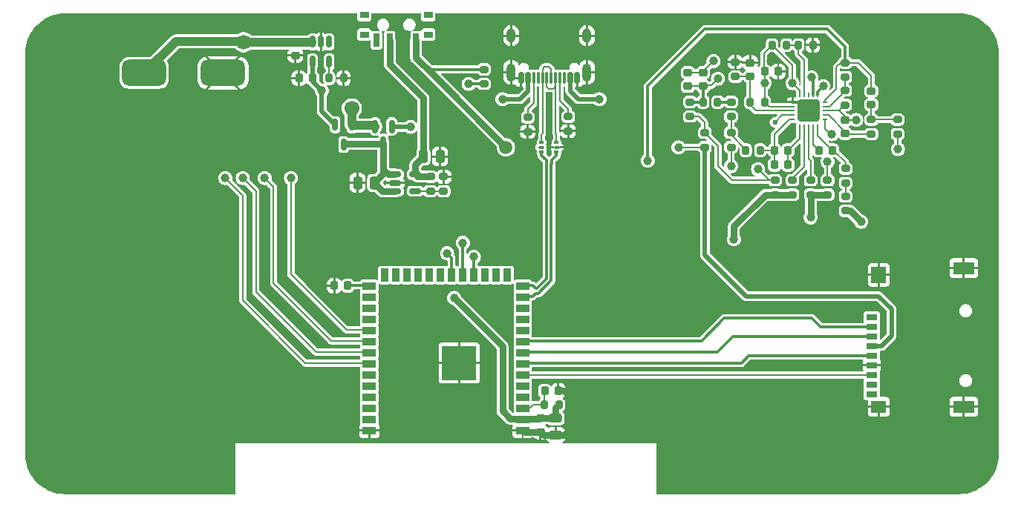
<source format=gtl>
G04 #@! TF.GenerationSoftware,KiCad,Pcbnew,8.0.0*
G04 #@! TF.CreationDate,2024-03-29T12:15:46-04:00*
G04 #@! TF.ProjectId,ecg_board,6563675f-626f-4617-9264-2e6b69636164,rev?*
G04 #@! TF.SameCoordinates,Original*
G04 #@! TF.FileFunction,Copper,L1,Top*
G04 #@! TF.FilePolarity,Positive*
%FSLAX46Y46*%
G04 Gerber Fmt 4.6, Leading zero omitted, Abs format (unit mm)*
G04 Created by KiCad (PCBNEW 8.0.0) date 2024-03-29 12:15:46*
%MOMM*%
%LPD*%
G01*
G04 APERTURE LIST*
G04 Aperture macros list*
%AMRoundRect*
0 Rectangle with rounded corners*
0 $1 Rounding radius*
0 $2 $3 $4 $5 $6 $7 $8 $9 X,Y pos of 4 corners*
0 Add a 4 corners polygon primitive as box body*
4,1,4,$2,$3,$4,$5,$6,$7,$8,$9,$2,$3,0*
0 Add four circle primitives for the rounded corners*
1,1,$1+$1,$2,$3*
1,1,$1+$1,$4,$5*
1,1,$1+$1,$6,$7*
1,1,$1+$1,$8,$9*
0 Add four rect primitives between the rounded corners*
20,1,$1+$1,$2,$3,$4,$5,0*
20,1,$1+$1,$4,$5,$6,$7,0*
20,1,$1+$1,$6,$7,$8,$9,0*
20,1,$1+$1,$8,$9,$2,$3,0*%
G04 Aperture macros list end*
G04 #@! TA.AperFunction,SMDPad,CuDef*
%ADD10R,0.700000X1.500000*%
G04 #@! TD*
G04 #@! TA.AperFunction,SMDPad,CuDef*
%ADD11R,1.000000X0.800000*%
G04 #@! TD*
G04 #@! TA.AperFunction,SMDPad,CuDef*
%ADD12RoundRect,0.750000X-1.750000X-0.750000X1.750000X-0.750000X1.750000X0.750000X-1.750000X0.750000X0*%
G04 #@! TD*
G04 #@! TA.AperFunction,SMDPad,CuDef*
%ADD13RoundRect,0.200000X0.200000X0.275000X-0.200000X0.275000X-0.200000X-0.275000X0.200000X-0.275000X0*%
G04 #@! TD*
G04 #@! TA.AperFunction,SMDPad,CuDef*
%ADD14RoundRect,0.200000X-0.275000X0.200000X-0.275000X-0.200000X0.275000X-0.200000X0.275000X0.200000X0*%
G04 #@! TD*
G04 #@! TA.AperFunction,SMDPad,CuDef*
%ADD15RoundRect,0.200000X0.275000X-0.200000X0.275000X0.200000X-0.275000X0.200000X-0.275000X-0.200000X0*%
G04 #@! TD*
G04 #@! TA.AperFunction,SMDPad,CuDef*
%ADD16RoundRect,0.225000X0.250000X-0.225000X0.250000X0.225000X-0.250000X0.225000X-0.250000X-0.225000X0*%
G04 #@! TD*
G04 #@! TA.AperFunction,SMDPad,CuDef*
%ADD17RoundRect,0.225000X-0.225000X-0.250000X0.225000X-0.250000X0.225000X0.250000X-0.225000X0.250000X0*%
G04 #@! TD*
G04 #@! TA.AperFunction,SMDPad,CuDef*
%ADD18RoundRect,0.250000X0.250000X0.475000X-0.250000X0.475000X-0.250000X-0.475000X0.250000X-0.475000X0*%
G04 #@! TD*
G04 #@! TA.AperFunction,SMDPad,CuDef*
%ADD19RoundRect,0.150000X-0.150000X0.587500X-0.150000X-0.587500X0.150000X-0.587500X0.150000X0.587500X0*%
G04 #@! TD*
G04 #@! TA.AperFunction,SMDPad,CuDef*
%ADD20RoundRect,0.225000X-0.250000X0.225000X-0.250000X-0.225000X0.250000X-0.225000X0.250000X0.225000X0*%
G04 #@! TD*
G04 #@! TA.AperFunction,SMDPad,CuDef*
%ADD21RoundRect,0.225000X0.225000X0.250000X-0.225000X0.250000X-0.225000X-0.250000X0.225000X-0.250000X0*%
G04 #@! TD*
G04 #@! TA.AperFunction,SMDPad,CuDef*
%ADD22RoundRect,0.200000X-0.200000X-0.275000X0.200000X-0.275000X0.200000X0.275000X-0.200000X0.275000X0*%
G04 #@! TD*
G04 #@! TA.AperFunction,SMDPad,CuDef*
%ADD23RoundRect,0.250000X-0.250000X-0.475000X0.250000X-0.475000X0.250000X0.475000X-0.250000X0.475000X0*%
G04 #@! TD*
G04 #@! TA.AperFunction,SMDPad,CuDef*
%ADD24RoundRect,0.150000X-0.150000X0.512500X-0.150000X-0.512500X0.150000X-0.512500X0.150000X0.512500X0*%
G04 #@! TD*
G04 #@! TA.AperFunction,SMDPad,CuDef*
%ADD25R,0.250000X0.500000*%
G04 #@! TD*
G04 #@! TA.AperFunction,SMDPad,CuDef*
%ADD26R,0.500000X0.250000*%
G04 #@! TD*
G04 #@! TA.AperFunction,SMDPad,CuDef*
%ADD27RoundRect,0.325000X0.925000X-0.925000X0.925000X0.925000X-0.925000X0.925000X-0.925000X-0.925000X0*%
G04 #@! TD*
G04 #@! TA.AperFunction,SMDPad,CuDef*
%ADD28R,1.500000X0.900000*%
G04 #@! TD*
G04 #@! TA.AperFunction,SMDPad,CuDef*
%ADD29R,0.900000X1.500000*%
G04 #@! TD*
G04 #@! TA.AperFunction,HeatsinkPad*
%ADD30C,0.600000*%
G04 #@! TD*
G04 #@! TA.AperFunction,SMDPad,CuDef*
%ADD31R,3.900000X3.900000*%
G04 #@! TD*
G04 #@! TA.AperFunction,SMDPad,CuDef*
%ADD32RoundRect,0.150000X-0.512500X-0.150000X0.512500X-0.150000X0.512500X0.150000X-0.512500X0.150000X0*%
G04 #@! TD*
G04 #@! TA.AperFunction,SMDPad,CuDef*
%ADD33RoundRect,0.250000X-0.475000X0.250000X-0.475000X-0.250000X0.475000X-0.250000X0.475000X0.250000X0*%
G04 #@! TD*
G04 #@! TA.AperFunction,SMDPad,CuDef*
%ADD34RoundRect,0.093750X0.156250X0.093750X-0.156250X0.093750X-0.156250X-0.093750X0.156250X-0.093750X0*%
G04 #@! TD*
G04 #@! TA.AperFunction,SMDPad,CuDef*
%ADD35RoundRect,0.075000X0.250000X0.075000X-0.250000X0.075000X-0.250000X-0.075000X0.250000X-0.075000X0*%
G04 #@! TD*
G04 #@! TA.AperFunction,SMDPad,CuDef*
%ADD36R,1.300000X0.700000*%
G04 #@! TD*
G04 #@! TA.AperFunction,SMDPad,CuDef*
%ADD37R,1.651000X1.447800*%
G04 #@! TD*
G04 #@! TA.AperFunction,SMDPad,CuDef*
%ADD38R,2.438400X1.447800*%
G04 #@! TD*
G04 #@! TA.AperFunction,SMDPad,CuDef*
%ADD39R,1.651000X1.854200*%
G04 #@! TD*
G04 #@! TA.AperFunction,SMDPad,CuDef*
%ADD40RoundRect,0.150000X0.150000X0.500000X-0.150000X0.500000X-0.150000X-0.500000X0.150000X-0.500000X0*%
G04 #@! TD*
G04 #@! TA.AperFunction,SMDPad,CuDef*
%ADD41RoundRect,0.075000X0.075000X0.575000X-0.075000X0.575000X-0.075000X-0.575000X0.075000X-0.575000X0*%
G04 #@! TD*
G04 #@! TA.AperFunction,ComponentPad*
%ADD42O,1.000000X2.100000*%
G04 #@! TD*
G04 #@! TA.AperFunction,ComponentPad*
%ADD43O,1.000000X1.600000*%
G04 #@! TD*
G04 #@! TA.AperFunction,ViaPad*
%ADD44C,1.000000*%
G04 #@! TD*
G04 #@! TA.AperFunction,ViaPad*
%ADD45C,1.500000*%
G04 #@! TD*
G04 #@! TA.AperFunction,ViaPad*
%ADD46C,1.700000*%
G04 #@! TD*
G04 #@! TA.AperFunction,ViaPad*
%ADD47C,0.600000*%
G04 #@! TD*
G04 #@! TA.AperFunction,Conductor*
%ADD48C,0.500000*%
G04 #@! TD*
G04 #@! TA.AperFunction,Conductor*
%ADD49C,0.750000*%
G04 #@! TD*
G04 #@! TA.AperFunction,Conductor*
%ADD50C,1.000000*%
G04 #@! TD*
G04 #@! TA.AperFunction,Conductor*
%ADD51C,0.300000*%
G04 #@! TD*
G04 #@! TA.AperFunction,Conductor*
%ADD52C,0.200000*%
G04 #@! TD*
G04 APERTURE END LIST*
D10*
X130250000Y-62260000D03*
X131750000Y-62260000D03*
X134750000Y-62260000D03*
D11*
X128850000Y-59400000D03*
X128850000Y-61610000D03*
X136150000Y-59400000D03*
X136150000Y-61610000D03*
D12*
X103750000Y-66000000D03*
X112750000Y-66000000D03*
D13*
X174500000Y-69325000D03*
X172850000Y-69325000D03*
D14*
X171175000Y-64775000D03*
X171175000Y-66425000D03*
D15*
X179750000Y-79900000D03*
X179750000Y-78250000D03*
D16*
X165750000Y-67525000D03*
X165750000Y-65975000D03*
D17*
X180675000Y-74825000D03*
X182225000Y-74825000D03*
D14*
X183675000Y-64825000D03*
X183675000Y-66475000D03*
D15*
X181675000Y-79900000D03*
X181675000Y-78250000D03*
D18*
X137487500Y-75550000D03*
X135587500Y-75550000D03*
D19*
X131037500Y-73987500D03*
X130087500Y-72112500D03*
X131987500Y-72112500D03*
D14*
X189675000Y-71325000D03*
X189675000Y-72975000D03*
D20*
X172850000Y-64825000D03*
X172850000Y-66375000D03*
D14*
X142500000Y-65600000D03*
X142500000Y-67250000D03*
D15*
X177675000Y-79900000D03*
X177675000Y-78250000D03*
D13*
X174000000Y-74825000D03*
X172350000Y-74825000D03*
D21*
X176050000Y-65825000D03*
X174500000Y-65825000D03*
X177175000Y-74825000D03*
X175625000Y-74825000D03*
D14*
X136400000Y-77850000D03*
X136400000Y-79500000D03*
D22*
X178350000Y-62825000D03*
X180000000Y-62825000D03*
D23*
X128087500Y-78550000D03*
X129987500Y-78550000D03*
D21*
X177175000Y-76500000D03*
X175625000Y-76500000D03*
D20*
X148925000Y-105450000D03*
X148925000Y-107000000D03*
D24*
X127437500Y-71912500D03*
X125537500Y-71912500D03*
X126487500Y-74187500D03*
D15*
X167675000Y-74475000D03*
X167675000Y-72825000D03*
X170675000Y-74475000D03*
X170675000Y-72825000D03*
D14*
X152100000Y-71000000D03*
X152100000Y-72650000D03*
D15*
X170675000Y-70975000D03*
X170675000Y-69325000D03*
D25*
X178525000Y-72175000D03*
X179025000Y-72175000D03*
X179525000Y-72175000D03*
X180025000Y-72175000D03*
X180525000Y-72175000D03*
D26*
X181375000Y-71325000D03*
X181375000Y-70825000D03*
X181375000Y-70325000D03*
X181375000Y-69825000D03*
X181375000Y-69325000D03*
D25*
X180525000Y-68475000D03*
X180025000Y-68475000D03*
X179525000Y-68475000D03*
X179025000Y-68475000D03*
X178525000Y-68475000D03*
D26*
X177675000Y-69325000D03*
X177675000Y-69825000D03*
X177675000Y-70325000D03*
X177675000Y-70825000D03*
X177675000Y-71325000D03*
D27*
X179525000Y-70325000D03*
D28*
X146925000Y-106850000D03*
X146925000Y-105580000D03*
X146925000Y-104310000D03*
X146925000Y-103040000D03*
X146925000Y-101770000D03*
X146925000Y-100500000D03*
X146925000Y-99230000D03*
X146925000Y-97960000D03*
X146925000Y-96690000D03*
X146925000Y-95420000D03*
X146925000Y-94150000D03*
X146925000Y-92880000D03*
X146925000Y-91610000D03*
X146925000Y-90340000D03*
D29*
X145160000Y-89090000D03*
X143890000Y-89090000D03*
X142620000Y-89090000D03*
X141350000Y-89090000D03*
X140080000Y-89090000D03*
X138810000Y-89090000D03*
X137540000Y-89090000D03*
X136270000Y-89090000D03*
X135000000Y-89090000D03*
X133730000Y-89090000D03*
X132460000Y-89090000D03*
X131190000Y-89090000D03*
D28*
X129425000Y-90340000D03*
X129425000Y-91610000D03*
X129425000Y-92880000D03*
X129425000Y-94150000D03*
X129425000Y-95420000D03*
X129425000Y-96690000D03*
X129425000Y-97960000D03*
X129425000Y-99230000D03*
X129425000Y-100500000D03*
X129425000Y-101770000D03*
X129425000Y-103040000D03*
X129425000Y-104310000D03*
X129425000Y-105580000D03*
X129425000Y-106850000D03*
D30*
X141075000Y-99830000D03*
X141075000Y-98430000D03*
X140375000Y-100530000D03*
X140375000Y-99130000D03*
X140375000Y-97730000D03*
X139675000Y-99830000D03*
D31*
X139675000Y-99130000D03*
D30*
X139675000Y-98430000D03*
X138975000Y-100530000D03*
X138975000Y-99130000D03*
X138975000Y-97730000D03*
X138275000Y-99830000D03*
X138275000Y-98430000D03*
D15*
X183750000Y-78575000D03*
X183750000Y-76925000D03*
D16*
X183675000Y-72925000D03*
X183675000Y-71375000D03*
D21*
X126975000Y-90300000D03*
X125425000Y-90300000D03*
D22*
X126500000Y-66587500D03*
X124850000Y-66587500D03*
D32*
X132400000Y-77600000D03*
X132400000Y-78550000D03*
X132400000Y-79500000D03*
X134675000Y-79500000D03*
X134675000Y-77600000D03*
D17*
X149425000Y-102300000D03*
X150975000Y-102300000D03*
D13*
X177000000Y-62825000D03*
X175350000Y-62825000D03*
D14*
X186675000Y-71325000D03*
X186675000Y-72975000D03*
D20*
X186675000Y-68050000D03*
X186675000Y-69600000D03*
D14*
X147500000Y-71075000D03*
X147500000Y-72725000D03*
D15*
X183750000Y-81750000D03*
X183750000Y-80100000D03*
D24*
X124850000Y-64725000D03*
X122950000Y-64725000D03*
X122950000Y-62450000D03*
X123900000Y-62450000D03*
X124850000Y-62450000D03*
D13*
X169150000Y-69325000D03*
X167500000Y-69325000D03*
X151050000Y-103900000D03*
X149400000Y-103900000D03*
D15*
X137900000Y-79500000D03*
X137900000Y-77850000D03*
D16*
X167500000Y-67525000D03*
X167500000Y-65975000D03*
D33*
X150675000Y-105450000D03*
X150675000Y-107350000D03*
D34*
X150775000Y-75037500D03*
D35*
X150850000Y-74500000D03*
D34*
X150775000Y-73962500D03*
X149075000Y-73962500D03*
D35*
X149000000Y-74500000D03*
D34*
X149075000Y-75037500D03*
D17*
X122950000Y-66587500D03*
X121400000Y-66587500D03*
D36*
X186726200Y-93900000D03*
X186726200Y-95000000D03*
X186726200Y-96100000D03*
X186726200Y-97200000D03*
X186726200Y-98300000D03*
X186726200Y-99400000D03*
X186726200Y-100500000D03*
X186726200Y-101600000D03*
X186726200Y-102700000D03*
D37*
X187500000Y-104118400D03*
D38*
X197200000Y-104118400D03*
X197200000Y-88293600D03*
D39*
X187500000Y-89068600D03*
D15*
X175675000Y-79900000D03*
X175675000Y-78250000D03*
D40*
X153125000Y-66565000D03*
X152325000Y-66565000D03*
D41*
X151175000Y-66565000D03*
X150175000Y-66565000D03*
X149675000Y-66565000D03*
X148675000Y-66565000D03*
D40*
X147525000Y-66565000D03*
X146725000Y-66565000D03*
X146725000Y-66565000D03*
X147525000Y-66565000D03*
D41*
X148175000Y-66565000D03*
X149175000Y-66565000D03*
X150675000Y-66565000D03*
X151675000Y-66565000D03*
D40*
X152325000Y-66565000D03*
X153125000Y-66565000D03*
D42*
X154245000Y-65925000D03*
D43*
X154245000Y-61745000D03*
D42*
X145605000Y-65925000D03*
D43*
X145605000Y-61745000D03*
D14*
X183675000Y-68000000D03*
X183675000Y-69650000D03*
D16*
X121000000Y-62450000D03*
X121000000Y-64000000D03*
D15*
X166000000Y-70975000D03*
X166000000Y-69325000D03*
D44*
X140750000Y-67250000D03*
D45*
X145000000Y-74500000D03*
D46*
X115100000Y-62500000D03*
X127437500Y-70050000D03*
D44*
X124000000Y-68000000D03*
X134137500Y-72150000D03*
X144605000Y-69000000D03*
X155675000Y-69000000D03*
D47*
X152200000Y-80000000D03*
X140600000Y-105700000D03*
X143000000Y-107000000D03*
X159600000Y-64700000D03*
X197000000Y-73200000D03*
X195000000Y-68300000D03*
X192800000Y-66300000D03*
X135800000Y-103700000D03*
X127900000Y-85900000D03*
X108000000Y-81500000D03*
X163500000Y-80400000D03*
X101000000Y-75500000D03*
X95800000Y-68800000D03*
X195000000Y-76900000D03*
X137500000Y-107000000D03*
X142300000Y-102900000D03*
X122800000Y-82900000D03*
X163800000Y-62200000D03*
X157900000Y-70400000D03*
X176400000Y-73600000D03*
X196200000Y-82500000D03*
X177600000Y-72200000D03*
X173500000Y-72600000D03*
X98400000Y-64500000D03*
X164300000Y-68500000D03*
X95100000Y-77400000D03*
X102800000Y-79900000D03*
X178200000Y-64700000D03*
X128900000Y-82800000D03*
X189100000Y-64600000D03*
D44*
X175200000Y-64700000D03*
D47*
X170000000Y-79500000D03*
X133800000Y-85900000D03*
X196300000Y-63400000D03*
X102500000Y-63400000D03*
D44*
X140100000Y-85400000D03*
X179825000Y-66500000D03*
X181175000Y-67500000D03*
X141350000Y-87000000D03*
X174500000Y-67150000D03*
X164675000Y-74500000D03*
X139100000Y-91700000D03*
X177675000Y-67150000D03*
X161175000Y-76000000D03*
X138300000Y-86600000D03*
X184950000Y-71375000D03*
X168675000Y-64650000D03*
X169175000Y-66650000D03*
X182175000Y-73000000D03*
D47*
X175675000Y-71650000D03*
D44*
X170675000Y-76650000D03*
X189700000Y-74700000D03*
X185500000Y-83000000D03*
X179750000Y-82500000D03*
X171000000Y-85000000D03*
X181675000Y-76150000D03*
X173750000Y-77000000D03*
X115000000Y-78000000D03*
X117500000Y-78000000D03*
X120500000Y-78000000D03*
X113000000Y-78000000D03*
D48*
X124000000Y-68000000D02*
X124000000Y-70375000D01*
X124000000Y-70375000D02*
X125537500Y-71912500D01*
X124000000Y-68000000D02*
X122950000Y-66950000D01*
X122950000Y-66950000D02*
X122950000Y-66587500D01*
D49*
X135587500Y-75550000D02*
X135587500Y-68837500D01*
X135587500Y-68837500D02*
X131750000Y-65000000D01*
X131750000Y-65000000D02*
X131750000Y-62260000D01*
D50*
X115100000Y-62500000D02*
X122900000Y-62500000D01*
X122900000Y-62500000D02*
X122900000Y-62450000D01*
D49*
X145000000Y-74500000D02*
X136250000Y-65750000D01*
D51*
X142500000Y-65600000D02*
X136400000Y-65600000D01*
D49*
X136250000Y-65750000D02*
X135250000Y-64750000D01*
D51*
X136400000Y-65600000D02*
X136250000Y-65750000D01*
X142500000Y-67250000D02*
X142250000Y-67250000D01*
X142250000Y-67250000D02*
X141000000Y-67250000D01*
D49*
X135250000Y-64750000D02*
X134750000Y-64250000D01*
D51*
X136100000Y-65600000D02*
X135250000Y-64750000D01*
D49*
X134750000Y-64250000D02*
X134750000Y-62260000D01*
D50*
X115100000Y-62500000D02*
X115000000Y-62400000D01*
X107350000Y-62400000D02*
X103750000Y-66000000D01*
X115000000Y-62400000D02*
X107350000Y-62400000D01*
X127437500Y-71350000D02*
X127437500Y-70050000D01*
X127437500Y-71912500D02*
X127437500Y-71350000D01*
D52*
X124850000Y-66587500D02*
X124850000Y-64725000D01*
D48*
X122950000Y-66587500D02*
X122950000Y-64725000D01*
D49*
X131037500Y-77050000D02*
X131587500Y-77600000D01*
X131587500Y-77600000D02*
X132400000Y-77600000D01*
X131037500Y-73987500D02*
X131037500Y-77500000D01*
X131037500Y-77500000D02*
X130937500Y-77600000D01*
X131037500Y-73987500D02*
X130925000Y-74100000D01*
X130925000Y-74100000D02*
X126575000Y-74100000D01*
D50*
X130087500Y-72112500D02*
X129975000Y-72000000D01*
X129975000Y-72000000D02*
X127525000Y-72000000D01*
X127525000Y-72000000D02*
X127437500Y-71912500D01*
D48*
X134137500Y-72150000D02*
X132025000Y-72150000D01*
X132025000Y-72150000D02*
X131987500Y-72112500D01*
X152325000Y-66500000D02*
X152325000Y-68075000D01*
X152325000Y-68075000D02*
X153250000Y-69000000D01*
X153250000Y-69000000D02*
X155675000Y-69000000D01*
X167675000Y-74475000D02*
X167675000Y-86775000D01*
X167675000Y-86775000D02*
X172400000Y-91500000D01*
X172400000Y-91500000D02*
X187500000Y-91500000D01*
X187500000Y-91500000D02*
X189000000Y-93000000D01*
X187800000Y-97200000D02*
X186726200Y-97200000D01*
X189000000Y-93000000D02*
X189000000Y-96000000D01*
X189000000Y-96000000D02*
X187800000Y-97200000D01*
D49*
X171000000Y-85000000D02*
X171000000Y-83500000D01*
X171000000Y-83500000D02*
X174600000Y-79900000D01*
X174600000Y-79900000D02*
X175675000Y-79900000D01*
D51*
X141350000Y-87000000D02*
X141350000Y-89000000D01*
D48*
X147525000Y-68080000D02*
X146605000Y-69000000D01*
X146605000Y-69000000D02*
X144605000Y-69000000D01*
X147525000Y-66500000D02*
X147525000Y-68080000D01*
D49*
X129987500Y-78550000D02*
X130937500Y-77600000D01*
X132400000Y-79500000D02*
X130937500Y-79500000D01*
X130937500Y-79500000D02*
X129987500Y-78550000D01*
D52*
X151600000Y-74500000D02*
X152100000Y-74000000D01*
X150000000Y-74500000D02*
X149900000Y-74600000D01*
D49*
X147165000Y-107000000D02*
X146925000Y-106760000D01*
D52*
X150850000Y-74500000D02*
X151600000Y-74500000D01*
D49*
X152900000Y-103500000D02*
X152900000Y-106100000D01*
X151650000Y-107350000D02*
X150675000Y-107350000D01*
X149275000Y-107350000D02*
X148925000Y-107000000D01*
D51*
X177675000Y-69325000D02*
X178525000Y-69325000D01*
D49*
X151700000Y-102300000D02*
X152900000Y-103500000D01*
X148925000Y-107000000D02*
X147165000Y-107000000D01*
X150675000Y-107350000D02*
X149275000Y-107350000D01*
D52*
X152100000Y-74000000D02*
X152100000Y-72650000D01*
X150850000Y-74500000D02*
X150000000Y-74500000D01*
D49*
X152900000Y-106100000D02*
X151650000Y-107350000D01*
D51*
X178525000Y-69325000D02*
X179525000Y-70325000D01*
D49*
X150975000Y-102300000D02*
X151700000Y-102300000D01*
D51*
X140100000Y-85400000D02*
X140080000Y-85420000D01*
X179825000Y-66500000D02*
X180025000Y-66700000D01*
X180025000Y-66700000D02*
X180025000Y-68475000D01*
X140080000Y-85420000D02*
X140080000Y-89000000D01*
X180525000Y-68150000D02*
X181175000Y-67500000D01*
X180525000Y-68475000D02*
X180525000Y-68150000D01*
X179900000Y-94000000D02*
X169900000Y-94000000D01*
X180900000Y-95000000D02*
X186726200Y-95000000D01*
X169900000Y-94000000D02*
X167300000Y-96600000D01*
X179900000Y-94000000D02*
X180900000Y-95000000D01*
X167300000Y-96600000D02*
X146925000Y-96600000D01*
X148728910Y-91160000D02*
X150175000Y-89713910D01*
X150175000Y-89713910D02*
X150175000Y-76400000D01*
X147530000Y-91520000D02*
X146925000Y-91520000D01*
X146925000Y-91520000D02*
X148050001Y-91520000D01*
X148050001Y-91520000D02*
X148410001Y-91160000D01*
X150200000Y-76375000D02*
X150200000Y-75987501D01*
X150200000Y-75987501D02*
X150775000Y-75412501D01*
X150175000Y-76400000D02*
X150200000Y-76375000D01*
X148410001Y-91160000D02*
X148728910Y-91160000D01*
X150775000Y-75412501D02*
X150775000Y-75037500D01*
D52*
X178525000Y-68000000D02*
X178525000Y-68475000D01*
D49*
X134675000Y-77600000D02*
X134675000Y-76462500D01*
X144600000Y-97200000D02*
X139100000Y-91700000D01*
X146925000Y-105490000D02*
X145490000Y-105490000D01*
D52*
X174500000Y-65825000D02*
X174500000Y-67150000D01*
D49*
X148885000Y-105490000D02*
X148925000Y-105450000D01*
X145490000Y-105490000D02*
X144600000Y-104600000D01*
X146925000Y-105490000D02*
X148885000Y-105490000D01*
X150675000Y-105450000D02*
X150675000Y-104275000D01*
X136400000Y-77850000D02*
X134925000Y-77850000D01*
D52*
X167675000Y-74475000D02*
X164700000Y-74475000D01*
D49*
X150675000Y-105450000D02*
X148925000Y-105450000D01*
D52*
X174400000Y-65825000D02*
X174400000Y-63775000D01*
X174500000Y-69325000D02*
X174500000Y-67150000D01*
X177675000Y-69825000D02*
X175000000Y-69825000D01*
X175000000Y-69825000D02*
X174500000Y-69325000D01*
D49*
X134675000Y-76462500D02*
X135587500Y-75550000D01*
D52*
X174675000Y-66100000D02*
X174400000Y-65825000D01*
X174400000Y-63775000D02*
X175350000Y-62825000D01*
D48*
X134925000Y-77850000D02*
X134675000Y-77600000D01*
D52*
X164700000Y-74475000D02*
X164675000Y-74500000D01*
X177675000Y-65150000D02*
X175350000Y-62825000D01*
D49*
X150675000Y-104275000D02*
X151050000Y-103900000D01*
D52*
X177675000Y-67150000D02*
X178525000Y-68000000D01*
D49*
X144600000Y-104600000D02*
X144600000Y-97200000D01*
D52*
X177675000Y-67150000D02*
X177675000Y-65150000D01*
X146925000Y-100500000D02*
X186726200Y-100500000D01*
X183675000Y-64825000D02*
X183175000Y-64825000D01*
X183675000Y-64825000D02*
X185175000Y-64825000D01*
X182675000Y-67825000D02*
X181375000Y-69125000D01*
D51*
X161175000Y-67500000D02*
X167675000Y-61000000D01*
D52*
X186675000Y-66325000D02*
X186675000Y-68050000D01*
X182675000Y-65325000D02*
X182675000Y-67825000D01*
X181375000Y-69125000D02*
X181375000Y-69325000D01*
D51*
X138300000Y-86600000D02*
X138810000Y-87110000D01*
X161175000Y-76000000D02*
X161175000Y-67500000D01*
X138810000Y-87110000D02*
X138810000Y-89000000D01*
D52*
X183175000Y-64825000D02*
X182675000Y-65325000D01*
D51*
X167675000Y-61000000D02*
X181675000Y-61000000D01*
X183675000Y-63000000D02*
X183675000Y-64825000D01*
D52*
X185175000Y-64825000D02*
X186675000Y-66325000D01*
D51*
X181675000Y-61000000D02*
X183675000Y-63000000D01*
X169130000Y-97870000D02*
X170900000Y-96100000D01*
X170900000Y-96100000D02*
X186726200Y-96100000D01*
X146925000Y-97870000D02*
X169130000Y-97870000D01*
D52*
X149375000Y-103800000D02*
X149375000Y-102350000D01*
X148100000Y-103900000D02*
X149400000Y-103900000D01*
X146925000Y-104220000D02*
X147780000Y-104220000D01*
X147780000Y-104220000D02*
X148100000Y-103900000D01*
X149375000Y-102350000D02*
X149425000Y-102300000D01*
D51*
X172700000Y-98300000D02*
X186726200Y-98300000D01*
X171860000Y-99140000D02*
X172700000Y-98300000D01*
X146925000Y-99140000D02*
X171860000Y-99140000D01*
X129425000Y-90250000D02*
X127425000Y-90250000D01*
X148410001Y-90610000D02*
X148501090Y-90610000D01*
X148501090Y-90610000D02*
X149625000Y-89486090D01*
X149650000Y-76164526D02*
X149650000Y-75987501D01*
X149625000Y-89486090D02*
X149625000Y-76189526D01*
X149650000Y-75987501D02*
X149075000Y-75412501D01*
X148050001Y-90250000D02*
X148410001Y-90610000D01*
X149625000Y-76189526D02*
X149650000Y-76164526D01*
X146925000Y-90250000D02*
X148050001Y-90250000D01*
X149075000Y-75412501D02*
X149075000Y-75037500D01*
X147550000Y-90250000D02*
X146925000Y-90250000D01*
D52*
X134675000Y-79500000D02*
X136400000Y-79500000D01*
X137900000Y-79500000D02*
X136400000Y-79500000D01*
X180025000Y-74175000D02*
X180675000Y-74825000D01*
X180025000Y-72175000D02*
X180025000Y-74175000D01*
X165750000Y-65975000D02*
X167500000Y-65975000D01*
X167675000Y-65650000D02*
X168675000Y-64650000D01*
X181375000Y-70325000D02*
X183000000Y-70325000D01*
X167675000Y-65875000D02*
X167675000Y-65650000D01*
X183675000Y-71000000D02*
X183675000Y-71375000D01*
X184950000Y-71375000D02*
X183675000Y-71375000D01*
X183000000Y-70325000D02*
X183675000Y-69650000D01*
X183000000Y-70325000D02*
X183675000Y-71000000D01*
X182000000Y-73000000D02*
X181375000Y-72375000D01*
X167500000Y-67525000D02*
X165750000Y-67525000D01*
X181375000Y-72375000D02*
X181375000Y-71325000D01*
D51*
X167500000Y-69325000D02*
X166000000Y-69325000D01*
D52*
X168400000Y-67425000D02*
X169175000Y-66650000D01*
X182175000Y-73000000D02*
X182000000Y-73000000D01*
X167675000Y-67425000D02*
X168400000Y-67425000D01*
D51*
X167500000Y-69325000D02*
X167500000Y-67600000D01*
X167500000Y-67600000D02*
X167675000Y-67425000D01*
D52*
X178525000Y-72175000D02*
X178525000Y-73475000D01*
X178525000Y-73475000D02*
X177175000Y-74825000D01*
X177175000Y-76500000D02*
X177175000Y-74825000D01*
X177675000Y-71325000D02*
X177312500Y-71325000D01*
X175625000Y-76500000D02*
X175625000Y-74825000D01*
X175625000Y-74825000D02*
X174000000Y-74825000D01*
X177312500Y-71325000D02*
X175625000Y-73012500D01*
X175625000Y-73012500D02*
X175625000Y-74825000D01*
X183750000Y-76225000D02*
X183750000Y-76925000D01*
X180525000Y-73125000D02*
X182225000Y-74825000D01*
X182350000Y-74825000D02*
X183750000Y-76225000D01*
X180525000Y-72175000D02*
X180525000Y-73125000D01*
X181375000Y-69825000D02*
X181925000Y-69825000D01*
X183675000Y-68075000D02*
X183675000Y-68000000D01*
X183675000Y-68000000D02*
X183675000Y-66475000D01*
X181925000Y-69825000D02*
X183675000Y-68075000D01*
X177675000Y-78075000D02*
X179025000Y-76725000D01*
X177675000Y-78250000D02*
X177675000Y-78075000D01*
X179025000Y-76725000D02*
X179025000Y-72175000D01*
X178350000Y-62825000D02*
X177000000Y-62825000D01*
X179025000Y-64500000D02*
X178350000Y-63825000D01*
X179025000Y-68475000D02*
X179025000Y-64500000D01*
X178350000Y-63825000D02*
X178350000Y-62825000D01*
X181793750Y-70825000D02*
X181375000Y-70825000D01*
X183675000Y-72706250D02*
X181793750Y-70825000D01*
X183725000Y-72975000D02*
X183675000Y-72925000D01*
X186675000Y-72975000D02*
X183725000Y-72975000D01*
X183675000Y-72875000D02*
X183675000Y-72706250D01*
X179750000Y-78250000D02*
X179750000Y-76000000D01*
X179525000Y-75775000D02*
X179525000Y-72175000D01*
X179750000Y-76000000D02*
X179525000Y-75775000D01*
X176500000Y-70825000D02*
X175675000Y-71650000D01*
X189675000Y-72975000D02*
X189675000Y-74650000D01*
X170675000Y-74475000D02*
X170675000Y-76650000D01*
X177675000Y-70825000D02*
X176500000Y-70825000D01*
X173525000Y-70325000D02*
X177675000Y-70325000D01*
X172675000Y-69175000D02*
X172525000Y-69325000D01*
X172525000Y-69325000D02*
X173525000Y-70325000D01*
X171175000Y-66425000D02*
X172625000Y-66425000D01*
X172625000Y-66425000D02*
X172675000Y-66375000D01*
X172850000Y-66375000D02*
X172850000Y-69325000D01*
X171225000Y-66375000D02*
X171175000Y-66425000D01*
X124675000Y-66362500D02*
X124900000Y-66587500D01*
X186675000Y-69600000D02*
X186675000Y-71325000D01*
X189675000Y-71325000D02*
X186675000Y-71325000D01*
X151175000Y-69170000D02*
X151175000Y-66500000D01*
X152105000Y-70100000D02*
X151175000Y-69170000D01*
X152100000Y-70105000D02*
X152100000Y-71000000D01*
X152105000Y-70100000D02*
X152100000Y-70105000D01*
X149400000Y-65300000D02*
X149900000Y-65300000D01*
X149175000Y-72925000D02*
X149075000Y-73025000D01*
X149175000Y-66500000D02*
X149175000Y-65525000D01*
X150175000Y-65575000D02*
X150175000Y-66500000D01*
X149075000Y-73025000D02*
X149075000Y-73962500D01*
X149900000Y-65300000D02*
X150175000Y-65575000D01*
X149175000Y-65525000D02*
X149400000Y-65300000D01*
X149175000Y-66500000D02*
X149175000Y-72925000D01*
X147500000Y-70125000D02*
X147500000Y-71075000D01*
X148175000Y-66500000D02*
X148175000Y-69450000D01*
X148175000Y-69450000D02*
X147500000Y-70125000D01*
X150675000Y-72875000D02*
X150675000Y-66500000D01*
X150775000Y-73962500D02*
X150775000Y-72975000D01*
X150375000Y-67800000D02*
X150675000Y-67500000D01*
X149900000Y-67800000D02*
X150375000Y-67800000D01*
X150775000Y-72975000D02*
X150675000Y-72875000D01*
X150675000Y-67500000D02*
X150675000Y-66500000D01*
X149675000Y-67575000D02*
X149900000Y-67800000D01*
X149675000Y-66500000D02*
X149675000Y-67575000D01*
X170675000Y-72825000D02*
X170675000Y-70975000D01*
X170675000Y-73075000D02*
X170675000Y-72825000D01*
X172350000Y-74750000D02*
X170675000Y-73075000D01*
X172350000Y-74825000D02*
X172350000Y-74750000D01*
D49*
X183750000Y-81750000D02*
X184250000Y-81750000D01*
X184250000Y-81750000D02*
X185500000Y-83000000D01*
D52*
X181675000Y-79900000D02*
X179675000Y-79900000D01*
D49*
X179750000Y-82500000D02*
X179750000Y-79900000D01*
X179750000Y-79900000D02*
X181675000Y-79900000D01*
X175675000Y-79900000D02*
X177675000Y-79900000D01*
D52*
X169175000Y-76650000D02*
X169175000Y-74325000D01*
X167675000Y-71675000D02*
X166975000Y-70975000D01*
X175000000Y-78250000D02*
X175675000Y-78250000D01*
X175675000Y-78250000D02*
X170775000Y-78250000D01*
X169175000Y-74325000D02*
X167675000Y-72825000D01*
X167675000Y-72825000D02*
X167675000Y-71675000D01*
X181675000Y-78250000D02*
X181675000Y-76150000D01*
X166975000Y-70975000D02*
X166000000Y-70975000D01*
X173750000Y-77000000D02*
X175000000Y-78250000D01*
X170775000Y-78250000D02*
X169175000Y-76650000D01*
D51*
X130900000Y-73550000D02*
X131000000Y-73650000D01*
X170675000Y-69325000D02*
X169150000Y-69325000D01*
D52*
X183750000Y-78575000D02*
X183750000Y-80100000D01*
X116500000Y-91000000D02*
X116500000Y-79500000D01*
X116500000Y-79500000D02*
X115000000Y-78000000D01*
X129425000Y-97870000D02*
X123370000Y-97870000D01*
X123370000Y-97870000D02*
X116500000Y-91000000D01*
X118500000Y-79000000D02*
X117500000Y-78000000D01*
X118500000Y-90000000D02*
X118500000Y-79000000D01*
X125100000Y-96600000D02*
X118500000Y-90000000D01*
X129425000Y-96600000D02*
X125100000Y-96600000D01*
X120500000Y-89000000D02*
X120500000Y-78100000D01*
X129425000Y-95330000D02*
X126830000Y-95330000D01*
X126830000Y-95330000D02*
X120500000Y-89000000D01*
X122140000Y-99140000D02*
X115000000Y-92000000D01*
X115000000Y-80000000D02*
X113000000Y-78000000D01*
X115000000Y-92000000D02*
X115000000Y-80000000D01*
X129425000Y-99140000D02*
X122140000Y-99140000D01*
G04 #@! TA.AperFunction,Conductor*
G36*
X178084450Y-71759755D02*
G01*
X178090244Y-71765549D01*
X178111918Y-71817875D01*
X178105615Y-71847761D01*
X178102414Y-71855011D01*
X178099500Y-71880135D01*
X178099500Y-72469863D01*
X178102414Y-72494988D01*
X178118195Y-72530729D01*
X178124500Y-72560619D01*
X178124500Y-73278455D01*
X178102826Y-73330781D01*
X177405781Y-74027826D01*
X177353455Y-74049500D01*
X176908855Y-74049500D01*
X176824409Y-74059641D01*
X176690027Y-74112634D01*
X176574922Y-74199922D01*
X176487633Y-74315029D01*
X176468840Y-74362686D01*
X176429481Y-74403412D01*
X176372852Y-74404378D01*
X176332126Y-74365019D01*
X176331160Y-74362686D01*
X176312366Y-74315029D01*
X176312365Y-74315027D01*
X176312364Y-74315025D01*
X176225078Y-74199922D01*
X176109975Y-74112636D01*
X176109974Y-74112635D01*
X176109972Y-74112634D01*
X176083905Y-74102355D01*
X176072352Y-74097799D01*
X176031626Y-74058441D01*
X176025500Y-74028959D01*
X176025500Y-73209044D01*
X176047173Y-73156719D01*
X177431719Y-71772172D01*
X177484045Y-71750499D01*
X177969862Y-71750499D01*
X177969864Y-71750499D01*
X177994991Y-71747585D01*
X178002233Y-71744386D01*
X178058853Y-71743077D01*
X178084450Y-71759755D01*
G37*
G04 #@! TD.AperFunction*
G04 #@! TA.AperFunction,Conductor*
G36*
X175580780Y-63622173D02*
G01*
X177252826Y-65294218D01*
X177274500Y-65346544D01*
X177274500Y-66415344D01*
X177252826Y-66467670D01*
X177239871Y-66478001D01*
X177172739Y-66520183D01*
X177045183Y-66647739D01*
X176949209Y-66800479D01*
X176889634Y-66970736D01*
X176889632Y-66970745D01*
X176869435Y-67150000D01*
X176886320Y-67299864D01*
X176889632Y-67329254D01*
X176889634Y-67329263D01*
X176949209Y-67499520D01*
X177005748Y-67589500D01*
X177045184Y-67652262D01*
X177172738Y-67779816D01*
X177237862Y-67820736D01*
X177325479Y-67875790D01*
X177495736Y-67935365D01*
X177495745Y-67935368D01*
X177675000Y-67955565D01*
X177854255Y-67935368D01*
X177854258Y-67935366D01*
X177854540Y-67935335D01*
X177908964Y-67951014D01*
X177915152Y-67956544D01*
X178078274Y-68119666D01*
X178099948Y-68171992D01*
X178099601Y-68178003D01*
X178099623Y-68178005D01*
X178099500Y-68180130D01*
X178099500Y-68736008D01*
X178077826Y-68788334D01*
X178025500Y-68810008D01*
X178013925Y-68809097D01*
X177956483Y-68800000D01*
X177800000Y-68800000D01*
X177800000Y-69325500D01*
X177778326Y-69377826D01*
X177726000Y-69399500D01*
X177380136Y-69399500D01*
X177355013Y-69402414D01*
X177355007Y-69402415D01*
X177319271Y-69418195D01*
X177289381Y-69424500D01*
X175274500Y-69424500D01*
X175222174Y-69402826D01*
X175200500Y-69350500D01*
X175200500Y-69200000D01*
X177025000Y-69200000D01*
X177550000Y-69200000D01*
X177550000Y-68800000D01*
X177393518Y-68800000D01*
X177393517Y-68800001D01*
X177299851Y-68814834D01*
X177299850Y-68814835D01*
X177186953Y-68872360D01*
X177097360Y-68961953D01*
X177039835Y-69074850D01*
X177039835Y-69074851D01*
X177025000Y-69168518D01*
X177025000Y-69200000D01*
X175200500Y-69200000D01*
X175200499Y-69002127D01*
X175197820Y-68977206D01*
X175194091Y-68942517D01*
X175182946Y-68912636D01*
X175143797Y-68807670D01*
X175143796Y-68807669D01*
X175136448Y-68797853D01*
X175057546Y-68692454D01*
X174942331Y-68606204D01*
X174942328Y-68606203D01*
X174939036Y-68604405D01*
X174903498Y-68560305D01*
X174900500Y-68539456D01*
X174900500Y-67884655D01*
X174922174Y-67832329D01*
X174935126Y-67821999D01*
X175002262Y-67779816D01*
X175129816Y-67652262D01*
X175225789Y-67499522D01*
X175226414Y-67497738D01*
X175281463Y-67340415D01*
X175285368Y-67329255D01*
X175305565Y-67150000D01*
X175285368Y-66970745D01*
X175285102Y-66969985D01*
X175225790Y-66800479D01*
X175172117Y-66715060D01*
X175129816Y-66647738D01*
X175064586Y-66582508D01*
X175042912Y-66530181D01*
X175064586Y-66477856D01*
X175072185Y-66471229D01*
X175100078Y-66450078D01*
X175157460Y-66374407D01*
X175206346Y-66345811D01*
X175261136Y-66360158D01*
X175280118Y-66381453D01*
X175327228Y-66461111D01*
X175438888Y-66572771D01*
X175574808Y-66653154D01*
X175726448Y-66697210D01*
X175761890Y-66700000D01*
X175925000Y-66700000D01*
X175925000Y-65950000D01*
X176175000Y-65950000D01*
X176175000Y-66700000D01*
X176338110Y-66700000D01*
X176373551Y-66697210D01*
X176525191Y-66653154D01*
X176661111Y-66572771D01*
X176772771Y-66461111D01*
X176853154Y-66325191D01*
X176897210Y-66173551D01*
X176900000Y-66138110D01*
X176900000Y-65950000D01*
X176175000Y-65950000D01*
X175925000Y-65950000D01*
X175925000Y-64950000D01*
X176175000Y-64950000D01*
X176175000Y-65700000D01*
X176900000Y-65700000D01*
X176900000Y-65511889D01*
X176897210Y-65476448D01*
X176853154Y-65324808D01*
X176772771Y-65188888D01*
X176661111Y-65077228D01*
X176525191Y-64996845D01*
X176373551Y-64952789D01*
X176338110Y-64950000D01*
X176175000Y-64950000D01*
X175925000Y-64950000D01*
X175761890Y-64950000D01*
X175726448Y-64952789D01*
X175574808Y-64996845D01*
X175438888Y-65077228D01*
X175327227Y-65188889D01*
X175280117Y-65268547D01*
X175234825Y-65302552D01*
X175178753Y-65294571D01*
X175157462Y-65275593D01*
X175100078Y-65199922D01*
X174984975Y-65112636D01*
X174984972Y-65112635D01*
X174984970Y-65112633D01*
X174847352Y-65058363D01*
X174806626Y-65019004D01*
X174800500Y-64989523D01*
X174800500Y-63971544D01*
X174822173Y-63919219D01*
X175119219Y-63622172D01*
X175171545Y-63600499D01*
X175528454Y-63600499D01*
X175580780Y-63622173D01*
G37*
G04 #@! TD.AperFunction*
G04 #@! TA.AperFunction,Conductor*
G36*
X177719347Y-63364889D02*
G01*
X177734239Y-63379781D01*
X177792454Y-63457546D01*
X177907669Y-63543796D01*
X177907671Y-63543796D01*
X177910957Y-63545591D01*
X177946500Y-63589687D01*
X177949500Y-63610543D01*
X177949500Y-63772273D01*
X177949500Y-63877727D01*
X177961955Y-63924209D01*
X177976793Y-63979588D01*
X177976795Y-63979592D01*
X178029517Y-64070909D01*
X178029518Y-64070910D01*
X178029520Y-64070913D01*
X178602826Y-64644219D01*
X178624500Y-64696544D01*
X178624500Y-67109766D01*
X178609237Y-67146613D01*
X178624500Y-67190233D01*
X178624500Y-67354455D01*
X178602826Y-67406781D01*
X178550500Y-67428455D01*
X178498176Y-67406782D01*
X178481546Y-67390153D01*
X178459870Y-67337828D01*
X178460335Y-67329540D01*
X178460366Y-67329258D01*
X178460368Y-67329255D01*
X178476965Y-67181945D01*
X178493408Y-67152195D01*
X178476965Y-67118051D01*
X178476052Y-67109947D01*
X178460368Y-66970745D01*
X178460102Y-66969985D01*
X178400790Y-66800479D01*
X178347117Y-66715060D01*
X178304816Y-66647738D01*
X178177262Y-66520184D01*
X178110129Y-66478001D01*
X178077355Y-66431810D01*
X178075500Y-66415344D01*
X178075500Y-65208698D01*
X178075501Y-65208685D01*
X178075501Y-65097271D01*
X178075500Y-65097270D01*
X178073669Y-65090438D01*
X178048207Y-64995413D01*
X178030351Y-64964484D01*
X178030351Y-64964485D01*
X177995482Y-64904090D01*
X177995481Y-64904089D01*
X177995480Y-64904087D01*
X177920913Y-64829520D01*
X177920912Y-64829519D01*
X177918334Y-64826941D01*
X177918323Y-64826931D01*
X176818217Y-63726825D01*
X176796543Y-63674499D01*
X176818217Y-63622173D01*
X176870541Y-63600499D01*
X177247872Y-63600499D01*
X177307483Y-63594091D01*
X177400503Y-63559397D01*
X177442329Y-63543797D01*
X177442329Y-63543796D01*
X177442331Y-63543796D01*
X177557546Y-63457546D01*
X177615760Y-63379781D01*
X177664469Y-63350882D01*
X177719347Y-63364889D01*
G37*
G04 #@! TD.AperFunction*
G04 #@! TA.AperFunction,Conductor*
G36*
X128027826Y-59222174D02*
G01*
X128049500Y-59274500D01*
X128049500Y-59844863D01*
X128052414Y-59869986D01*
X128052415Y-59869991D01*
X128097794Y-59972765D01*
X128177235Y-60052206D01*
X128280009Y-60097585D01*
X128305135Y-60100500D01*
X129394864Y-60100499D01*
X129419991Y-60097585D01*
X129522765Y-60052206D01*
X129602206Y-59972765D01*
X129647585Y-59869991D01*
X129650500Y-59844865D01*
X129650499Y-59274499D01*
X129672173Y-59222174D01*
X129724499Y-59200500D01*
X135275500Y-59200500D01*
X135327826Y-59222174D01*
X135349500Y-59274500D01*
X135349500Y-59844863D01*
X135352414Y-59869986D01*
X135352415Y-59869991D01*
X135397794Y-59972765D01*
X135477235Y-60052206D01*
X135580009Y-60097585D01*
X135605135Y-60100500D01*
X136694864Y-60100499D01*
X136719991Y-60097585D01*
X136822765Y-60052206D01*
X136902206Y-59972765D01*
X136947585Y-59869991D01*
X136950500Y-59844865D01*
X136950499Y-59274499D01*
X136972173Y-59222174D01*
X137024499Y-59200500D01*
X196634108Y-59200500D01*
X196698375Y-59200500D01*
X196701603Y-59200570D01*
X197088938Y-59217481D01*
X197095359Y-59218043D01*
X197478125Y-59268436D01*
X197484482Y-59269557D01*
X197506779Y-59274500D01*
X197861408Y-59353119D01*
X197867632Y-59354786D01*
X198235848Y-59470884D01*
X198241891Y-59473083D01*
X198590685Y-59617559D01*
X198598587Y-59620832D01*
X198604437Y-59623560D01*
X198946884Y-59801827D01*
X198952474Y-59805054D01*
X199054404Y-59869991D01*
X199278084Y-60012490D01*
X199283369Y-60016190D01*
X199589657Y-60251214D01*
X199594597Y-60255359D01*
X199879244Y-60516191D01*
X199883808Y-60520755D01*
X200144640Y-60805402D01*
X200148790Y-60810348D01*
X200383806Y-61116627D01*
X200387509Y-61121915D01*
X200594944Y-61447524D01*
X200598172Y-61453115D01*
X200776439Y-61795562D01*
X200779167Y-61801412D01*
X200926911Y-62158096D01*
X200929119Y-62164163D01*
X201045210Y-62532359D01*
X201046881Y-62538595D01*
X201130442Y-62915517D01*
X201131563Y-62921874D01*
X201181955Y-63304635D01*
X201182518Y-63311066D01*
X201199430Y-63698396D01*
X201199500Y-63701624D01*
X201199500Y-109598375D01*
X201199430Y-109601603D01*
X201182518Y-109988933D01*
X201181955Y-109995364D01*
X201131563Y-110378125D01*
X201130442Y-110384482D01*
X201046881Y-110761404D01*
X201045210Y-110767640D01*
X200929119Y-111135836D01*
X200926911Y-111141903D01*
X200779167Y-111498587D01*
X200776439Y-111504437D01*
X200598172Y-111846884D01*
X200594944Y-111852475D01*
X200387509Y-112178084D01*
X200383806Y-112183372D01*
X200148790Y-112489651D01*
X200144640Y-112494597D01*
X199883808Y-112779244D01*
X199879244Y-112783808D01*
X199594597Y-113044640D01*
X199589651Y-113048790D01*
X199283372Y-113283806D01*
X199278084Y-113287509D01*
X198952475Y-113494944D01*
X198946884Y-113498172D01*
X198604437Y-113676439D01*
X198598587Y-113679167D01*
X198241903Y-113826911D01*
X198235836Y-113829119D01*
X197867640Y-113945210D01*
X197861404Y-113946881D01*
X197484482Y-114030442D01*
X197478125Y-114031563D01*
X197095364Y-114081955D01*
X197088933Y-114082518D01*
X196701603Y-114099430D01*
X196698375Y-114099500D01*
X162249000Y-114099500D01*
X162196674Y-114077826D01*
X162175000Y-114025500D01*
X162175000Y-108340000D01*
X151446138Y-108340000D01*
X151393812Y-108318326D01*
X151372138Y-108266000D01*
X151393812Y-108213674D01*
X151408469Y-108202305D01*
X151551556Y-108117682D01*
X151667682Y-108001556D01*
X151751281Y-107860199D01*
X151797099Y-107702493D01*
X151800000Y-107665641D01*
X151800000Y-107475000D01*
X150624000Y-107475000D01*
X150571674Y-107453326D01*
X150550000Y-107401000D01*
X150550000Y-106450000D01*
X150800000Y-106450000D01*
X150800000Y-107225000D01*
X151800000Y-107225000D01*
X151800000Y-107034358D01*
X151797099Y-106997506D01*
X151751281Y-106839800D01*
X151667682Y-106698443D01*
X151551556Y-106582317D01*
X151410199Y-106498718D01*
X151252491Y-106452900D01*
X151252494Y-106452900D01*
X151215641Y-106450000D01*
X150800000Y-106450000D01*
X150550000Y-106450000D01*
X150134359Y-106450000D01*
X150097506Y-106452900D01*
X149939800Y-106498718D01*
X149853781Y-106549590D01*
X149797709Y-106557570D01*
X149752417Y-106523564D01*
X149672771Y-106388888D01*
X149561111Y-106277228D01*
X149537382Y-106263195D01*
X149503376Y-106217903D01*
X149511356Y-106161831D01*
X149556648Y-106127825D01*
X149575051Y-106125500D01*
X149825153Y-106125500D01*
X149869865Y-106140535D01*
X149927658Y-106184361D01*
X150068436Y-106239877D01*
X150139764Y-106248442D01*
X150156896Y-106250500D01*
X150156898Y-106250500D01*
X151193104Y-106250500D01*
X151208722Y-106248624D01*
X151281564Y-106239877D01*
X151422342Y-106184361D01*
X151542922Y-106092922D01*
X151634361Y-105972342D01*
X151689877Y-105831564D01*
X151700500Y-105743102D01*
X151700500Y-105156898D01*
X151689877Y-105068436D01*
X151634361Y-104927658D01*
X151542922Y-104807078D01*
X151542920Y-104807076D01*
X151467004Y-104749507D01*
X151438407Y-104700620D01*
X151452755Y-104645830D01*
X151485861Y-104621208D01*
X151492331Y-104618796D01*
X151607546Y-104532546D01*
X151693796Y-104417331D01*
X151744091Y-104282483D01*
X151748293Y-104243400D01*
X186274501Y-104243400D01*
X186274501Y-104873782D01*
X186289334Y-104967448D01*
X186289335Y-104967449D01*
X186346860Y-105080346D01*
X186436453Y-105169939D01*
X186549350Y-105227464D01*
X186643018Y-105242299D01*
X187375000Y-105242299D01*
X187375000Y-104243400D01*
X187625000Y-104243400D01*
X187625000Y-105242299D01*
X188356981Y-105242299D01*
X188450648Y-105227465D01*
X188450649Y-105227464D01*
X188563546Y-105169939D01*
X188653139Y-105080346D01*
X188710664Y-104967449D01*
X188710664Y-104967448D01*
X188725500Y-104873781D01*
X188725500Y-104243400D01*
X195580801Y-104243400D01*
X195580801Y-104873782D01*
X195595634Y-104967448D01*
X195595635Y-104967449D01*
X195653160Y-105080346D01*
X195742753Y-105169939D01*
X195855650Y-105227464D01*
X195949318Y-105242299D01*
X197075000Y-105242299D01*
X197075000Y-104243400D01*
X197325000Y-104243400D01*
X197325000Y-105242299D01*
X198450681Y-105242299D01*
X198544348Y-105227465D01*
X198544349Y-105227464D01*
X198657246Y-105169939D01*
X198746839Y-105080346D01*
X198804364Y-104967449D01*
X198804364Y-104967448D01*
X198819200Y-104873781D01*
X198819200Y-104243400D01*
X197325000Y-104243400D01*
X197075000Y-104243400D01*
X195580801Y-104243400D01*
X188725500Y-104243400D01*
X187625000Y-104243400D01*
X187375000Y-104243400D01*
X186274501Y-104243400D01*
X151748293Y-104243400D01*
X151750500Y-104222873D01*
X151750499Y-103577128D01*
X151744091Y-103517517D01*
X151709398Y-103424499D01*
X151693797Y-103382670D01*
X151693796Y-103382669D01*
X151679085Y-103363018D01*
X151607546Y-103267454D01*
X151522937Y-103204115D01*
X151494038Y-103155408D01*
X151508045Y-103100530D01*
X151529617Y-103081182D01*
X151586109Y-103047772D01*
X151586110Y-103047772D01*
X151697771Y-102936111D01*
X151778154Y-102800191D01*
X151822210Y-102648551D01*
X151825000Y-102613110D01*
X151825000Y-102425000D01*
X150924000Y-102425000D01*
X150871674Y-102403326D01*
X150850000Y-102351000D01*
X150850000Y-101425000D01*
X151100000Y-101425000D01*
X151100000Y-102175000D01*
X151825000Y-102175000D01*
X151825000Y-101986889D01*
X151822210Y-101951448D01*
X151778154Y-101799808D01*
X151697771Y-101663888D01*
X151586111Y-101552228D01*
X151450191Y-101471845D01*
X151298551Y-101427789D01*
X151263110Y-101425000D01*
X151100000Y-101425000D01*
X150850000Y-101425000D01*
X150686890Y-101425000D01*
X150651448Y-101427789D01*
X150499808Y-101471845D01*
X150363888Y-101552228D01*
X150252227Y-101663889D01*
X150205117Y-101743547D01*
X150159825Y-101777552D01*
X150103753Y-101769571D01*
X150082462Y-101750593D01*
X150025078Y-101674922D01*
X149909975Y-101587636D01*
X149909974Y-101587635D01*
X149909972Y-101587634D01*
X149775590Y-101534641D01*
X149691145Y-101524500D01*
X149691144Y-101524500D01*
X149158856Y-101524500D01*
X149158855Y-101524500D01*
X149074409Y-101534641D01*
X148940027Y-101587634D01*
X148824922Y-101674922D01*
X148737634Y-101790027D01*
X148684641Y-101924409D01*
X148674500Y-102008854D01*
X148674500Y-102591145D01*
X148684641Y-102675590D01*
X148737634Y-102809972D01*
X148737635Y-102809974D01*
X148737636Y-102809975D01*
X148824922Y-102925078D01*
X148940025Y-103012364D01*
X148940028Y-103012365D01*
X148944059Y-103015422D01*
X148942361Y-103017660D01*
X148971750Y-103055050D01*
X148974500Y-103075035D01*
X148974500Y-103131563D01*
X148952826Y-103183889D01*
X148944850Y-103190799D01*
X148902151Y-103222765D01*
X148842454Y-103267454D01*
X148756204Y-103382668D01*
X148746657Y-103408264D01*
X148730583Y-103451360D01*
X148691992Y-103492812D01*
X148661250Y-103499500D01*
X148049499Y-103499500D01*
X147997173Y-103477826D01*
X147975499Y-103425500D01*
X147975499Y-102545136D01*
X147972585Y-102520013D01*
X147972585Y-102520009D01*
X147935000Y-102434889D01*
X147933693Y-102378268D01*
X147935001Y-102375110D01*
X147972585Y-102289991D01*
X147975500Y-102264865D01*
X147975499Y-101275136D01*
X147972585Y-101250009D01*
X147935000Y-101164889D01*
X147933693Y-101108268D01*
X147935001Y-101105110D01*
X147972585Y-101019991D01*
X147975500Y-100994865D01*
X147975500Y-100974500D01*
X147997174Y-100922174D01*
X148049500Y-100900500D01*
X185721791Y-100900500D01*
X185774117Y-100922174D01*
X185789486Y-100944611D01*
X185822821Y-101020110D01*
X185824129Y-101076732D01*
X185822821Y-101079888D01*
X185778614Y-101180010D01*
X185775700Y-101205135D01*
X185775700Y-101994863D01*
X185778614Y-102019986D01*
X185778615Y-102019992D01*
X185822821Y-102120110D01*
X185824129Y-102176733D01*
X185822821Y-102179890D01*
X185778614Y-102280011D01*
X185775700Y-102305135D01*
X185775700Y-103094863D01*
X185778614Y-103119986D01*
X185778615Y-103119992D01*
X185809881Y-103190803D01*
X185823994Y-103222765D01*
X185903435Y-103302206D01*
X186006209Y-103347585D01*
X186031335Y-103350500D01*
X186200502Y-103350499D01*
X186252826Y-103372173D01*
X186274500Y-103424499D01*
X186274500Y-103993400D01*
X188725499Y-103993400D01*
X195580800Y-103993400D01*
X197075000Y-103993400D01*
X197075000Y-102994500D01*
X197325000Y-102994500D01*
X197325000Y-103993400D01*
X198819199Y-103993400D01*
X198819199Y-103363017D01*
X198804365Y-103269351D01*
X198804364Y-103269350D01*
X198746839Y-103156453D01*
X198657246Y-103066860D01*
X198544349Y-103009335D01*
X198450682Y-102994500D01*
X197325000Y-102994500D01*
X197075000Y-102994500D01*
X195949317Y-102994500D01*
X195855651Y-103009334D01*
X195855650Y-103009335D01*
X195742753Y-103066860D01*
X195653160Y-103156453D01*
X195595635Y-103269350D01*
X195595635Y-103269351D01*
X195580800Y-103363018D01*
X195580800Y-103993400D01*
X188725499Y-103993400D01*
X188725499Y-103363017D01*
X188710665Y-103269351D01*
X188710664Y-103269350D01*
X188653139Y-103156453D01*
X188563546Y-103066860D01*
X188450649Y-103009335D01*
X188356982Y-102994500D01*
X187750699Y-102994500D01*
X187698373Y-102972826D01*
X187676699Y-102920501D01*
X187676699Y-102305136D01*
X187673785Y-102280009D01*
X187629577Y-102179889D01*
X187628270Y-102123268D01*
X187629578Y-102120110D01*
X187673785Y-102019991D01*
X187676700Y-101994865D01*
X187676699Y-101207516D01*
X196680101Y-101207516D01*
X196708941Y-101352507D01*
X196708943Y-101352514D01*
X196765516Y-101489093D01*
X196847649Y-101612014D01*
X196952185Y-101716550D01*
X197075106Y-101798683D01*
X197211685Y-101855256D01*
X197211692Y-101855258D01*
X197260890Y-101865044D01*
X197356682Y-101884099D01*
X197356684Y-101884099D01*
X197504516Y-101884099D01*
X197504518Y-101884099D01*
X197649512Y-101855257D01*
X197786094Y-101798683D01*
X197909015Y-101716550D01*
X198013550Y-101612015D01*
X198095683Y-101489094D01*
X198152257Y-101352512D01*
X198181099Y-101207518D01*
X198181099Y-101059682D01*
X198152257Y-100914688D01*
X198095683Y-100778106D01*
X198013550Y-100655185D01*
X197909015Y-100550650D01*
X197907880Y-100549891D01*
X197786093Y-100468516D01*
X197649514Y-100411943D01*
X197649507Y-100411941D01*
X197545622Y-100391277D01*
X197504518Y-100383101D01*
X197356682Y-100383101D01*
X197320680Y-100390262D01*
X197211692Y-100411941D01*
X197211685Y-100411943D01*
X197075106Y-100468516D01*
X196952185Y-100550649D01*
X196952184Y-100550651D01*
X196847651Y-100655184D01*
X196847649Y-100655185D01*
X196765516Y-100778106D01*
X196708943Y-100914685D01*
X196708941Y-100914692D01*
X196680101Y-101059683D01*
X196680101Y-101207516D01*
X187676699Y-101207516D01*
X187676699Y-101205136D01*
X187673785Y-101180009D01*
X187629577Y-101079889D01*
X187628270Y-101023268D01*
X187629578Y-101020110D01*
X187673785Y-100919991D01*
X187676700Y-100894865D01*
X187676699Y-100105136D01*
X187673785Y-100080009D01*
X187673784Y-100080007D01*
X187672324Y-100074639D01*
X187675075Y-100073890D01*
X187673990Y-100026810D01*
X187690669Y-100001215D01*
X187703841Y-99988044D01*
X187761364Y-99875150D01*
X187761364Y-99875148D01*
X187776200Y-99781481D01*
X187776200Y-99525000D01*
X185676201Y-99525000D01*
X185676201Y-99781482D01*
X185691034Y-99875148D01*
X185691035Y-99875149D01*
X185750526Y-99991904D01*
X185754970Y-100048367D01*
X185718188Y-100091434D01*
X185684592Y-100099500D01*
X148049499Y-100099500D01*
X147997173Y-100077826D01*
X147975499Y-100025500D01*
X147975499Y-100005136D01*
X147972585Y-99980013D01*
X147972585Y-99980009D01*
X147935000Y-99894889D01*
X147933693Y-99838268D01*
X147935001Y-99835110D01*
X147972585Y-99749991D01*
X147975500Y-99724865D01*
X147975500Y-99664500D01*
X147997174Y-99612174D01*
X148049500Y-99590500D01*
X171919309Y-99590500D01*
X172009673Y-99566286D01*
X172009674Y-99566286D01*
X172020350Y-99563425D01*
X172033887Y-99559799D01*
X172136614Y-99500489D01*
X172864929Y-98772174D01*
X172917255Y-98750500D01*
X185659114Y-98750500D01*
X185711440Y-98772174D01*
X185733114Y-98824500D01*
X185725049Y-98858095D01*
X185691035Y-98924851D01*
X185676200Y-99018518D01*
X185676200Y-99275000D01*
X187776199Y-99275000D01*
X187776199Y-99018517D01*
X187761365Y-98924851D01*
X187761364Y-98924850D01*
X187703839Y-98811953D01*
X187690666Y-98798780D01*
X187668992Y-98746454D01*
X187673386Y-98725656D01*
X187672323Y-98725367D01*
X187673783Y-98719996D01*
X187673783Y-98719995D01*
X187673785Y-98719991D01*
X187676700Y-98694865D01*
X187676699Y-97905136D01*
X187673785Y-97880009D01*
X187662472Y-97854389D01*
X187661165Y-97797768D01*
X187700278Y-97756805D01*
X187730168Y-97750500D01*
X187872477Y-97750500D01*
X187872477Y-97750499D01*
X188012485Y-97712984D01*
X188041705Y-97696114D01*
X188138015Y-97640510D01*
X189440510Y-96338015D01*
X189512984Y-96212485D01*
X189517633Y-96195135D01*
X189550499Y-96072477D01*
X189550500Y-96072477D01*
X189550500Y-93231918D01*
X196680101Y-93231918D01*
X196683599Y-93249501D01*
X196708941Y-93376907D01*
X196708943Y-93376914D01*
X196765516Y-93513493D01*
X196847649Y-93636414D01*
X196952185Y-93740950D01*
X197075106Y-93823083D01*
X197211685Y-93879656D01*
X197211692Y-93879658D01*
X197260890Y-93889444D01*
X197356682Y-93908499D01*
X197356684Y-93908499D01*
X197504516Y-93908499D01*
X197504518Y-93908499D01*
X197649512Y-93879657D01*
X197786094Y-93823083D01*
X197909015Y-93740950D01*
X198013550Y-93636415D01*
X198095683Y-93513494D01*
X198152257Y-93376912D01*
X198181099Y-93231918D01*
X198181099Y-93084082D01*
X198152257Y-92939088D01*
X198147467Y-92927525D01*
X198095683Y-92802506D01*
X198013550Y-92679585D01*
X197909014Y-92575049D01*
X197786093Y-92492916D01*
X197649514Y-92436343D01*
X197649507Y-92436341D01*
X197545622Y-92415677D01*
X197504518Y-92407501D01*
X197356682Y-92407501D01*
X197320680Y-92414662D01*
X197211692Y-92436341D01*
X197211685Y-92436343D01*
X197075106Y-92492916D01*
X196952185Y-92575049D01*
X196952184Y-92575051D01*
X196847651Y-92679584D01*
X196847649Y-92679585D01*
X196765516Y-92802506D01*
X196708943Y-92939085D01*
X196708941Y-92939092D01*
X196684189Y-93063529D01*
X196680101Y-93084082D01*
X196680101Y-93231918D01*
X189550500Y-93231918D01*
X189550500Y-92927523D01*
X189550499Y-92927522D01*
X189512985Y-92787517D01*
X189450671Y-92679585D01*
X189440510Y-92661985D01*
X187838015Y-91059490D01*
X187712485Y-90987016D01*
X187712484Y-90987015D01*
X187712483Y-90987015D01*
X187710117Y-90986381D01*
X187709115Y-90986113D01*
X187572477Y-90949500D01*
X187572475Y-90949500D01*
X172658677Y-90949500D01*
X172606351Y-90927826D01*
X170872125Y-89193600D01*
X186274501Y-89193600D01*
X186274501Y-90027182D01*
X186289334Y-90120848D01*
X186289335Y-90120849D01*
X186346860Y-90233746D01*
X186436453Y-90323339D01*
X186549350Y-90380864D01*
X186643018Y-90395699D01*
X187375000Y-90395699D01*
X187375000Y-89193600D01*
X187625000Y-89193600D01*
X187625000Y-90395699D01*
X188356981Y-90395699D01*
X188450648Y-90380865D01*
X188450649Y-90380864D01*
X188563546Y-90323339D01*
X188653139Y-90233746D01*
X188710664Y-90120849D01*
X188710664Y-90120848D01*
X188725500Y-90027181D01*
X188725500Y-89193600D01*
X187625000Y-89193600D01*
X187375000Y-89193600D01*
X186274501Y-89193600D01*
X170872125Y-89193600D01*
X170622125Y-88943600D01*
X186274500Y-88943600D01*
X187375000Y-88943600D01*
X187375000Y-87741500D01*
X187625000Y-87741500D01*
X187625000Y-88943600D01*
X188725499Y-88943600D01*
X188725499Y-88418600D01*
X195580801Y-88418600D01*
X195580801Y-89048982D01*
X195595634Y-89142648D01*
X195595635Y-89142649D01*
X195653160Y-89255546D01*
X195742753Y-89345139D01*
X195855650Y-89402664D01*
X195949318Y-89417499D01*
X197075000Y-89417499D01*
X197075000Y-88418600D01*
X197325000Y-88418600D01*
X197325000Y-89417499D01*
X198450681Y-89417499D01*
X198544348Y-89402665D01*
X198544349Y-89402664D01*
X198657246Y-89345139D01*
X198746839Y-89255546D01*
X198804364Y-89142649D01*
X198804364Y-89142648D01*
X198819200Y-89048981D01*
X198819200Y-88418600D01*
X197325000Y-88418600D01*
X197075000Y-88418600D01*
X195580801Y-88418600D01*
X188725499Y-88418600D01*
X188725499Y-88168600D01*
X195580800Y-88168600D01*
X197075000Y-88168600D01*
X197075000Y-87169700D01*
X197325000Y-87169700D01*
X197325000Y-88168600D01*
X198819199Y-88168600D01*
X198819199Y-87538217D01*
X198804365Y-87444551D01*
X198804364Y-87444550D01*
X198746839Y-87331653D01*
X198657246Y-87242060D01*
X198544349Y-87184535D01*
X198450682Y-87169700D01*
X197325000Y-87169700D01*
X197075000Y-87169700D01*
X195949317Y-87169700D01*
X195855651Y-87184534D01*
X195855650Y-87184535D01*
X195742753Y-87242060D01*
X195653160Y-87331653D01*
X195595635Y-87444550D01*
X195595635Y-87444551D01*
X195580800Y-87538218D01*
X195580800Y-88168600D01*
X188725499Y-88168600D01*
X188725499Y-88110017D01*
X188710665Y-88016351D01*
X188710664Y-88016350D01*
X188653139Y-87903453D01*
X188563546Y-87813860D01*
X188450649Y-87756335D01*
X188356982Y-87741500D01*
X187625000Y-87741500D01*
X187375000Y-87741500D01*
X186643018Y-87741500D01*
X186549351Y-87756334D01*
X186549350Y-87756335D01*
X186436453Y-87813860D01*
X186346860Y-87903453D01*
X186289335Y-88016350D01*
X186289335Y-88016351D01*
X186274500Y-88110018D01*
X186274500Y-88943600D01*
X170622125Y-88943600D01*
X168247174Y-86568649D01*
X168225500Y-86516323D01*
X168225500Y-85000000D01*
X170194435Y-85000000D01*
X170214632Y-85179254D01*
X170214634Y-85179263D01*
X170274209Y-85349520D01*
X170305928Y-85400000D01*
X170370184Y-85502262D01*
X170497738Y-85629816D01*
X170593712Y-85690120D01*
X170650479Y-85725790D01*
X170820736Y-85785365D01*
X170820745Y-85785368D01*
X171000000Y-85805565D01*
X171179255Y-85785368D01*
X171281703Y-85749520D01*
X171349520Y-85725790D01*
X171349522Y-85725789D01*
X171502262Y-85629816D01*
X171629816Y-85502262D01*
X171725789Y-85349522D01*
X171785368Y-85179255D01*
X171805565Y-85000000D01*
X171785368Y-84820745D01*
X171725789Y-84650478D01*
X171703266Y-84614632D01*
X171686842Y-84588493D01*
X171675500Y-84549123D01*
X171675500Y-83810453D01*
X171697174Y-83758127D01*
X172955301Y-82500000D01*
X178944435Y-82500000D01*
X178964632Y-82679254D01*
X178964634Y-82679263D01*
X179024209Y-82849520D01*
X179095547Y-82963054D01*
X179120184Y-83002262D01*
X179247738Y-83129816D01*
X179328968Y-83180856D01*
X179400479Y-83225790D01*
X179570736Y-83285365D01*
X179570745Y-83285368D01*
X179750000Y-83305565D01*
X179929255Y-83285368D01*
X179997481Y-83261494D01*
X180099520Y-83225790D01*
X180099522Y-83225789D01*
X180252262Y-83129816D01*
X180379816Y-83002262D01*
X180475789Y-82849522D01*
X180535368Y-82679255D01*
X180555565Y-82500000D01*
X180535368Y-82320745D01*
X180535365Y-82320736D01*
X180475790Y-82150480D01*
X180475789Y-82150478D01*
X180436842Y-82088493D01*
X180425500Y-82049123D01*
X180425500Y-81997872D01*
X182974500Y-81997872D01*
X182980909Y-82057485D01*
X183031202Y-82192329D01*
X183031203Y-82192330D01*
X183048317Y-82215191D01*
X183117454Y-82307546D01*
X183232669Y-82393796D01*
X183232670Y-82393797D01*
X183343605Y-82435172D01*
X183367517Y-82444091D01*
X183427127Y-82450500D01*
X183964546Y-82450499D01*
X184016872Y-82472173D01*
X184697670Y-83152971D01*
X184715191Y-83180856D01*
X184774209Y-83349520D01*
X184826958Y-83433469D01*
X184870184Y-83502262D01*
X184997738Y-83629816D01*
X185093712Y-83690120D01*
X185150479Y-83725790D01*
X185304835Y-83779801D01*
X185320745Y-83785368D01*
X185500000Y-83805565D01*
X185679255Y-83785368D01*
X185757105Y-83758127D01*
X185849520Y-83725790D01*
X185849522Y-83725789D01*
X186002262Y-83629816D01*
X186129816Y-83502262D01*
X186225789Y-83349522D01*
X186242081Y-83302964D01*
X186285365Y-83179263D01*
X186285368Y-83179255D01*
X186305565Y-83000000D01*
X186285368Y-82820745D01*
X186285365Y-82820736D01*
X186225790Y-82650479D01*
X186131237Y-82500000D01*
X186129816Y-82497738D01*
X186002262Y-82370184D01*
X185963054Y-82345547D01*
X185849520Y-82274209D01*
X185680856Y-82215191D01*
X185652971Y-82197670D01*
X184680605Y-81225304D01*
X184631441Y-81192454D01*
X184569969Y-81151380D01*
X184569966Y-81151378D01*
X184569965Y-81151378D01*
X184447036Y-81100459D01*
X184447029Y-81100457D01*
X184348714Y-81080901D01*
X184316531Y-81074500D01*
X184316530Y-81074500D01*
X184195678Y-81074500D01*
X184169818Y-81069834D01*
X184132483Y-81055909D01*
X184072873Y-81049500D01*
X183427126Y-81049500D01*
X183367514Y-81055909D01*
X183232670Y-81106202D01*
X183232669Y-81106203D01*
X183117454Y-81192454D01*
X183031203Y-81307669D01*
X183031202Y-81307670D01*
X182980910Y-81442512D01*
X182980909Y-81442517D01*
X182974500Y-81502126D01*
X182974500Y-81997872D01*
X180425500Y-81997872D01*
X180425500Y-80649500D01*
X180447174Y-80597174D01*
X180499500Y-80575500D01*
X181229322Y-80575500D01*
X181255181Y-80580165D01*
X181292517Y-80594091D01*
X181352127Y-80600500D01*
X181997872Y-80600499D01*
X182057483Y-80594091D01*
X182124907Y-80568943D01*
X182192329Y-80543797D01*
X182192329Y-80543796D01*
X182192331Y-80543796D01*
X182307546Y-80457546D01*
X182389648Y-80347872D01*
X182974500Y-80347872D01*
X182980909Y-80407485D01*
X183031202Y-80542329D01*
X183031203Y-80542330D01*
X183032301Y-80543797D01*
X183117454Y-80657546D01*
X183232669Y-80743796D01*
X183232670Y-80743797D01*
X183343605Y-80785172D01*
X183367517Y-80794091D01*
X183427127Y-80800500D01*
X184072872Y-80800499D01*
X184132483Y-80794091D01*
X184199907Y-80768943D01*
X184267329Y-80743797D01*
X184267329Y-80743796D01*
X184267331Y-80743796D01*
X184382546Y-80657546D01*
X184468796Y-80542331D01*
X184519091Y-80407483D01*
X184525500Y-80347873D01*
X184525499Y-79852128D01*
X184519091Y-79792517D01*
X184502440Y-79747873D01*
X184468797Y-79657670D01*
X184468796Y-79657669D01*
X184464647Y-79652127D01*
X184382546Y-79542454D01*
X184296295Y-79477886D01*
X184267330Y-79456203D01*
X184267331Y-79456203D01*
X184198639Y-79430582D01*
X184157187Y-79391988D01*
X184150500Y-79361248D01*
X184150500Y-79313750D01*
X184172174Y-79261424D01*
X184198638Y-79244416D01*
X184267331Y-79218796D01*
X184382546Y-79132546D01*
X184468796Y-79017331D01*
X184519091Y-78882483D01*
X184525500Y-78822873D01*
X184525499Y-78327128D01*
X184519091Y-78267517D01*
X184496382Y-78206630D01*
X184468797Y-78132670D01*
X184468796Y-78132669D01*
X184465230Y-78127905D01*
X184382546Y-78017454D01*
X184282437Y-77942512D01*
X184267330Y-77931203D01*
X184267329Y-77931202D01*
X184132487Y-77880910D01*
X184132484Y-77880909D01*
X184132483Y-77880909D01*
X184072873Y-77874500D01*
X183427126Y-77874500D01*
X183367514Y-77880909D01*
X183232670Y-77931202D01*
X183232669Y-77931203D01*
X183117454Y-78017454D01*
X183031203Y-78132669D01*
X183031202Y-78132670D01*
X182980910Y-78267512D01*
X182980909Y-78267517D01*
X182974500Y-78327126D01*
X182974500Y-78822872D01*
X182980909Y-78882485D01*
X183031202Y-79017329D01*
X183031203Y-79017330D01*
X183039081Y-79027853D01*
X183117454Y-79132546D01*
X183232669Y-79218796D01*
X183301360Y-79244416D01*
X183342812Y-79283008D01*
X183349500Y-79313750D01*
X183349500Y-79361248D01*
X183327826Y-79413574D01*
X183301361Y-79430582D01*
X183232669Y-79456203D01*
X183117454Y-79542454D01*
X183031203Y-79657669D01*
X183031202Y-79657670D01*
X182980910Y-79792512D01*
X182980909Y-79792517D01*
X182974500Y-79852126D01*
X182974500Y-80347872D01*
X182389648Y-80347872D01*
X182393796Y-80342331D01*
X182393798Y-80342327D01*
X182410561Y-80297381D01*
X182444091Y-80207483D01*
X182450500Y-80147873D01*
X182450499Y-79652128D01*
X182444091Y-79592517D01*
X182413076Y-79509361D01*
X182393797Y-79457670D01*
X182393796Y-79457669D01*
X182392699Y-79456203D01*
X182307546Y-79342454D01*
X182192331Y-79256204D01*
X182192330Y-79256203D01*
X182192329Y-79256202D01*
X182057487Y-79205910D01*
X182057484Y-79205909D01*
X182057483Y-79205909D01*
X181997873Y-79199500D01*
X181352126Y-79199500D01*
X181292516Y-79205909D01*
X181271995Y-79213563D01*
X181255181Y-79219834D01*
X181229322Y-79224500D01*
X180195678Y-79224500D01*
X180169818Y-79219834D01*
X180132483Y-79205909D01*
X180072873Y-79199500D01*
X179427126Y-79199500D01*
X179367514Y-79205909D01*
X179232670Y-79256202D01*
X179232669Y-79256203D01*
X179117454Y-79342454D01*
X179031203Y-79457669D01*
X179031202Y-79457670D01*
X178980910Y-79592512D01*
X178980909Y-79592517D01*
X178974500Y-79652126D01*
X178974500Y-80147872D01*
X178980909Y-80207485D01*
X179031202Y-80342327D01*
X179031203Y-80342328D01*
X179031204Y-80342331D01*
X179059739Y-80380449D01*
X179074500Y-80424795D01*
X179074500Y-82049123D01*
X179063158Y-82088493D01*
X179024210Y-82150478D01*
X179024209Y-82150480D01*
X178964634Y-82320736D01*
X178964632Y-82320745D01*
X178944435Y-82500000D01*
X172955301Y-82500000D01*
X174858127Y-80597174D01*
X174910453Y-80575500D01*
X175229322Y-80575500D01*
X175255181Y-80580165D01*
X175292517Y-80594091D01*
X175352127Y-80600500D01*
X175997872Y-80600499D01*
X176057483Y-80594091D01*
X176094818Y-80580165D01*
X176120678Y-80575500D01*
X177229322Y-80575500D01*
X177255181Y-80580165D01*
X177292517Y-80594091D01*
X177352127Y-80600500D01*
X177997872Y-80600499D01*
X178057483Y-80594091D01*
X178124907Y-80568943D01*
X178192329Y-80543797D01*
X178192329Y-80543796D01*
X178192331Y-80543796D01*
X178307546Y-80457546D01*
X178393796Y-80342331D01*
X178393798Y-80342327D01*
X178410561Y-80297381D01*
X178444091Y-80207483D01*
X178450500Y-80147873D01*
X178450499Y-79652128D01*
X178444091Y-79592517D01*
X178413076Y-79509361D01*
X178393797Y-79457670D01*
X178393796Y-79457669D01*
X178392699Y-79456203D01*
X178307546Y-79342454D01*
X178192331Y-79256204D01*
X178192330Y-79256203D01*
X178192329Y-79256202D01*
X178057487Y-79205910D01*
X178057484Y-79205909D01*
X178057483Y-79205909D01*
X177997873Y-79199500D01*
X177352126Y-79199500D01*
X177292516Y-79205909D01*
X177271995Y-79213563D01*
X177255181Y-79219834D01*
X177229322Y-79224500D01*
X176120678Y-79224500D01*
X176094818Y-79219834D01*
X176057483Y-79205909D01*
X175997873Y-79199500D01*
X175352126Y-79199500D01*
X175292516Y-79205909D01*
X175271995Y-79213563D01*
X175255181Y-79219834D01*
X175229322Y-79224500D01*
X174666531Y-79224500D01*
X174533469Y-79224500D01*
X174507652Y-79229635D01*
X174402970Y-79250457D01*
X174402963Y-79250459D01*
X174280034Y-79301378D01*
X174169394Y-79375304D01*
X174169393Y-79375306D01*
X170475306Y-83069393D01*
X170475304Y-83069394D01*
X170401378Y-83180034D01*
X170350459Y-83302963D01*
X170350457Y-83302970D01*
X170324500Y-83433469D01*
X170324500Y-84549123D01*
X170313158Y-84588493D01*
X170274210Y-84650478D01*
X170274209Y-84650480D01*
X170214634Y-84820736D01*
X170214632Y-84820745D01*
X170194435Y-85000000D01*
X168225500Y-85000000D01*
X168225500Y-75131006D01*
X168247174Y-75078680D01*
X168255144Y-75071773D01*
X168307546Y-75032546D01*
X168393796Y-74917331D01*
X168395456Y-74912882D01*
X168428211Y-74825059D01*
X168444091Y-74782483D01*
X168450500Y-74722873D01*
X168450499Y-74345543D01*
X168472173Y-74293218D01*
X168524499Y-74271544D01*
X168576825Y-74293218D01*
X168752826Y-74469219D01*
X168774500Y-74521545D01*
X168774500Y-76597273D01*
X168774500Y-76702727D01*
X168780680Y-76725790D01*
X168801793Y-76804588D01*
X168801795Y-76804592D01*
X168854517Y-76895909D01*
X168854518Y-76895910D01*
X168854520Y-76895913D01*
X169670281Y-77711673D01*
X170451931Y-78493323D01*
X170451936Y-78493329D01*
X170454520Y-78495913D01*
X170529087Y-78570480D01*
X170608850Y-78616531D01*
X170608851Y-78616532D01*
X170620408Y-78623205D01*
X170620416Y-78623208D01*
X170645077Y-78629816D01*
X170722270Y-78650500D01*
X170722271Y-78650501D01*
X170722273Y-78650501D01*
X170832257Y-78650501D01*
X170832273Y-78650500D01*
X174889456Y-78650500D01*
X174941782Y-78672174D01*
X174954405Y-78689036D01*
X174956203Y-78692328D01*
X174956204Y-78692331D01*
X175042454Y-78807546D01*
X175142562Y-78882487D01*
X175157669Y-78893796D01*
X175157670Y-78893797D01*
X175268605Y-78935172D01*
X175292517Y-78944091D01*
X175352127Y-78950500D01*
X175997872Y-78950499D01*
X176057483Y-78944091D01*
X176124907Y-78918943D01*
X176192329Y-78893797D01*
X176192329Y-78893796D01*
X176192331Y-78893796D01*
X176307546Y-78807546D01*
X176393796Y-78692331D01*
X176444091Y-78557483D01*
X176450500Y-78497873D01*
X176450499Y-78002128D01*
X176444091Y-77942517D01*
X176421113Y-77880909D01*
X176393797Y-77807670D01*
X176393796Y-77807669D01*
X176392221Y-77805565D01*
X176307546Y-77692454D01*
X176209546Y-77619091D01*
X176192330Y-77606203D01*
X176192329Y-77606202D01*
X176057487Y-77555910D01*
X176057484Y-77555909D01*
X176057483Y-77555909D01*
X175997873Y-77549500D01*
X175352126Y-77549500D01*
X175292514Y-77555909D01*
X175157670Y-77606202D01*
X175157669Y-77606203D01*
X175074566Y-77668414D01*
X175019688Y-77682421D01*
X174977893Y-77661500D01*
X174556544Y-77240151D01*
X174534870Y-77187825D01*
X174535335Y-77179539D01*
X174535366Y-77179259D01*
X174535368Y-77179255D01*
X174555565Y-77000000D01*
X174535368Y-76820745D01*
X174529716Y-76804592D01*
X174475790Y-76650479D01*
X174422002Y-76564877D01*
X174379816Y-76497738D01*
X174252262Y-76370184D01*
X174187124Y-76329255D01*
X174099520Y-76274209D01*
X173929263Y-76214634D01*
X173929256Y-76214632D01*
X173929255Y-76214632D01*
X173750000Y-76194435D01*
X173570745Y-76214632D01*
X173570736Y-76214634D01*
X173400479Y-76274209D01*
X173247739Y-76370183D01*
X173120183Y-76497739D01*
X173024209Y-76650479D01*
X172964634Y-76820736D01*
X172964632Y-76820745D01*
X172944435Y-77000000D01*
X172961590Y-77152260D01*
X172964632Y-77179254D01*
X172964634Y-77179263D01*
X173024209Y-77349520D01*
X173080626Y-77439306D01*
X173120184Y-77502262D01*
X173247738Y-77629816D01*
X173247740Y-77629817D01*
X173247742Y-77629819D01*
X173379873Y-77712843D01*
X173412647Y-77759034D01*
X173403159Y-77814871D01*
X173356968Y-77847645D01*
X173340502Y-77849500D01*
X170971544Y-77849500D01*
X170919218Y-77827826D01*
X170668578Y-77577186D01*
X170646904Y-77524860D01*
X170668578Y-77472534D01*
X170712615Y-77451326D01*
X170854255Y-77435368D01*
X170933414Y-77407669D01*
X171024520Y-77375790D01*
X171033442Y-77370184D01*
X171177262Y-77279816D01*
X171304816Y-77152262D01*
X171400789Y-76999522D01*
X171460368Y-76829255D01*
X171480565Y-76650000D01*
X171460368Y-76470745D01*
X171447619Y-76434311D01*
X171400790Y-76300479D01*
X171348329Y-76216988D01*
X171304816Y-76147738D01*
X171177262Y-76020184D01*
X171110129Y-75978001D01*
X171077355Y-75931810D01*
X171075500Y-75915344D01*
X171075500Y-75213750D01*
X171097174Y-75161424D01*
X171123638Y-75144416D01*
X171192331Y-75118796D01*
X171307546Y-75032546D01*
X171393796Y-74917331D01*
X171395456Y-74912882D01*
X171428211Y-74825059D01*
X171444091Y-74782483D01*
X171450500Y-74722873D01*
X171450499Y-74595542D01*
X171472173Y-74543218D01*
X171524498Y-74521543D01*
X171576824Y-74543217D01*
X171576825Y-74543217D01*
X171627826Y-74594218D01*
X171649500Y-74646544D01*
X171649500Y-75147872D01*
X171655909Y-75207485D01*
X171706202Y-75342329D01*
X171706203Y-75342330D01*
X171723826Y-75365871D01*
X171792454Y-75457546D01*
X171846144Y-75497738D01*
X171907667Y-75543795D01*
X171907670Y-75543797D01*
X172018605Y-75585172D01*
X172042517Y-75594091D01*
X172102127Y-75600500D01*
X172597872Y-75600499D01*
X172657483Y-75594091D01*
X172725522Y-75568714D01*
X172792329Y-75543797D01*
X172792333Y-75543795D01*
X172817839Y-75524700D01*
X172907546Y-75457546D01*
X172993796Y-75342331D01*
X173004652Y-75313226D01*
X173010792Y-75296761D01*
X173044091Y-75207483D01*
X173050500Y-75147873D01*
X173050499Y-74502128D01*
X173044091Y-74442517D01*
X173034533Y-74416891D01*
X172993797Y-74307670D01*
X172993796Y-74307669D01*
X172982978Y-74293218D01*
X172907546Y-74192454D01*
X172811488Y-74120545D01*
X172792330Y-74106203D01*
X172792329Y-74106202D01*
X172657487Y-74055910D01*
X172657484Y-74055909D01*
X172657483Y-74055909D01*
X172627678Y-74052704D01*
X172597874Y-74049500D01*
X172597873Y-74049500D01*
X172246545Y-74049500D01*
X172194219Y-74027826D01*
X171438269Y-73271876D01*
X171416595Y-73219550D01*
X171421259Y-73193695D01*
X171444091Y-73132483D01*
X171450500Y-73072873D01*
X171450499Y-72577128D01*
X171450216Y-72574500D01*
X171448724Y-72560619D01*
X171444091Y-72517517D01*
X171436714Y-72497738D01*
X171393797Y-72382670D01*
X171393796Y-72382669D01*
X171384450Y-72370184D01*
X171307546Y-72267454D01*
X171205871Y-72191340D01*
X171192330Y-72181203D01*
X171192331Y-72181203D01*
X171123639Y-72155582D01*
X171082187Y-72116988D01*
X171075500Y-72086248D01*
X171075500Y-71713750D01*
X171097174Y-71661424D01*
X171123638Y-71644416D01*
X171192331Y-71618796D01*
X171307546Y-71532546D01*
X171393796Y-71417331D01*
X171394945Y-71414252D01*
X171424589Y-71334771D01*
X171444091Y-71282483D01*
X171450500Y-71222873D01*
X171450499Y-70727128D01*
X171444091Y-70667517D01*
X171440637Y-70658255D01*
X171393797Y-70532670D01*
X171393796Y-70532669D01*
X171344927Y-70467389D01*
X171307546Y-70417454D01*
X171209546Y-70344091D01*
X171192330Y-70331203D01*
X171192329Y-70331202D01*
X171057487Y-70280910D01*
X171057484Y-70280909D01*
X171057483Y-70280909D01*
X170997873Y-70274500D01*
X170352126Y-70274500D01*
X170292514Y-70280909D01*
X170157670Y-70331202D01*
X170157669Y-70331203D01*
X170042454Y-70417454D01*
X169956203Y-70532669D01*
X169956202Y-70532670D01*
X169905910Y-70667512D01*
X169905909Y-70667517D01*
X169899500Y-70727126D01*
X169899500Y-71222872D01*
X169905909Y-71282485D01*
X169956202Y-71417329D01*
X169956203Y-71417330D01*
X169974918Y-71442330D01*
X170042454Y-71532546D01*
X170157669Y-71618796D01*
X170226360Y-71644416D01*
X170267812Y-71683008D01*
X170274500Y-71713750D01*
X170274500Y-72086248D01*
X170252826Y-72138574D01*
X170226361Y-72155582D01*
X170157669Y-72181203D01*
X170042454Y-72267454D01*
X169956203Y-72382669D01*
X169956202Y-72382670D01*
X169905910Y-72517512D01*
X169905909Y-72517517D01*
X169899500Y-72577126D01*
X169899500Y-73072872D01*
X169905909Y-73132485D01*
X169956202Y-73267329D01*
X169956203Y-73267330D01*
X169956204Y-73267331D01*
X170042454Y-73382546D01*
X170157669Y-73468796D01*
X170157670Y-73468797D01*
X170247388Y-73502259D01*
X170292517Y-73519091D01*
X170352127Y-73525500D01*
X170528454Y-73525499D01*
X170580780Y-73547173D01*
X170681781Y-73648174D01*
X170703455Y-73700500D01*
X170681781Y-73752826D01*
X170629455Y-73774500D01*
X170352127Y-73774500D01*
X170292514Y-73780909D01*
X170157670Y-73831202D01*
X170157669Y-73831203D01*
X170042454Y-73917454D01*
X169956203Y-74032669D01*
X169956202Y-74032670D01*
X169905910Y-74167512D01*
X169905909Y-74167517D01*
X169899500Y-74227126D01*
X169899500Y-74722872D01*
X169905909Y-74782485D01*
X169956202Y-74917329D01*
X169956203Y-74917330D01*
X169975746Y-74943436D01*
X170042454Y-75032546D01*
X170157669Y-75118796D01*
X170226360Y-75144416D01*
X170267812Y-75183008D01*
X170274500Y-75213750D01*
X170274500Y-75915344D01*
X170252826Y-75967670D01*
X170239871Y-75978001D01*
X170172739Y-76020183D01*
X170045183Y-76147739D01*
X169949209Y-76300479D01*
X169889634Y-76470736D01*
X169889632Y-76470744D01*
X169886390Y-76499520D01*
X169882128Y-76537350D01*
X169873674Y-76612380D01*
X169846277Y-76661950D01*
X169791853Y-76677629D01*
X169747813Y-76656420D01*
X169597174Y-76505781D01*
X169575500Y-76453455D01*
X169575500Y-74272271D01*
X169575499Y-74272270D01*
X169575304Y-74271544D01*
X169548207Y-74170413D01*
X169495480Y-74079087D01*
X169420913Y-74004520D01*
X168472173Y-73055780D01*
X168450499Y-73003454D01*
X168450499Y-72577126D01*
X168448724Y-72560619D01*
X168444091Y-72517517D01*
X168436714Y-72497738D01*
X168393797Y-72382670D01*
X168393796Y-72382669D01*
X168384450Y-72370184D01*
X168307546Y-72267454D01*
X168205871Y-72191340D01*
X168192330Y-72181203D01*
X168192331Y-72181203D01*
X168123639Y-72155582D01*
X168082187Y-72116988D01*
X168075500Y-72086248D01*
X168075500Y-71622271D01*
X168075499Y-71622270D01*
X168075196Y-71621141D01*
X168048207Y-71520413D01*
X167995480Y-71429087D01*
X167920913Y-71354520D01*
X167220913Y-70654520D01*
X167220910Y-70654518D01*
X167220909Y-70654517D01*
X167129592Y-70601795D01*
X167129588Y-70601793D01*
X167084209Y-70589634D01*
X167027727Y-70574500D01*
X167027726Y-70574500D01*
X166785544Y-70574500D01*
X166733218Y-70552826D01*
X166720595Y-70535964D01*
X166718796Y-70532670D01*
X166718796Y-70532669D01*
X166632546Y-70417454D01*
X166534546Y-70344091D01*
X166517330Y-70331203D01*
X166517329Y-70331202D01*
X166382487Y-70280910D01*
X166382484Y-70280909D01*
X166382483Y-70280909D01*
X166322873Y-70274500D01*
X165677126Y-70274500D01*
X165617514Y-70280909D01*
X165482670Y-70331202D01*
X165482669Y-70331203D01*
X165367454Y-70417454D01*
X165281203Y-70532669D01*
X165281202Y-70532670D01*
X165230910Y-70667512D01*
X165230909Y-70667517D01*
X165224500Y-70727126D01*
X165224500Y-71222872D01*
X165230909Y-71282485D01*
X165281202Y-71417329D01*
X165281203Y-71417330D01*
X165299918Y-71442330D01*
X165367454Y-71532546D01*
X165477974Y-71615281D01*
X165482669Y-71618796D01*
X165482670Y-71618797D01*
X165560277Y-71647742D01*
X165617517Y-71669091D01*
X165677127Y-71675500D01*
X166322872Y-71675499D01*
X166382483Y-71669091D01*
X166450302Y-71643796D01*
X166517329Y-71618797D01*
X166517329Y-71618796D01*
X166517331Y-71618796D01*
X166632546Y-71532546D01*
X166718796Y-71417331D01*
X166718795Y-71417331D01*
X166721968Y-71413094D01*
X166723515Y-71414252D01*
X166762183Y-71383085D01*
X166818497Y-71389133D01*
X166835366Y-71401759D01*
X167252826Y-71819219D01*
X167274500Y-71871545D01*
X167274500Y-72086248D01*
X167252826Y-72138574D01*
X167226361Y-72155582D01*
X167157669Y-72181203D01*
X167042454Y-72267454D01*
X166956203Y-72382669D01*
X166956202Y-72382670D01*
X166905910Y-72517512D01*
X166905909Y-72517517D01*
X166899500Y-72577126D01*
X166899500Y-73072872D01*
X166905909Y-73132485D01*
X166956202Y-73267329D01*
X166956203Y-73267330D01*
X166956204Y-73267331D01*
X167042454Y-73382546D01*
X167157669Y-73468796D01*
X167157670Y-73468797D01*
X167247388Y-73502259D01*
X167292517Y-73519091D01*
X167352127Y-73525500D01*
X167778454Y-73525499D01*
X167830780Y-73547173D01*
X167931781Y-73648174D01*
X167953455Y-73700500D01*
X167931781Y-73752826D01*
X167879455Y-73774500D01*
X167352127Y-73774500D01*
X167292514Y-73780909D01*
X167157670Y-73831202D01*
X167157669Y-73831203D01*
X167042454Y-73917454D01*
X166956205Y-74032667D01*
X166954405Y-74035964D01*
X166910305Y-74071502D01*
X166889456Y-74074500D01*
X165393948Y-74074500D01*
X165341622Y-74052826D01*
X165331291Y-74039871D01*
X165304819Y-73997742D01*
X165304817Y-73997740D01*
X165304816Y-73997738D01*
X165177262Y-73870184D01*
X165115223Y-73831202D01*
X165024520Y-73774209D01*
X164854263Y-73714634D01*
X164854256Y-73714632D01*
X164854255Y-73714632D01*
X164675000Y-73694435D01*
X164495745Y-73714632D01*
X164495736Y-73714634D01*
X164325479Y-73774209D01*
X164172739Y-73870183D01*
X164045183Y-73997739D01*
X163949209Y-74150479D01*
X163889634Y-74320736D01*
X163889632Y-74320745D01*
X163869435Y-74500000D01*
X163889632Y-74679254D01*
X163889634Y-74679263D01*
X163949209Y-74849520D01*
X163991818Y-74917331D01*
X164045184Y-75002262D01*
X164172738Y-75129816D01*
X164268712Y-75190120D01*
X164325479Y-75225790D01*
X164472159Y-75277115D01*
X164495745Y-75285368D01*
X164675000Y-75305565D01*
X164854255Y-75285368D01*
X164925724Y-75260360D01*
X165024520Y-75225790D01*
X165024982Y-75225500D01*
X165177262Y-75129816D01*
X165304816Y-75002262D01*
X165341779Y-74943436D01*
X165362708Y-74910129D01*
X165408899Y-74877355D01*
X165425365Y-74875500D01*
X166889456Y-74875500D01*
X166941782Y-74897174D01*
X166954405Y-74914036D01*
X166956205Y-74917332D01*
X167042452Y-75032544D01*
X167042453Y-75032544D01*
X167042454Y-75032546D01*
X167094848Y-75071767D01*
X167123747Y-75120475D01*
X167124500Y-75131006D01*
X167124500Y-86847477D01*
X167151843Y-86949520D01*
X167151843Y-86949521D01*
X167162014Y-86987480D01*
X167162015Y-86987482D01*
X167162016Y-86987485D01*
X167234490Y-87113015D01*
X172061985Y-91940510D01*
X172113930Y-91970500D01*
X172187517Y-92012985D01*
X172285929Y-92039354D01*
X172327522Y-92050499D01*
X172327523Y-92050500D01*
X172327525Y-92050500D01*
X172327526Y-92050500D01*
X172472474Y-92050500D01*
X187241323Y-92050500D01*
X187293649Y-92072174D01*
X188427826Y-93206351D01*
X188449500Y-93258677D01*
X188449500Y-95741322D01*
X188427826Y-95793648D01*
X187803025Y-96418448D01*
X187750699Y-96440122D01*
X187698373Y-96418448D01*
X187676699Y-96366124D01*
X187676699Y-95705136D01*
X187673785Y-95680009D01*
X187629577Y-95579889D01*
X187628270Y-95523268D01*
X187629578Y-95520110D01*
X187640836Y-95494613D01*
X187673785Y-95419991D01*
X187676700Y-95394865D01*
X187676699Y-94605136D01*
X187673785Y-94580009D01*
X187629577Y-94479889D01*
X187628270Y-94423268D01*
X187629578Y-94420110D01*
X187673785Y-94319991D01*
X187676700Y-94294865D01*
X187676699Y-93505136D01*
X187673785Y-93480009D01*
X187628406Y-93377235D01*
X187548965Y-93297794D01*
X187446191Y-93252415D01*
X187446190Y-93252414D01*
X187446188Y-93252414D01*
X187424859Y-93249940D01*
X187421065Y-93249500D01*
X187421064Y-93249500D01*
X186031336Y-93249500D01*
X186006213Y-93252414D01*
X186006207Y-93252415D01*
X185903434Y-93297794D01*
X185823994Y-93377234D01*
X185778614Y-93480011D01*
X185775700Y-93505135D01*
X185775700Y-94294863D01*
X185778614Y-94319986D01*
X185778615Y-94319992D01*
X185822821Y-94420109D01*
X185824129Y-94476731D01*
X185822823Y-94479885D01*
X185816940Y-94493209D01*
X185811563Y-94505387D01*
X185770604Y-94544501D01*
X185743868Y-94549500D01*
X181117255Y-94549500D01*
X181064929Y-94527826D01*
X180831966Y-94294863D01*
X180176614Y-93639511D01*
X180176611Y-93639509D01*
X180176610Y-93639508D01*
X180073891Y-93580203D01*
X180073889Y-93580202D01*
X180073887Y-93580201D01*
X180072585Y-93579852D01*
X180049674Y-93573712D01*
X180049674Y-93573713D01*
X179959309Y-93549500D01*
X169840691Y-93549500D01*
X169840689Y-93549500D01*
X169750330Y-93573712D01*
X169750326Y-93573713D01*
X169736345Y-93577459D01*
X169726111Y-93580201D01*
X169623389Y-93639508D01*
X167135071Y-96127826D01*
X167082745Y-96149500D01*
X148011748Y-96149500D01*
X147959422Y-96127826D01*
X147944054Y-96105391D01*
X147935002Y-96084891D01*
X147933693Y-96028269D01*
X147935001Y-96025110D01*
X147972585Y-95939991D01*
X147975500Y-95914865D01*
X147975499Y-94925136D01*
X147972585Y-94900009D01*
X147935000Y-94814889D01*
X147933693Y-94758268D01*
X147935001Y-94755110D01*
X147972585Y-94669991D01*
X147975500Y-94644865D01*
X147975499Y-93655136D01*
X147972585Y-93630009D01*
X147935000Y-93544889D01*
X147933693Y-93488268D01*
X147935001Y-93485110D01*
X147972585Y-93399991D01*
X147975500Y-93374865D01*
X147975499Y-92385136D01*
X147972585Y-92360009D01*
X147935000Y-92274889D01*
X147933693Y-92218268D01*
X147935001Y-92215110D01*
X147940675Y-92202260D01*
X147972585Y-92129991D01*
X147975500Y-92104865D01*
X147975500Y-92044500D01*
X147997174Y-91992174D01*
X148049500Y-91970500D01*
X148109310Y-91970500D01*
X148221235Y-91940510D01*
X148221236Y-91940509D01*
X148223888Y-91939799D01*
X148326615Y-91880489D01*
X148574930Y-91632174D01*
X148627256Y-91610500D01*
X148788219Y-91610500D01*
X148878583Y-91586286D01*
X148878584Y-91586286D01*
X148889260Y-91583425D01*
X148902797Y-91579799D01*
X149005524Y-91520489D01*
X150535489Y-89990524D01*
X150594799Y-89887797D01*
X150606230Y-89845135D01*
X150625500Y-89773219D01*
X150625500Y-76537350D01*
X150628022Y-76518197D01*
X150633026Y-76499522D01*
X150650499Y-76434311D01*
X150650500Y-76434311D01*
X150650500Y-76204756D01*
X150672174Y-76152430D01*
X150824604Y-76000000D01*
X160369435Y-76000000D01*
X160389632Y-76179254D01*
X160389634Y-76179263D01*
X160449209Y-76349520D01*
X160514516Y-76453455D01*
X160545184Y-76502262D01*
X160672738Y-76629816D01*
X160748033Y-76677127D01*
X160825479Y-76725790D01*
X160979878Y-76779816D01*
X160995745Y-76785368D01*
X161175000Y-76805565D01*
X161354255Y-76785368D01*
X161422481Y-76761494D01*
X161524520Y-76725790D01*
X161532737Y-76720627D01*
X161677262Y-76629816D01*
X161804816Y-76502262D01*
X161900789Y-76349522D01*
X161927142Y-76274211D01*
X161960365Y-76179263D01*
X161960368Y-76179255D01*
X161980565Y-76000000D01*
X161960368Y-75820745D01*
X161948782Y-75787634D01*
X161900790Y-75650479D01*
X161860519Y-75586389D01*
X161804816Y-75497738D01*
X161677262Y-75370184D01*
X161677259Y-75370182D01*
X161677257Y-75370180D01*
X161660129Y-75359418D01*
X161627355Y-75313226D01*
X161625500Y-75296761D01*
X161625500Y-67791145D01*
X164974500Y-67791145D01*
X164984641Y-67875590D01*
X165037634Y-68009972D01*
X165037635Y-68009974D01*
X165037636Y-68009975D01*
X165124922Y-68125078D01*
X165240025Y-68212364D01*
X165240026Y-68212364D01*
X165240027Y-68212365D01*
X165264901Y-68222174D01*
X165374410Y-68265359D01*
X165448106Y-68274209D01*
X165458855Y-68275500D01*
X165458856Y-68275500D01*
X166041145Y-68275500D01*
X166051894Y-68274209D01*
X166125590Y-68265359D01*
X166259975Y-68212364D01*
X166375078Y-68125078D01*
X166462364Y-68009975D01*
X166477200Y-67972352D01*
X166516559Y-67931626D01*
X166546041Y-67925500D01*
X166703959Y-67925500D01*
X166756285Y-67947174D01*
X166772800Y-67972353D01*
X166787634Y-68009972D01*
X166787635Y-68009974D01*
X166787636Y-68009975D01*
X166874922Y-68125078D01*
X166990025Y-68212364D01*
X167002646Y-68217341D01*
X167043373Y-68256699D01*
X167049500Y-68286182D01*
X167049500Y-68575277D01*
X167027826Y-68627603D01*
X167019847Y-68634517D01*
X166942454Y-68692454D01*
X166856203Y-68807669D01*
X166856202Y-68807670D01*
X166849232Y-68826360D01*
X166810639Y-68867813D01*
X166779898Y-68874500D01*
X166749723Y-68874500D01*
X166697397Y-68852826D01*
X166690483Y-68844847D01*
X166672433Y-68820736D01*
X166632546Y-68767454D01*
X166534546Y-68694091D01*
X166517330Y-68681203D01*
X166517329Y-68681202D01*
X166382487Y-68630910D01*
X166382484Y-68630909D01*
X166382483Y-68630909D01*
X166322873Y-68624500D01*
X165677126Y-68624500D01*
X165617514Y-68630909D01*
X165482670Y-68681202D01*
X165482669Y-68681203D01*
X165367454Y-68767454D01*
X165281203Y-68882669D01*
X165281202Y-68882670D01*
X165230910Y-69017512D01*
X165230909Y-69017517D01*
X165224500Y-69077126D01*
X165224500Y-69572872D01*
X165230909Y-69632485D01*
X165281202Y-69767329D01*
X165281203Y-69767330D01*
X165299859Y-69792251D01*
X165367454Y-69882546D01*
X165467557Y-69957483D01*
X165482669Y-69968796D01*
X165482670Y-69968797D01*
X165593605Y-70010172D01*
X165617517Y-70019091D01*
X165677127Y-70025500D01*
X166322872Y-70025499D01*
X166382483Y-70019091D01*
X166449907Y-69993943D01*
X166517329Y-69968797D01*
X166517329Y-69968796D01*
X166517331Y-69968796D01*
X166632546Y-69882546D01*
X166682704Y-69815544D01*
X166690483Y-69805153D01*
X166739193Y-69776253D01*
X166749723Y-69775500D01*
X166779898Y-69775500D01*
X166832224Y-69797174D01*
X166849232Y-69823640D01*
X166856202Y-69842329D01*
X166856203Y-69842330D01*
X166865007Y-69854090D01*
X166942454Y-69957546D01*
X167033229Y-70025500D01*
X167057669Y-70043796D01*
X167057670Y-70043797D01*
X167141331Y-70075000D01*
X167192517Y-70094091D01*
X167252127Y-70100500D01*
X167747872Y-70100499D01*
X167807483Y-70094091D01*
X167874907Y-70068943D01*
X167942329Y-70043797D01*
X167942329Y-70043796D01*
X167942331Y-70043796D01*
X168057546Y-69957546D01*
X168143796Y-69842331D01*
X168157663Y-69805153D01*
X168168185Y-69776941D01*
X168194091Y-69707483D01*
X168200500Y-69647873D01*
X168449500Y-69647873D01*
X168455909Y-69707485D01*
X168506202Y-69842329D01*
X168506203Y-69842330D01*
X168515007Y-69854090D01*
X168592454Y-69957546D01*
X168683229Y-70025500D01*
X168707669Y-70043796D01*
X168707670Y-70043797D01*
X168791331Y-70075000D01*
X168842517Y-70094091D01*
X168902127Y-70100500D01*
X169397872Y-70100499D01*
X169457483Y-70094091D01*
X169524907Y-70068943D01*
X169592329Y-70043797D01*
X169592329Y-70043796D01*
X169592331Y-70043796D01*
X169707546Y-69957546D01*
X169793796Y-69842331D01*
X169798972Y-69828454D01*
X169800768Y-69823640D01*
X169839361Y-69782187D01*
X169870102Y-69775500D01*
X169925277Y-69775500D01*
X169977603Y-69797174D01*
X169984517Y-69805153D01*
X169992296Y-69815544D01*
X170042454Y-69882546D01*
X170142557Y-69957483D01*
X170157669Y-69968796D01*
X170157670Y-69968797D01*
X170268605Y-70010172D01*
X170292517Y-70019091D01*
X170352127Y-70025500D01*
X170997872Y-70025499D01*
X171057483Y-70019091D01*
X171124907Y-69993943D01*
X171192329Y-69968797D01*
X171192329Y-69968796D01*
X171192331Y-69968796D01*
X171307546Y-69882546D01*
X171393796Y-69767331D01*
X171397044Y-69758624D01*
X171435642Y-69655135D01*
X171444091Y-69632483D01*
X171450500Y-69572873D01*
X171450499Y-69077128D01*
X171444091Y-69017517D01*
X171439871Y-69006202D01*
X171393797Y-68882670D01*
X171393796Y-68882669D01*
X171393619Y-68882432D01*
X171307546Y-68767454D01*
X171209546Y-68694091D01*
X171192330Y-68681203D01*
X171192329Y-68681202D01*
X171057487Y-68630910D01*
X171057484Y-68630909D01*
X171057483Y-68630909D01*
X170997873Y-68624500D01*
X170352126Y-68624500D01*
X170292514Y-68630909D01*
X170157670Y-68681202D01*
X170157669Y-68681203D01*
X170042454Y-68767454D01*
X169984517Y-68844847D01*
X169935807Y-68873747D01*
X169925277Y-68874500D01*
X169870102Y-68874500D01*
X169817776Y-68852826D01*
X169800768Y-68826360D01*
X169793797Y-68807670D01*
X169793796Y-68807669D01*
X169786448Y-68797853D01*
X169707546Y-68692454D01*
X169600500Y-68612319D01*
X169592330Y-68606203D01*
X169592329Y-68606202D01*
X169457487Y-68555910D01*
X169457484Y-68555909D01*
X169457483Y-68555909D01*
X169397873Y-68549500D01*
X168902127Y-68549500D01*
X168842514Y-68555909D01*
X168707670Y-68606202D01*
X168707669Y-68606203D01*
X168592454Y-68692454D01*
X168506203Y-68807669D01*
X168506202Y-68807670D01*
X168455910Y-68942512D01*
X168455909Y-68942517D01*
X168449500Y-69002126D01*
X168449500Y-69647873D01*
X168200500Y-69647873D01*
X168200499Y-69002128D01*
X168194091Y-68942517D01*
X168182946Y-68912636D01*
X168143797Y-68807670D01*
X168143796Y-68807669D01*
X168136448Y-68797853D01*
X168057546Y-68692454D01*
X167992548Y-68643796D01*
X167980153Y-68634517D01*
X167951253Y-68585807D01*
X167950500Y-68575277D01*
X167950500Y-68286182D01*
X167972174Y-68233856D01*
X167997354Y-68217341D01*
X168009975Y-68212364D01*
X168125078Y-68125078D01*
X168212364Y-68009975D01*
X168265359Y-67875590D01*
X168265359Y-67875588D01*
X168266635Y-67872353D01*
X168305994Y-67831626D01*
X168335476Y-67825500D01*
X168452726Y-67825500D01*
X168452727Y-67825500D01*
X168554588Y-67798207D01*
X168645913Y-67745480D01*
X168934847Y-67456543D01*
X168987173Y-67434870D01*
X168995458Y-67435335D01*
X168995742Y-67435367D01*
X168995745Y-67435368D01*
X169175000Y-67455565D01*
X169354255Y-67435368D01*
X169435952Y-67406781D01*
X169524520Y-67375790D01*
X169537287Y-67367768D01*
X169677262Y-67279816D01*
X169804816Y-67152262D01*
X169900789Y-66999522D01*
X169901414Y-66997738D01*
X169949010Y-66861714D01*
X169960368Y-66829255D01*
X169980565Y-66650000D01*
X169960368Y-66470745D01*
X169956997Y-66461111D01*
X169900790Y-66300479D01*
X169840805Y-66205014D01*
X169804816Y-66147738D01*
X169677262Y-66020184D01*
X169638054Y-65995547D01*
X169524520Y-65924209D01*
X169354263Y-65864634D01*
X169354256Y-65864632D01*
X169354255Y-65864632D01*
X169175000Y-65844435D01*
X168995745Y-65864632D01*
X168995736Y-65864634D01*
X168825479Y-65924209D01*
X168672739Y-66020183D01*
X168545183Y-66147739D01*
X168449209Y-66300479D01*
X168389634Y-66470736D01*
X168389632Y-66470745D01*
X168369435Y-66650000D01*
X168389664Y-66829540D01*
X168373984Y-66883963D01*
X168368455Y-66890151D01*
X168275055Y-66983551D01*
X168222729Y-67005225D01*
X168170403Y-66983551D01*
X168163766Y-66975939D01*
X168138421Y-66942517D01*
X168125078Y-66924922D01*
X168009975Y-66837636D01*
X168009974Y-66837635D01*
X168009972Y-66837634D01*
X167967756Y-66820987D01*
X167962313Y-66818840D01*
X167921587Y-66779482D01*
X167920620Y-66722853D01*
X167959979Y-66682126D01*
X167962312Y-66681160D01*
X168009975Y-66662364D01*
X168125078Y-66575078D01*
X168212364Y-66459975D01*
X168265359Y-66325590D01*
X168275500Y-66241144D01*
X168275500Y-65708856D01*
X168269821Y-65661571D01*
X168285101Y-65607036D01*
X168290952Y-65600439D01*
X168434847Y-65456543D01*
X168487173Y-65434870D01*
X168495458Y-65435335D01*
X168495742Y-65435367D01*
X168495745Y-65435368D01*
X168675000Y-65455565D01*
X168854255Y-65435368D01*
X168946975Y-65402924D01*
X169024520Y-65375790D01*
X169024522Y-65375789D01*
X169177262Y-65279816D01*
X169304816Y-65152262D01*
X169400789Y-64999522D01*
X169413050Y-64964484D01*
X169435613Y-64900000D01*
X170300001Y-64900000D01*
X170300001Y-65014321D01*
X170315443Y-65131628D01*
X170315444Y-65131632D01*
X170375900Y-65277587D01*
X170472075Y-65402924D01*
X170597412Y-65499099D01*
X170743369Y-65559556D01*
X170860678Y-65574999D01*
X171050000Y-65574999D01*
X171050000Y-64900000D01*
X170300001Y-64900000D01*
X169435613Y-64900000D01*
X169454085Y-64847210D01*
X169460368Y-64829255D01*
X169480565Y-64650000D01*
X170300000Y-64650000D01*
X171050000Y-64650000D01*
X171050000Y-63975000D01*
X171300000Y-63975000D01*
X171300000Y-64650000D01*
X172019000Y-64650000D01*
X172071326Y-64671674D01*
X172076029Y-64683029D01*
X172093000Y-64700000D01*
X172725000Y-64700000D01*
X172725000Y-63975000D01*
X172975000Y-63975000D01*
X172975000Y-64700000D01*
X173725000Y-64700000D01*
X173725000Y-64536889D01*
X173722210Y-64501448D01*
X173678154Y-64349808D01*
X173597771Y-64213888D01*
X173486111Y-64102228D01*
X173350191Y-64021845D01*
X173198551Y-63977789D01*
X173163110Y-63975000D01*
X172975000Y-63975000D01*
X172725000Y-63975000D01*
X172536890Y-63975000D01*
X172501448Y-63977789D01*
X172349808Y-64021845D01*
X172213888Y-64102228D01*
X172102228Y-64213888D01*
X172082653Y-64246987D01*
X172037360Y-64280992D01*
X171981288Y-64273010D01*
X171960251Y-64254365D01*
X171877924Y-64147075D01*
X171752587Y-64050900D01*
X171606630Y-63990443D01*
X171489321Y-63975000D01*
X171300000Y-63975000D01*
X171050000Y-63975000D01*
X170860678Y-63975000D01*
X170743371Y-63990443D01*
X170743367Y-63990444D01*
X170597412Y-64050900D01*
X170472075Y-64147075D01*
X170375900Y-64272412D01*
X170315443Y-64418369D01*
X170300000Y-64535678D01*
X170300000Y-64650000D01*
X169480565Y-64650000D01*
X169460368Y-64470745D01*
X169453737Y-64451795D01*
X169400790Y-64300479D01*
X169325843Y-64181203D01*
X169304816Y-64147738D01*
X169177262Y-64020184D01*
X169129930Y-63990443D01*
X169024520Y-63924209D01*
X168854263Y-63864634D01*
X168854256Y-63864632D01*
X168854255Y-63864632D01*
X168675000Y-63844435D01*
X168495745Y-63864632D01*
X168495736Y-63864634D01*
X168325479Y-63924209D01*
X168172739Y-64020183D01*
X168045183Y-64147739D01*
X167949209Y-64300479D01*
X167889634Y-64470736D01*
X167889632Y-64470745D01*
X167869435Y-64650000D01*
X167889664Y-64829540D01*
X167873984Y-64883963D01*
X167868455Y-64890151D01*
X167555781Y-65202826D01*
X167503455Y-65224500D01*
X167208855Y-65224500D01*
X167124409Y-65234641D01*
X166990027Y-65287634D01*
X166874922Y-65374922D01*
X166787634Y-65490027D01*
X166779014Y-65511889D01*
X166773647Y-65525500D01*
X166772800Y-65527647D01*
X166733441Y-65568374D01*
X166703959Y-65574500D01*
X166546041Y-65574500D01*
X166493715Y-65552826D01*
X166477200Y-65527647D01*
X166476353Y-65525500D01*
X166465942Y-65499099D01*
X166462365Y-65490027D01*
X166462364Y-65490026D01*
X166462364Y-65490025D01*
X166375078Y-65374922D01*
X166259975Y-65287636D01*
X166259974Y-65287635D01*
X166259972Y-65287634D01*
X166125590Y-65234641D01*
X166041145Y-65224500D01*
X166041144Y-65224500D01*
X165458856Y-65224500D01*
X165458855Y-65224500D01*
X165374409Y-65234641D01*
X165240027Y-65287634D01*
X165124922Y-65374922D01*
X165037634Y-65490027D01*
X164984641Y-65624409D01*
X164974500Y-65708854D01*
X164974500Y-66241145D01*
X164984641Y-66325590D01*
X165037634Y-66459972D01*
X165037635Y-66459974D01*
X165037636Y-66459975D01*
X165124922Y-66575078D01*
X165240025Y-66662364D01*
X165240027Y-66662365D01*
X165240029Y-66662366D01*
X165287686Y-66681160D01*
X165328412Y-66720519D01*
X165329378Y-66777148D01*
X165290019Y-66817874D01*
X165287686Y-66818840D01*
X165240029Y-66837633D01*
X165124922Y-66924922D01*
X165037634Y-67040027D01*
X164984641Y-67174409D01*
X164974500Y-67258854D01*
X164974500Y-67791145D01*
X161625500Y-67791145D01*
X161625500Y-67717255D01*
X161647174Y-67664929D01*
X167839929Y-61472174D01*
X167892255Y-61450500D01*
X181457745Y-61450500D01*
X181510071Y-61472174D01*
X183202826Y-63164929D01*
X183224500Y-63217255D01*
X183224500Y-64104897D01*
X183202826Y-64157223D01*
X183176362Y-64174231D01*
X183157669Y-64181203D01*
X183042454Y-64267454D01*
X182956203Y-64382669D01*
X182956202Y-64382670D01*
X182905477Y-64518671D01*
X182888470Y-64545136D01*
X182854521Y-64579086D01*
X182354517Y-65079090D01*
X182301795Y-65170407D01*
X182301793Y-65170411D01*
X182281199Y-65247273D01*
X182281198Y-65247274D01*
X182274500Y-65272270D01*
X182274500Y-67628455D01*
X182252826Y-67680781D01*
X182031383Y-67902223D01*
X181979057Y-67923897D01*
X181926731Y-67902223D01*
X181905057Y-67849897D01*
X181909210Y-67825456D01*
X181910656Y-67821323D01*
X181960368Y-67679255D01*
X181980565Y-67500000D01*
X181960368Y-67320745D01*
X181957528Y-67312628D01*
X181900790Y-67150479D01*
X181861337Y-67087691D01*
X181804816Y-66997738D01*
X181677262Y-66870184D01*
X181638054Y-66845547D01*
X181524520Y-66774209D01*
X181354263Y-66714634D01*
X181354256Y-66714632D01*
X181354255Y-66714632D01*
X181175000Y-66694435D01*
X180995745Y-66714632D01*
X180995736Y-66714634D01*
X180825477Y-66774210D01*
X180686217Y-66861714D01*
X180630380Y-66871201D01*
X180584189Y-66838426D01*
X180574702Y-66782589D01*
X180577000Y-66774615D01*
X180589979Y-66737524D01*
X180610368Y-66679255D01*
X180630565Y-66500000D01*
X180610368Y-66320745D01*
X180601833Y-66296354D01*
X180550790Y-66150479D01*
X180504951Y-66077527D01*
X180454816Y-65997738D01*
X180327262Y-65870184D01*
X180254724Y-65824605D01*
X180174520Y-65774209D01*
X180004263Y-65714634D01*
X180004256Y-65714632D01*
X180004255Y-65714632D01*
X179825000Y-65694435D01*
X179645745Y-65714632D01*
X179645742Y-65714633D01*
X179523940Y-65757253D01*
X179467392Y-65754077D01*
X179429652Y-65711845D01*
X179425500Y-65687405D01*
X179425500Y-64447273D01*
X179419398Y-64424499D01*
X179419398Y-64424498D01*
X179398208Y-64345416D01*
X179398207Y-64345412D01*
X179345480Y-64254087D01*
X178772174Y-63680781D01*
X178750500Y-63628455D01*
X178750500Y-63610543D01*
X178772174Y-63558217D01*
X178789043Y-63545591D01*
X178792325Y-63543798D01*
X178792331Y-63543796D01*
X178907546Y-63457546D01*
X178993796Y-63342331D01*
X179005555Y-63310805D01*
X179017638Y-63278407D01*
X179044091Y-63207483D01*
X179050500Y-63147873D01*
X179050500Y-62950000D01*
X179200001Y-62950000D01*
X179200001Y-63139321D01*
X179215443Y-63256628D01*
X179215444Y-63256632D01*
X179275900Y-63402587D01*
X179372075Y-63527924D01*
X179497412Y-63624099D01*
X179643369Y-63684556D01*
X179760678Y-63699999D01*
X179875000Y-63699999D01*
X179875000Y-62950000D01*
X180125000Y-62950000D01*
X180125000Y-63699999D01*
X180239321Y-63699999D01*
X180356628Y-63684556D01*
X180356632Y-63684555D01*
X180502587Y-63624099D01*
X180627924Y-63527924D01*
X180724099Y-63402587D01*
X180784556Y-63256630D01*
X180800000Y-63139321D01*
X180800000Y-62950000D01*
X180125000Y-62950000D01*
X179875000Y-62950000D01*
X179200001Y-62950000D01*
X179050500Y-62950000D01*
X179050499Y-62700000D01*
X179200000Y-62700000D01*
X179875000Y-62700000D01*
X179875000Y-61950000D01*
X180125000Y-61950000D01*
X180125000Y-62700000D01*
X180799999Y-62700000D01*
X180799999Y-62510678D01*
X180784556Y-62393371D01*
X180784555Y-62393367D01*
X180724099Y-62247412D01*
X180627924Y-62122075D01*
X180502587Y-62025900D01*
X180356630Y-61965443D01*
X180239321Y-61950000D01*
X180125000Y-61950000D01*
X179875000Y-61950000D01*
X179760678Y-61950000D01*
X179643371Y-61965443D01*
X179643367Y-61965444D01*
X179497412Y-62025900D01*
X179372075Y-62122075D01*
X179275900Y-62247412D01*
X179215443Y-62393369D01*
X179200000Y-62510678D01*
X179200000Y-62700000D01*
X179050499Y-62700000D01*
X179050499Y-62502128D01*
X179044091Y-62442517D01*
X179025760Y-62393369D01*
X178993797Y-62307670D01*
X178993796Y-62307669D01*
X178959762Y-62262206D01*
X178907546Y-62192454D01*
X178792331Y-62106204D01*
X178792330Y-62106203D01*
X178792329Y-62106202D01*
X178657487Y-62055910D01*
X178657484Y-62055909D01*
X178657483Y-62055909D01*
X178597873Y-62049500D01*
X178102127Y-62049500D01*
X178042514Y-62055909D01*
X177907670Y-62106202D01*
X177907669Y-62106203D01*
X177792454Y-62192454D01*
X177734240Y-62270217D01*
X177685530Y-62299117D01*
X177630653Y-62285110D01*
X177615760Y-62270217D01*
X177575549Y-62216503D01*
X177557546Y-62192454D01*
X177442331Y-62106204D01*
X177442330Y-62106203D01*
X177442329Y-62106202D01*
X177307487Y-62055910D01*
X177307484Y-62055909D01*
X177307483Y-62055909D01*
X177247873Y-62049500D01*
X176752127Y-62049500D01*
X176692514Y-62055909D01*
X176557670Y-62106202D01*
X176557669Y-62106203D01*
X176442454Y-62192454D01*
X176356203Y-62307669D01*
X176356202Y-62307670D01*
X176305910Y-62442512D01*
X176305909Y-62442517D01*
X176299500Y-62502126D01*
X176299500Y-63029455D01*
X176277826Y-63081781D01*
X176225500Y-63103455D01*
X176173174Y-63081781D01*
X176072173Y-62980780D01*
X176050499Y-62928454D01*
X176050499Y-62502126D01*
X176048955Y-62487766D01*
X176044091Y-62442517D01*
X176025760Y-62393369D01*
X175993797Y-62307670D01*
X175993796Y-62307669D01*
X175959762Y-62262206D01*
X175907546Y-62192454D01*
X175792331Y-62106204D01*
X175792330Y-62106203D01*
X175792329Y-62106202D01*
X175657487Y-62055910D01*
X175657484Y-62055909D01*
X175657483Y-62055909D01*
X175597873Y-62049500D01*
X175102127Y-62049500D01*
X175042514Y-62055909D01*
X174907670Y-62106202D01*
X174907669Y-62106203D01*
X174792454Y-62192454D01*
X174706203Y-62307669D01*
X174706202Y-62307670D01*
X174655910Y-62442512D01*
X174655909Y-62442517D01*
X174649500Y-62502126D01*
X174649500Y-62928454D01*
X174627826Y-62980780D01*
X174079518Y-63529088D01*
X174026795Y-63620407D01*
X174026791Y-63620416D01*
X174013395Y-63670411D01*
X174013396Y-63670412D01*
X173999500Y-63722273D01*
X173999500Y-65087654D01*
X173977826Y-65139980D01*
X173970214Y-65146617D01*
X173899923Y-65199920D01*
X173899920Y-65199923D01*
X173829207Y-65293172D01*
X173780320Y-65321769D01*
X173725530Y-65307421D01*
X173696933Y-65258534D01*
X173699183Y-65227812D01*
X173722210Y-65148555D01*
X173725000Y-65113110D01*
X173725000Y-64950000D01*
X172006000Y-64950000D01*
X171953674Y-64928326D01*
X171948970Y-64916970D01*
X171932000Y-64900000D01*
X171300000Y-64900000D01*
X171300000Y-65574999D01*
X171489321Y-65574999D01*
X171606628Y-65559556D01*
X171606632Y-65559555D01*
X171752587Y-65499099D01*
X171877925Y-65402923D01*
X171877926Y-65402922D01*
X171926853Y-65339160D01*
X171975902Y-65310841D01*
X172030609Y-65325500D01*
X172049256Y-65346539D01*
X172102228Y-65436111D01*
X172213888Y-65547771D01*
X172293546Y-65594881D01*
X172327552Y-65640173D01*
X172319572Y-65696245D01*
X172300591Y-65717539D01*
X172224924Y-65774919D01*
X172204421Y-65801956D01*
X172153805Y-65868704D01*
X172137634Y-65890028D01*
X172103082Y-65977647D01*
X172063722Y-66018374D01*
X172034241Y-66024500D01*
X171960544Y-66024500D01*
X171908218Y-66002826D01*
X171895595Y-65985964D01*
X171893796Y-65982670D01*
X171893796Y-65982669D01*
X171807546Y-65867454D01*
X171692331Y-65781204D01*
X171692330Y-65781203D01*
X171692329Y-65781202D01*
X171557487Y-65730910D01*
X171557484Y-65730909D01*
X171557483Y-65730909D01*
X171497873Y-65724500D01*
X170852126Y-65724500D01*
X170792514Y-65730909D01*
X170657670Y-65781202D01*
X170657669Y-65781203D01*
X170542454Y-65867454D01*
X170456203Y-65982669D01*
X170456202Y-65982670D01*
X170405910Y-66117512D01*
X170405909Y-66117517D01*
X170399500Y-66177126D01*
X170399500Y-66672872D01*
X170405909Y-66732485D01*
X170456202Y-66867329D01*
X170456203Y-66867330D01*
X170458339Y-66870183D01*
X170542454Y-66982546D01*
X170642291Y-67057284D01*
X170657669Y-67068796D01*
X170657670Y-67068797D01*
X170754281Y-67104830D01*
X170792517Y-67119091D01*
X170852127Y-67125500D01*
X171497872Y-67125499D01*
X171557483Y-67119091D01*
X171643368Y-67087058D01*
X171692329Y-67068797D01*
X171692329Y-67068796D01*
X171692331Y-67068796D01*
X171807546Y-66982546D01*
X171893796Y-66867331D01*
X171893799Y-66867322D01*
X171895595Y-66864036D01*
X171939695Y-66828498D01*
X171960544Y-66825500D01*
X172074965Y-66825500D01*
X172127291Y-66847174D01*
X172134171Y-66856249D01*
X172134578Y-66855941D01*
X172137634Y-66859972D01*
X172137636Y-66859975D01*
X172224922Y-66975078D01*
X172340025Y-67062364D01*
X172402646Y-67087058D01*
X172443373Y-67126417D01*
X172449500Y-67155899D01*
X172449500Y-68539456D01*
X172427826Y-68591782D01*
X172410964Y-68604405D01*
X172407667Y-68606205D01*
X172292454Y-68692454D01*
X172206203Y-68807669D01*
X172206202Y-68807670D01*
X172155910Y-68942512D01*
X172155909Y-68942517D01*
X172149500Y-69002126D01*
X172149500Y-69169224D01*
X172146979Y-69188375D01*
X172124683Y-69271590D01*
X172124500Y-69272273D01*
X172124500Y-69377727D01*
X172143274Y-69447794D01*
X172146979Y-69461623D01*
X172149500Y-69480775D01*
X172149500Y-69647872D01*
X172155909Y-69707485D01*
X172206202Y-69842329D01*
X172206203Y-69842330D01*
X172215007Y-69854090D01*
X172292454Y-69957546D01*
X172383229Y-70025500D01*
X172407669Y-70043796D01*
X172407670Y-70043797D01*
X172491331Y-70075000D01*
X172542517Y-70094091D01*
X172602127Y-70100500D01*
X172703454Y-70100499D01*
X172755780Y-70122173D01*
X172755781Y-70122173D01*
X173201931Y-70568323D01*
X173201936Y-70568329D01*
X173204520Y-70570913D01*
X173279087Y-70645480D01*
X173360558Y-70692517D01*
X173360557Y-70692517D01*
X173360559Y-70692518D01*
X173370413Y-70698207D01*
X173370414Y-70698207D01*
X173370416Y-70698208D01*
X173421343Y-70711854D01*
X173472270Y-70725500D01*
X173472271Y-70725501D01*
X173472273Y-70725501D01*
X173582257Y-70725501D01*
X173582273Y-70725500D01*
X175854455Y-70725500D01*
X175906781Y-70747174D01*
X175928455Y-70799500D01*
X175906781Y-70851825D01*
X175861284Y-70897322D01*
X175735521Y-71023084D01*
X175683195Y-71044758D01*
X175676478Y-71044318D01*
X175675000Y-71044318D01*
X175518239Y-71064955D01*
X175518238Y-71064955D01*
X175372158Y-71125464D01*
X175246720Y-71221715D01*
X175246715Y-71221720D01*
X175150464Y-71347158D01*
X175089955Y-71493238D01*
X175089955Y-71493239D01*
X175069318Y-71650000D01*
X175089955Y-71806760D01*
X175089955Y-71806761D01*
X175150464Y-71952841D01*
X175246715Y-72078279D01*
X175246720Y-72078284D01*
X175276051Y-72100790D01*
X175372159Y-72174536D01*
X175518238Y-72235044D01*
X175624009Y-72248969D01*
X175650314Y-72252432D01*
X175699363Y-72280751D01*
X175714022Y-72335458D01*
X175692981Y-72378125D01*
X175304518Y-72766588D01*
X175251793Y-72857910D01*
X175251792Y-72857914D01*
X175245274Y-72882236D01*
X175245275Y-72882237D01*
X175224679Y-72959107D01*
X175224500Y-72959774D01*
X175224500Y-74028959D01*
X175202826Y-74081285D01*
X175177648Y-74097799D01*
X175168989Y-74101213D01*
X175140027Y-74112634D01*
X175024919Y-74199924D01*
X174937636Y-74315023D01*
X174912941Y-74377647D01*
X174873582Y-74418374D01*
X174844100Y-74424500D01*
X174738750Y-74424500D01*
X174686424Y-74402826D01*
X174669416Y-74376361D01*
X174643796Y-74307669D01*
X174557546Y-74192454D01*
X174461488Y-74120545D01*
X174442330Y-74106203D01*
X174442329Y-74106202D01*
X174307487Y-74055910D01*
X174307484Y-74055909D01*
X174307483Y-74055909D01*
X174247873Y-74049500D01*
X173752127Y-74049500D01*
X173692514Y-74055909D01*
X173557670Y-74106202D01*
X173557669Y-74106203D01*
X173442454Y-74192454D01*
X173356203Y-74307669D01*
X173356202Y-74307670D01*
X173305910Y-74442512D01*
X173305909Y-74442517D01*
X173299500Y-74502126D01*
X173299500Y-75147873D01*
X173305909Y-75207485D01*
X173356202Y-75342329D01*
X173356203Y-75342330D01*
X173373826Y-75365871D01*
X173442454Y-75457546D01*
X173496144Y-75497738D01*
X173557667Y-75543795D01*
X173557670Y-75543797D01*
X173668605Y-75585172D01*
X173692517Y-75594091D01*
X173752127Y-75600500D01*
X174247872Y-75600499D01*
X174307483Y-75594091D01*
X174375522Y-75568714D01*
X174442329Y-75543797D01*
X174442333Y-75543795D01*
X174467839Y-75524700D01*
X174557546Y-75457546D01*
X174643796Y-75342331D01*
X174669416Y-75273639D01*
X174708008Y-75232188D01*
X174738750Y-75225500D01*
X174844100Y-75225500D01*
X174896426Y-75247174D01*
X174912941Y-75272353D01*
X174937636Y-75334976D01*
X175024919Y-75450075D01*
X175024920Y-75450076D01*
X175024922Y-75450078D01*
X175140025Y-75537364D01*
X175177646Y-75552199D01*
X175218373Y-75591557D01*
X175224500Y-75621040D01*
X175224500Y-75703959D01*
X175202826Y-75756285D01*
X175177648Y-75772799D01*
X175168989Y-75776213D01*
X175140027Y-75787634D01*
X175024922Y-75874922D01*
X174937634Y-75990027D01*
X174884641Y-76124409D01*
X174874500Y-76208854D01*
X174874500Y-76791145D01*
X174884641Y-76875590D01*
X174937634Y-77009972D01*
X174937635Y-77009974D01*
X174937636Y-77009975D01*
X175024922Y-77125078D01*
X175140025Y-77212364D01*
X175140026Y-77212364D01*
X175140027Y-77212365D01*
X175145776Y-77214632D01*
X175274410Y-77265359D01*
X175348106Y-77274209D01*
X175358855Y-77275500D01*
X175358856Y-77275500D01*
X175891145Y-77275500D01*
X175901894Y-77274209D01*
X175975590Y-77265359D01*
X176109975Y-77212364D01*
X176225078Y-77125078D01*
X176312364Y-77009975D01*
X176331159Y-76962313D01*
X176370518Y-76921587D01*
X176427147Y-76920620D01*
X176467874Y-76959979D01*
X176468841Y-76962314D01*
X176487634Y-77009972D01*
X176487635Y-77009974D01*
X176487636Y-77009975D01*
X176574922Y-77125078D01*
X176690025Y-77212364D01*
X176690026Y-77212364D01*
X176690027Y-77212365D01*
X176695776Y-77214632D01*
X176824410Y-77265359D01*
X176898106Y-77274209D01*
X176908855Y-77275500D01*
X176908856Y-77275500D01*
X177441145Y-77275500D01*
X177451894Y-77274209D01*
X177525590Y-77265359D01*
X177659975Y-77212364D01*
X177775078Y-77125078D01*
X177862364Y-77009975D01*
X177915359Y-76875590D01*
X177925121Y-76794300D01*
X177925500Y-76791145D01*
X177925500Y-76208854D01*
X177921945Y-76179254D01*
X177915359Y-76124410D01*
X177862364Y-75990025D01*
X177775078Y-75874922D01*
X177659975Y-75787636D01*
X177659974Y-75787635D01*
X177659972Y-75787634D01*
X177633905Y-75777355D01*
X177622352Y-75772799D01*
X177581626Y-75733441D01*
X177575500Y-75703959D01*
X177575500Y-75621040D01*
X177597174Y-75568714D01*
X177622352Y-75552200D01*
X177659975Y-75537364D01*
X177775078Y-75450078D01*
X177862364Y-75334975D01*
X177915359Y-75200590D01*
X177925500Y-75116144D01*
X177925500Y-74671545D01*
X177947174Y-74619219D01*
X178498174Y-74068219D01*
X178550500Y-74046545D01*
X178602826Y-74068219D01*
X178624500Y-74120545D01*
X178624500Y-76528454D01*
X178602826Y-76580780D01*
X177655779Y-77527826D01*
X177603453Y-77549500D01*
X177352127Y-77549500D01*
X177292514Y-77555909D01*
X177157670Y-77606202D01*
X177157669Y-77606203D01*
X177042454Y-77692454D01*
X176956203Y-77807669D01*
X176956202Y-77807670D01*
X176905910Y-77942512D01*
X176905909Y-77942517D01*
X176899500Y-78002126D01*
X176899500Y-78497872D01*
X176905909Y-78557485D01*
X176956202Y-78692329D01*
X176956203Y-78692330D01*
X176975561Y-78718188D01*
X177042454Y-78807546D01*
X177142562Y-78882487D01*
X177157669Y-78893796D01*
X177157670Y-78893797D01*
X177268605Y-78935172D01*
X177292517Y-78944091D01*
X177352127Y-78950500D01*
X177997872Y-78950499D01*
X178057483Y-78944091D01*
X178124907Y-78918943D01*
X178192329Y-78893797D01*
X178192329Y-78893796D01*
X178192331Y-78893796D01*
X178307546Y-78807546D01*
X178393796Y-78692331D01*
X178444091Y-78557483D01*
X178450500Y-78497873D01*
X178450499Y-78002128D01*
X178444091Y-77942517D01*
X178441637Y-77935937D01*
X178443654Y-77879339D01*
X178458640Y-77857751D01*
X179223175Y-77093217D01*
X179275500Y-77071544D01*
X179327826Y-77093218D01*
X179349500Y-77145544D01*
X179349500Y-77511248D01*
X179327826Y-77563574D01*
X179301361Y-77580582D01*
X179232669Y-77606203D01*
X179117454Y-77692454D01*
X179031203Y-77807669D01*
X179031202Y-77807670D01*
X178980910Y-77942512D01*
X178980909Y-77942517D01*
X178974500Y-78002126D01*
X178974500Y-78497872D01*
X178980909Y-78557485D01*
X179031202Y-78692329D01*
X179031203Y-78692330D01*
X179050561Y-78718188D01*
X179117454Y-78807546D01*
X179217562Y-78882487D01*
X179232669Y-78893796D01*
X179232670Y-78893797D01*
X179343605Y-78935172D01*
X179367517Y-78944091D01*
X179427127Y-78950500D01*
X180072872Y-78950499D01*
X180132483Y-78944091D01*
X180199907Y-78918943D01*
X180267329Y-78893797D01*
X180267329Y-78893796D01*
X180267331Y-78893796D01*
X180382546Y-78807546D01*
X180468796Y-78692331D01*
X180519091Y-78557483D01*
X180525500Y-78497873D01*
X180525499Y-78002128D01*
X180519091Y-77942517D01*
X180496113Y-77880909D01*
X180468797Y-77807670D01*
X180468796Y-77807669D01*
X180467221Y-77805565D01*
X180382546Y-77692454D01*
X180284546Y-77619091D01*
X180267330Y-77606203D01*
X180267331Y-77606203D01*
X180198639Y-77580582D01*
X180157187Y-77541988D01*
X180150500Y-77511248D01*
X180150500Y-75947273D01*
X180141293Y-75912911D01*
X180141293Y-75912910D01*
X180123208Y-75845416D01*
X180123207Y-75845412D01*
X180071749Y-75756285D01*
X180070482Y-75754090D01*
X180070481Y-75754089D01*
X180070480Y-75754087D01*
X179947174Y-75630781D01*
X179925500Y-75578455D01*
X179925500Y-75473088D01*
X179947174Y-75420762D01*
X179999500Y-75399088D01*
X180051826Y-75420762D01*
X180058457Y-75428367D01*
X180074922Y-75450078D01*
X180190025Y-75537364D01*
X180190026Y-75537364D01*
X180190027Y-75537365D01*
X180224783Y-75551071D01*
X180324410Y-75590359D01*
X180398714Y-75599282D01*
X180408855Y-75600500D01*
X180940972Y-75600500D01*
X180993298Y-75622174D01*
X181014972Y-75674500D01*
X181003630Y-75713870D01*
X180949210Y-75800477D01*
X180889634Y-75970736D01*
X180889632Y-75970745D01*
X180869435Y-76150000D01*
X180882444Y-76265463D01*
X180889632Y-76329254D01*
X180889634Y-76329263D01*
X180949209Y-76499520D01*
X180990276Y-76564877D01*
X181045184Y-76652262D01*
X181172738Y-76779816D01*
X181239870Y-76821998D01*
X181272645Y-76868188D01*
X181274500Y-76884655D01*
X181274500Y-77511248D01*
X181252826Y-77563574D01*
X181226361Y-77580582D01*
X181157669Y-77606203D01*
X181042454Y-77692454D01*
X180956203Y-77807669D01*
X180956202Y-77807670D01*
X180905910Y-77942512D01*
X180905909Y-77942517D01*
X180899500Y-78002126D01*
X180899500Y-78497872D01*
X180905909Y-78557485D01*
X180956202Y-78692329D01*
X180956203Y-78692330D01*
X180975561Y-78718188D01*
X181042454Y-78807546D01*
X181142562Y-78882487D01*
X181157669Y-78893796D01*
X181157670Y-78893797D01*
X181268605Y-78935172D01*
X181292517Y-78944091D01*
X181352127Y-78950500D01*
X181997872Y-78950499D01*
X182057483Y-78944091D01*
X182124907Y-78918943D01*
X182192329Y-78893797D01*
X182192329Y-78893796D01*
X182192331Y-78893796D01*
X182307546Y-78807546D01*
X182393796Y-78692331D01*
X182444091Y-78557483D01*
X182450500Y-78497873D01*
X182450499Y-78002128D01*
X182444091Y-77942517D01*
X182421113Y-77880909D01*
X182393797Y-77807670D01*
X182393796Y-77807669D01*
X182392221Y-77805565D01*
X182307546Y-77692454D01*
X182209546Y-77619091D01*
X182192330Y-77606203D01*
X182192331Y-77606203D01*
X182123639Y-77580582D01*
X182082187Y-77541988D01*
X182075500Y-77511248D01*
X182075500Y-76884655D01*
X182097174Y-76832329D01*
X182110126Y-76821999D01*
X182177262Y-76779816D01*
X182304816Y-76652262D01*
X182400789Y-76499522D01*
X182401414Y-76497738D01*
X182460365Y-76329263D01*
X182460368Y-76329255D01*
X182480565Y-76150000D01*
X182460368Y-75970745D01*
X182446744Y-75931810D01*
X182400789Y-75800477D01*
X182346370Y-75713870D01*
X182336883Y-75658033D01*
X182369658Y-75611842D01*
X182409028Y-75600500D01*
X182491145Y-75600500D01*
X182497124Y-75599781D01*
X182516104Y-75597502D01*
X182570641Y-75612781D01*
X182577255Y-75618648D01*
X183176366Y-76217759D01*
X183198040Y-76270085D01*
X183176366Y-76322411D01*
X183168387Y-76329324D01*
X183117457Y-76367450D01*
X183117454Y-76367453D01*
X183031203Y-76482669D01*
X183031202Y-76482670D01*
X182980910Y-76617512D01*
X182980909Y-76617517D01*
X182974500Y-76677126D01*
X182974500Y-77172872D01*
X182980909Y-77232485D01*
X183031202Y-77367329D01*
X183031203Y-77367330D01*
X183037536Y-77375790D01*
X183117454Y-77482546D01*
X183215454Y-77555909D01*
X183232669Y-77568796D01*
X183232670Y-77568797D01*
X183332960Y-77606202D01*
X183367517Y-77619091D01*
X183427127Y-77625500D01*
X184072872Y-77625499D01*
X184132483Y-77619091D01*
X184235731Y-77580582D01*
X184267329Y-77568797D01*
X184267329Y-77568796D01*
X184267331Y-77568796D01*
X184382546Y-77482546D01*
X184468796Y-77367331D01*
X184469556Y-77365295D01*
X184501437Y-77279816D01*
X184519091Y-77232483D01*
X184525500Y-77172873D01*
X184525499Y-76677128D01*
X184519091Y-76617517D01*
X184517175Y-76612380D01*
X184468797Y-76482670D01*
X184468796Y-76482669D01*
X184432595Y-76434311D01*
X184382546Y-76367454D01*
X184267331Y-76281204D01*
X184267330Y-76281203D01*
X184267331Y-76281203D01*
X184198639Y-76255582D01*
X184157187Y-76216988D01*
X184150500Y-76186248D01*
X184150500Y-76172273D01*
X184129728Y-76094750D01*
X184129728Y-76094749D01*
X184123208Y-76070416D01*
X184123207Y-76070412D01*
X184082554Y-76000000D01*
X184070482Y-75979090D01*
X184070481Y-75979089D01*
X184070480Y-75979087D01*
X182997174Y-74905781D01*
X182975500Y-74853455D01*
X182975500Y-74700000D01*
X188894435Y-74700000D01*
X188911279Y-74849500D01*
X188914632Y-74879254D01*
X188914634Y-74879263D01*
X188974209Y-75049520D01*
X189024663Y-75129816D01*
X189070184Y-75202262D01*
X189197738Y-75329816D01*
X189273921Y-75377685D01*
X189350479Y-75425790D01*
X189520736Y-75485365D01*
X189520745Y-75485368D01*
X189700000Y-75505565D01*
X189879255Y-75485368D01*
X189980117Y-75450075D01*
X190049520Y-75425790D01*
X190050451Y-75425205D01*
X190202262Y-75329816D01*
X190329816Y-75202262D01*
X190425789Y-75049522D01*
X190485368Y-74879255D01*
X190505565Y-74700000D01*
X190485368Y-74520745D01*
X190478109Y-74499999D01*
X190425790Y-74350479D01*
X190376648Y-74272271D01*
X190329816Y-74197738D01*
X190202262Y-74070184D01*
X190202259Y-74070182D01*
X190202257Y-74070180D01*
X190110129Y-74012292D01*
X190077355Y-73966101D01*
X190075500Y-73949635D01*
X190075500Y-73713750D01*
X190097174Y-73661424D01*
X190123638Y-73644416D01*
X190192331Y-73618796D01*
X190307546Y-73532546D01*
X190393796Y-73417331D01*
X190401814Y-73395835D01*
X190426077Y-73330781D01*
X190444091Y-73282483D01*
X190450500Y-73222873D01*
X190450499Y-72727128D01*
X190449966Y-72722174D01*
X190448562Y-72709107D01*
X190444091Y-72667517D01*
X190433038Y-72637882D01*
X190393797Y-72532670D01*
X190393796Y-72532669D01*
X190391490Y-72529588D01*
X190307546Y-72417454D01*
X190192331Y-72331204D01*
X190192330Y-72331203D01*
X190192329Y-72331202D01*
X190057487Y-72280910D01*
X190057484Y-72280909D01*
X190057483Y-72280909D01*
X189997873Y-72274500D01*
X189352126Y-72274500D01*
X189292514Y-72280909D01*
X189157670Y-72331202D01*
X189157669Y-72331203D01*
X189042454Y-72417454D01*
X188956203Y-72532669D01*
X188956202Y-72532670D01*
X188905910Y-72667512D01*
X188905909Y-72667517D01*
X188899500Y-72727126D01*
X188899500Y-73222872D01*
X188905909Y-73282485D01*
X188956202Y-73417329D01*
X188956203Y-73417330D01*
X188960647Y-73423266D01*
X189042454Y-73532546D01*
X189157669Y-73618796D01*
X189226360Y-73644416D01*
X189267812Y-73683008D01*
X189274500Y-73713750D01*
X189274500Y-73981052D01*
X189252826Y-74033378D01*
X189239871Y-74043709D01*
X189197742Y-74070180D01*
X189070183Y-74197739D01*
X188974209Y-74350479D01*
X188914634Y-74520736D01*
X188914632Y-74520745D01*
X188894435Y-74700000D01*
X182975500Y-74700000D01*
X182975500Y-74533854D01*
X182971690Y-74502127D01*
X182965359Y-74449410D01*
X182914616Y-74320736D01*
X182912365Y-74315027D01*
X182912364Y-74315026D01*
X182912364Y-74315025D01*
X182825078Y-74199922D01*
X182709975Y-74112636D01*
X182709974Y-74112635D01*
X182709972Y-74112634D01*
X182575590Y-74059641D01*
X182491145Y-74049500D01*
X182491144Y-74049500D01*
X182046545Y-74049500D01*
X181994219Y-74027826D01*
X181849689Y-73883296D01*
X181828015Y-73830970D01*
X181849689Y-73778644D01*
X181902015Y-73756970D01*
X181926456Y-73761123D01*
X181994956Y-73785092D01*
X181995745Y-73785368D01*
X182175000Y-73805565D01*
X182354255Y-73785368D01*
X182447255Y-73752826D01*
X182524520Y-73725790D01*
X182524522Y-73725789D01*
X182677262Y-73629816D01*
X182804816Y-73502262D01*
X182851095Y-73428609D01*
X182897285Y-73395835D01*
X182953122Y-73405322D01*
X182972712Y-73423262D01*
X183049922Y-73525078D01*
X183165025Y-73612364D01*
X183165026Y-73612364D01*
X183165027Y-73612365D01*
X183186265Y-73620740D01*
X183299410Y-73665359D01*
X183373714Y-73674282D01*
X183383855Y-73675500D01*
X183383856Y-73675500D01*
X183966145Y-73675500D01*
X183975198Y-73674412D01*
X184050590Y-73665359D01*
X184184975Y-73612364D01*
X184300078Y-73525078D01*
X184387364Y-73409975D01*
X184387365Y-73409971D01*
X184390422Y-73405941D01*
X184392660Y-73407638D01*
X184430050Y-73378250D01*
X184450035Y-73375500D01*
X185889456Y-73375500D01*
X185941782Y-73397174D01*
X185954405Y-73414036D01*
X185956203Y-73417328D01*
X185956204Y-73417331D01*
X186042454Y-73532546D01*
X186149077Y-73612364D01*
X186157669Y-73618796D01*
X186157670Y-73618797D01*
X186261038Y-73657350D01*
X186292517Y-73669091D01*
X186352127Y-73675500D01*
X186997872Y-73675499D01*
X187057483Y-73669091D01*
X187151224Y-73634128D01*
X187192329Y-73618797D01*
X187192329Y-73618796D01*
X187192331Y-73618796D01*
X187307546Y-73532546D01*
X187393796Y-73417331D01*
X187401814Y-73395835D01*
X187426077Y-73330781D01*
X187444091Y-73282483D01*
X187450500Y-73222873D01*
X187450499Y-72727128D01*
X187449966Y-72722174D01*
X187448562Y-72709107D01*
X187444091Y-72667517D01*
X187433038Y-72637882D01*
X187393797Y-72532670D01*
X187393796Y-72532669D01*
X187391490Y-72529588D01*
X187307546Y-72417454D01*
X187192331Y-72331204D01*
X187192330Y-72331203D01*
X187192329Y-72331202D01*
X187057487Y-72280910D01*
X187057484Y-72280909D01*
X187057483Y-72280909D01*
X186997873Y-72274500D01*
X186352126Y-72274500D01*
X186292514Y-72280909D01*
X186157670Y-72331202D01*
X186157669Y-72331203D01*
X186042454Y-72417454D01*
X185956205Y-72532667D01*
X185954405Y-72535964D01*
X185910305Y-72571502D01*
X185889456Y-72574500D01*
X184490759Y-72574500D01*
X184438433Y-72552826D01*
X184421918Y-72527647D01*
X184387365Y-72440028D01*
X184387364Y-72440025D01*
X184300078Y-72324922D01*
X184184975Y-72237636D01*
X184184974Y-72237635D01*
X184184972Y-72237634D01*
X184146370Y-72222412D01*
X184137313Y-72218840D01*
X184096587Y-72179482D01*
X184095620Y-72122853D01*
X184134979Y-72082126D01*
X184137303Y-72081163D01*
X184184975Y-72062364D01*
X184300078Y-71975078D01*
X184300081Y-71975073D01*
X184303657Y-71971499D01*
X184304791Y-71972633D01*
X184348533Y-71947039D01*
X184403325Y-71961379D01*
X184410937Y-71968015D01*
X184447738Y-72004816D01*
X184539325Y-72062364D01*
X184600479Y-72100790D01*
X184757067Y-72155582D01*
X184770745Y-72160368D01*
X184950000Y-72180565D01*
X185129255Y-72160368D01*
X185236467Y-72122853D01*
X185299520Y-72100790D01*
X185299522Y-72100789D01*
X185452262Y-72004816D01*
X185579816Y-71877262D01*
X185675789Y-71724522D01*
X185677793Y-71718797D01*
X185728853Y-71572873D01*
X185735368Y-71554255D01*
X185751966Y-71406939D01*
X185768405Y-71377195D01*
X185751966Y-71343058D01*
X185735368Y-71195745D01*
X185729098Y-71177826D01*
X185675790Y-71025479D01*
X185603063Y-70909736D01*
X185579816Y-70872738D01*
X185452262Y-70745184D01*
X185413054Y-70720547D01*
X185299520Y-70649209D01*
X185129263Y-70589634D01*
X185129256Y-70589632D01*
X185129255Y-70589632D01*
X184950000Y-70569435D01*
X184770745Y-70589632D01*
X184770736Y-70589634D01*
X184600479Y-70649209D01*
X184447736Y-70745185D01*
X184410943Y-70781977D01*
X184358616Y-70803650D01*
X184306291Y-70781975D01*
X184300572Y-70775416D01*
X184300080Y-70774924D01*
X184300078Y-70774923D01*
X184300078Y-70774922D01*
X184184975Y-70687636D01*
X184184974Y-70687635D01*
X184184972Y-70687634D01*
X184050590Y-70634641D01*
X183966145Y-70624500D01*
X183966144Y-70624500D01*
X183896545Y-70624500D01*
X183844219Y-70602826D01*
X183718218Y-70476825D01*
X183696544Y-70424499D01*
X183718218Y-70372173D01*
X183770544Y-70350499D01*
X183997872Y-70350499D01*
X184057483Y-70344091D01*
X184143368Y-70312058D01*
X184192329Y-70293797D01*
X184192329Y-70293796D01*
X184192331Y-70293796D01*
X184307546Y-70207546D01*
X184393796Y-70092331D01*
X184444091Y-69957483D01*
X184450500Y-69897873D01*
X184450499Y-69402128D01*
X184450216Y-69399500D01*
X184449621Y-69393963D01*
X184444091Y-69342517D01*
X184437744Y-69325500D01*
X184393797Y-69207670D01*
X184393796Y-69207669D01*
X184388055Y-69200000D01*
X184307546Y-69092454D01*
X184192331Y-69006204D01*
X184192330Y-69006203D01*
X184192329Y-69006202D01*
X184057487Y-68955910D01*
X184057484Y-68955909D01*
X184057483Y-68955909D01*
X184027678Y-68952704D01*
X183997874Y-68949500D01*
X183997873Y-68949500D01*
X183545543Y-68949500D01*
X183493217Y-68927826D01*
X183471543Y-68875500D01*
X183493217Y-68823174D01*
X183594218Y-68722173D01*
X183646544Y-68700499D01*
X183997872Y-68700499D01*
X184057483Y-68694091D01*
X184174416Y-68650478D01*
X184192329Y-68643797D01*
X184192329Y-68643796D01*
X184192331Y-68643796D01*
X184307546Y-68557546D01*
X184393796Y-68442331D01*
X184444091Y-68307483D01*
X184450500Y-68247873D01*
X184450499Y-67752128D01*
X184444091Y-67692517D01*
X184439144Y-67679254D01*
X184393797Y-67557670D01*
X184393796Y-67557669D01*
X184362228Y-67515500D01*
X184307546Y-67442454D01*
X184221295Y-67377886D01*
X184192330Y-67356203D01*
X184192331Y-67356203D01*
X184123639Y-67330582D01*
X184082187Y-67291988D01*
X184075500Y-67261248D01*
X184075500Y-67213750D01*
X184097174Y-67161424D01*
X184123638Y-67144416D01*
X184192331Y-67118796D01*
X184307546Y-67032546D01*
X184393796Y-66917331D01*
X184396698Y-66909552D01*
X184412445Y-66867330D01*
X184444091Y-66782483D01*
X184450500Y-66722873D01*
X184450499Y-66227128D01*
X184444091Y-66167517D01*
X184428047Y-66124500D01*
X184393797Y-66032670D01*
X184393796Y-66032669D01*
X184374051Y-66006293D01*
X184307546Y-65917454D01*
X184192331Y-65831204D01*
X184192330Y-65831203D01*
X184192329Y-65831202D01*
X184057487Y-65780910D01*
X184057484Y-65780909D01*
X184057483Y-65780909D01*
X183997873Y-65774500D01*
X183352126Y-65774500D01*
X183292514Y-65780909D01*
X183175360Y-65824605D01*
X183118759Y-65822584D01*
X183080166Y-65781131D01*
X183075500Y-65755271D01*
X183075500Y-65544728D01*
X183097174Y-65492402D01*
X183149500Y-65470728D01*
X183175358Y-65475393D01*
X183292517Y-65519091D01*
X183352127Y-65525500D01*
X183997872Y-65525499D01*
X184057483Y-65519091D01*
X184174641Y-65475394D01*
X184192329Y-65468797D01*
X184192329Y-65468796D01*
X184192331Y-65468796D01*
X184307546Y-65382546D01*
X184393796Y-65267331D01*
X184393799Y-65267322D01*
X184395595Y-65264036D01*
X184439695Y-65228498D01*
X184460544Y-65225500D01*
X184978455Y-65225500D01*
X185030781Y-65247174D01*
X186252826Y-66469219D01*
X186274500Y-66521545D01*
X186274500Y-67269100D01*
X186252826Y-67321426D01*
X186227648Y-67337940D01*
X186221378Y-67340413D01*
X186165023Y-67362636D01*
X186049924Y-67449919D01*
X185962634Y-67565027D01*
X185909641Y-67699409D01*
X185899500Y-67783854D01*
X185899500Y-68316145D01*
X185909641Y-68400590D01*
X185962634Y-68534972D01*
X185962635Y-68534974D01*
X185962636Y-68534975D01*
X186049922Y-68650078D01*
X186165025Y-68737364D01*
X186165027Y-68737365D01*
X186165029Y-68737366D01*
X186212686Y-68756160D01*
X186253412Y-68795519D01*
X186254378Y-68852148D01*
X186215019Y-68892874D01*
X186212686Y-68893840D01*
X186165029Y-68912633D01*
X186049922Y-68999922D01*
X185962634Y-69115027D01*
X185909641Y-69249409D01*
X185899500Y-69333854D01*
X185899500Y-69866145D01*
X185909641Y-69950590D01*
X185962634Y-70084972D01*
X185962635Y-70084974D01*
X185962636Y-70084975D01*
X186049922Y-70200078D01*
X186165025Y-70287364D01*
X186227646Y-70312058D01*
X186268373Y-70351417D01*
X186274500Y-70380899D01*
X186274500Y-70586248D01*
X186252826Y-70638574D01*
X186226361Y-70655582D01*
X186157669Y-70681203D01*
X186042454Y-70767454D01*
X185956203Y-70882669D01*
X185956202Y-70882670D01*
X185905910Y-71017512D01*
X185905909Y-71017517D01*
X185899500Y-71077126D01*
X185899500Y-71334771D01*
X185884238Y-71371614D01*
X185899500Y-71415227D01*
X185899500Y-71572872D01*
X185905909Y-71632485D01*
X185956202Y-71767329D01*
X185956203Y-71767330D01*
X185962319Y-71775500D01*
X186042454Y-71882546D01*
X186136356Y-71952841D01*
X186157669Y-71968796D01*
X186157670Y-71968797D01*
X186268605Y-72010172D01*
X186292517Y-72019091D01*
X186352127Y-72025500D01*
X186997872Y-72025499D01*
X187057483Y-72019091D01*
X187131887Y-71991340D01*
X187192329Y-71968797D01*
X187192329Y-71968796D01*
X187192331Y-71968796D01*
X187307546Y-71882546D01*
X187393796Y-71767331D01*
X187393799Y-71767322D01*
X187395595Y-71764036D01*
X187439695Y-71728498D01*
X187460544Y-71725500D01*
X188889456Y-71725500D01*
X188941782Y-71747174D01*
X188954405Y-71764036D01*
X188956203Y-71767328D01*
X188956204Y-71767331D01*
X189042454Y-71882546D01*
X189136356Y-71952841D01*
X189157669Y-71968796D01*
X189157670Y-71968797D01*
X189268605Y-72010172D01*
X189292517Y-72019091D01*
X189352127Y-72025500D01*
X189997872Y-72025499D01*
X190057483Y-72019091D01*
X190131887Y-71991340D01*
X190192329Y-71968797D01*
X190192329Y-71968796D01*
X190192331Y-71968796D01*
X190307546Y-71882546D01*
X190393796Y-71767331D01*
X190399427Y-71752235D01*
X190414420Y-71712036D01*
X190444091Y-71632483D01*
X190450500Y-71572873D01*
X190450499Y-71077128D01*
X190450216Y-71074500D01*
X190449621Y-71068963D01*
X190444091Y-71017517D01*
X190436516Y-70997207D01*
X190393797Y-70882670D01*
X190393796Y-70882669D01*
X190374887Y-70857410D01*
X190307546Y-70767454D01*
X190200923Y-70687636D01*
X190192330Y-70681203D01*
X190192329Y-70681202D01*
X190057487Y-70630910D01*
X190057484Y-70630909D01*
X190057483Y-70630909D01*
X189997873Y-70624500D01*
X189352126Y-70624500D01*
X189292514Y-70630909D01*
X189157670Y-70681202D01*
X189157669Y-70681203D01*
X189042454Y-70767454D01*
X188956205Y-70882667D01*
X188954405Y-70885964D01*
X188910305Y-70921502D01*
X188889456Y-70924500D01*
X187460544Y-70924500D01*
X187408218Y-70902826D01*
X187395595Y-70885964D01*
X187393796Y-70882670D01*
X187393796Y-70882669D01*
X187307546Y-70767454D01*
X187200923Y-70687636D01*
X187192330Y-70681203D01*
X187192331Y-70681203D01*
X187123639Y-70655582D01*
X187082187Y-70616988D01*
X187075500Y-70586248D01*
X187075500Y-70380899D01*
X187097174Y-70328573D01*
X187122352Y-70312058D01*
X187184975Y-70287364D01*
X187300078Y-70200078D01*
X187387364Y-70084975D01*
X187440359Y-69950590D01*
X187450500Y-69866144D01*
X187450500Y-69333856D01*
X187440359Y-69249410D01*
X187392460Y-69127948D01*
X187387365Y-69115027D01*
X187387364Y-69115026D01*
X187387364Y-69115025D01*
X187300078Y-68999922D01*
X187184975Y-68912636D01*
X187184974Y-68912635D01*
X187184972Y-68912634D01*
X187147168Y-68897727D01*
X187137313Y-68893840D01*
X187096587Y-68854482D01*
X187095620Y-68797853D01*
X187134979Y-68757126D01*
X187137312Y-68756160D01*
X187184975Y-68737364D01*
X187300078Y-68650078D01*
X187387364Y-68534975D01*
X187440359Y-68400590D01*
X187450500Y-68316144D01*
X187450500Y-67783856D01*
X187440359Y-67699410D01*
X187387364Y-67565025D01*
X187300078Y-67449922D01*
X187300076Y-67449920D01*
X187300075Y-67449919D01*
X187184976Y-67362636D01*
X187128622Y-67340413D01*
X187122352Y-67337940D01*
X187081626Y-67298582D01*
X187075500Y-67269100D01*
X187075500Y-66272271D01*
X187075499Y-66272270D01*
X187073451Y-66264628D01*
X187048207Y-66170413D01*
X186995480Y-66079087D01*
X186920913Y-66004520D01*
X185420913Y-64504520D01*
X185420910Y-64504518D01*
X185420909Y-64504517D01*
X185329592Y-64451795D01*
X185329588Y-64451793D01*
X185311808Y-64447029D01*
X185227727Y-64424500D01*
X185227726Y-64424500D01*
X184460544Y-64424500D01*
X184408218Y-64402826D01*
X184395595Y-64385964D01*
X184393796Y-64382670D01*
X184393796Y-64382669D01*
X184307546Y-64267454D01*
X184192331Y-64181204D01*
X184192330Y-64181203D01*
X184173638Y-64174231D01*
X184132187Y-64135636D01*
X184125500Y-64104897D01*
X184125500Y-62940689D01*
X184125499Y-62940688D01*
X184124716Y-62937767D01*
X184094799Y-62826114D01*
X184094799Y-62826113D01*
X184058501Y-62763243D01*
X184035491Y-62723389D01*
X184035490Y-62723388D01*
X184035489Y-62723386D01*
X181951614Y-60639511D01*
X181951611Y-60639509D01*
X181951610Y-60639508D01*
X181848891Y-60580203D01*
X181848882Y-60580199D01*
X181807056Y-60568992D01*
X181807055Y-60568992D01*
X181734311Y-60549500D01*
X181734309Y-60549500D01*
X167615691Y-60549500D01*
X167615689Y-60549500D01*
X167542944Y-60568992D01*
X167501117Y-60580199D01*
X167501108Y-60580203D01*
X167398389Y-60639508D01*
X160814508Y-67223389D01*
X160755201Y-67326112D01*
X160753228Y-67333473D01*
X160752748Y-67335271D01*
X160752680Y-67335523D01*
X160752679Y-67335522D01*
X160752679Y-67335525D01*
X160724500Y-67440688D01*
X160724500Y-75296761D01*
X160702826Y-75349087D01*
X160689871Y-75359418D01*
X160672742Y-75370180D01*
X160545183Y-75497739D01*
X160449209Y-75650479D01*
X160389634Y-75820736D01*
X160389632Y-75820745D01*
X160369435Y-76000000D01*
X150824604Y-76000000D01*
X150892794Y-75931810D01*
X151135490Y-75689115D01*
X151194799Y-75586388D01*
X151206211Y-75543796D01*
X151225158Y-75473088D01*
X151225500Y-75471811D01*
X151225500Y-75425205D01*
X151247174Y-75372879D01*
X151249873Y-75370180D01*
X151254180Y-75365873D01*
X151310878Y-75254598D01*
X151325500Y-75162276D01*
X151325500Y-75036583D01*
X151347174Y-74984257D01*
X151355154Y-74977343D01*
X151439326Y-74914332D01*
X151439329Y-74914329D01*
X151521185Y-74804983D01*
X151521186Y-74804982D01*
X151568916Y-74677011D01*
X151568917Y-74677006D01*
X151574509Y-74625000D01*
X151191842Y-74625000D01*
X151158247Y-74616934D01*
X151058154Y-74565934D01*
X151021371Y-74522867D01*
X151025815Y-74466405D01*
X151058154Y-74434066D01*
X151070256Y-74427900D01*
X151116420Y-74404378D01*
X151158247Y-74383066D01*
X151191842Y-74375000D01*
X151574508Y-74375000D01*
X151574508Y-74374999D01*
X151568917Y-74322990D01*
X151521186Y-74195017D01*
X151521185Y-74195016D01*
X151439329Y-74085670D01*
X151355153Y-74022656D01*
X151326253Y-73973947D01*
X151325500Y-73963416D01*
X151325500Y-73837723D01*
X151323184Y-73823101D01*
X151310878Y-73745402D01*
X151266013Y-73657350D01*
X151254181Y-73634128D01*
X151197174Y-73577121D01*
X151175500Y-73524795D01*
X151175500Y-73207159D01*
X151197174Y-73154833D01*
X151249500Y-73133159D01*
X151301826Y-73154833D01*
X151308208Y-73162111D01*
X151397073Y-73277922D01*
X151397074Y-73277923D01*
X151522412Y-73374099D01*
X151668369Y-73434556D01*
X151785678Y-73449999D01*
X151975000Y-73449999D01*
X151975000Y-72775000D01*
X152225000Y-72775000D01*
X152225000Y-73449999D01*
X152414321Y-73449999D01*
X152531628Y-73434556D01*
X152531632Y-73434555D01*
X152677587Y-73374099D01*
X152802924Y-73277924D01*
X152899099Y-73152587D01*
X152959556Y-73006630D01*
X152975000Y-72889321D01*
X152975000Y-72775000D01*
X152225000Y-72775000D01*
X151975000Y-72775000D01*
X151220921Y-72775000D01*
X151175557Y-72793789D01*
X151123232Y-72772114D01*
X151111473Y-72756788D01*
X151095480Y-72729087D01*
X151092527Y-72725238D01*
X151094311Y-72723869D01*
X151075500Y-72678455D01*
X151075500Y-72525000D01*
X151225000Y-72525000D01*
X151975000Y-72525000D01*
X151975000Y-71850000D01*
X152225000Y-71850000D01*
X152225000Y-72525000D01*
X152974999Y-72525000D01*
X152974999Y-72410678D01*
X152959556Y-72293371D01*
X152959555Y-72293367D01*
X152899099Y-72147412D01*
X152802924Y-72022075D01*
X152677587Y-71925900D01*
X152531630Y-71865443D01*
X152414321Y-71850000D01*
X152225000Y-71850000D01*
X151975000Y-71850000D01*
X151785678Y-71850000D01*
X151668371Y-71865443D01*
X151668367Y-71865444D01*
X151522412Y-71925900D01*
X151397075Y-72022075D01*
X151300900Y-72147412D01*
X151240443Y-72293369D01*
X151225000Y-72410678D01*
X151225000Y-72525000D01*
X151075500Y-72525000D01*
X151075500Y-69815544D01*
X151097174Y-69763218D01*
X151149500Y-69741544D01*
X151201826Y-69763218D01*
X151655760Y-70217152D01*
X151677434Y-70269478D01*
X151655760Y-70321804D01*
X151629296Y-70338812D01*
X151582668Y-70356204D01*
X151467454Y-70442454D01*
X151381203Y-70557669D01*
X151381202Y-70557670D01*
X151330910Y-70692512D01*
X151330909Y-70692517D01*
X151324500Y-70752126D01*
X151324500Y-71247872D01*
X151330909Y-71307485D01*
X151381202Y-71442329D01*
X151381203Y-71442330D01*
X151381204Y-71442331D01*
X151467454Y-71557546D01*
X151567562Y-71632487D01*
X151582669Y-71643796D01*
X151582670Y-71643797D01*
X151662221Y-71673467D01*
X151717517Y-71694091D01*
X151777127Y-71700500D01*
X152422872Y-71700499D01*
X152482483Y-71694091D01*
X152572513Y-71660512D01*
X152617329Y-71643797D01*
X152617329Y-71643796D01*
X152617331Y-71643796D01*
X152732546Y-71557546D01*
X152818796Y-71442331D01*
X152819556Y-71440295D01*
X152858913Y-71334771D01*
X152869091Y-71307483D01*
X152875500Y-71247873D01*
X152875499Y-70752128D01*
X152874966Y-70747174D01*
X152874621Y-70743963D01*
X152869091Y-70692517D01*
X152859767Y-70667517D01*
X152818797Y-70557670D01*
X152818796Y-70557669D01*
X152732546Y-70442454D01*
X152617331Y-70356204D01*
X152617330Y-70356203D01*
X152617331Y-70356203D01*
X152548639Y-70330582D01*
X152507187Y-70291988D01*
X152500500Y-70261248D01*
X152500500Y-70181132D01*
X152503022Y-70161977D01*
X152504856Y-70155135D01*
X152505501Y-70152727D01*
X152505501Y-70047273D01*
X152505501Y-70047271D01*
X152505500Y-70047270D01*
X152504569Y-70043797D01*
X152491458Y-69994864D01*
X152480729Y-69954823D01*
X152480728Y-69954822D01*
X152478207Y-69945413D01*
X152478207Y-69945412D01*
X152425480Y-69854087D01*
X152350913Y-69779520D01*
X152350912Y-69779519D01*
X152348334Y-69776941D01*
X152348323Y-69776931D01*
X151597174Y-69025781D01*
X151575500Y-68973455D01*
X151575500Y-67589500D01*
X151597174Y-67537174D01*
X151649500Y-67515500D01*
X151700500Y-67515500D01*
X151752826Y-67537174D01*
X151774500Y-67589500D01*
X151774500Y-68147477D01*
X151796502Y-68229587D01*
X151812016Y-68287485D01*
X151884490Y-68413015D01*
X152911986Y-69440510D01*
X153018944Y-69502262D01*
X153037515Y-69512984D01*
X153037516Y-69512984D01*
X153037518Y-69512985D01*
X153063665Y-69519991D01*
X153177522Y-69550499D01*
X153177523Y-69550500D01*
X153177525Y-69550500D01*
X153177526Y-69550500D01*
X153322475Y-69550500D01*
X155062770Y-69550500D01*
X155115095Y-69572174D01*
X155147510Y-69604588D01*
X155172738Y-69629816D01*
X155213035Y-69655136D01*
X155325479Y-69725790D01*
X155479032Y-69779520D01*
X155495745Y-69785368D01*
X155675000Y-69805565D01*
X155854255Y-69785368D01*
X155984124Y-69739925D01*
X156024520Y-69725790D01*
X156053649Y-69707487D01*
X156177262Y-69629816D01*
X156304816Y-69502262D01*
X156400789Y-69349522D01*
X156406272Y-69333854D01*
X156450425Y-69207670D01*
X156460368Y-69179255D01*
X156480565Y-69000000D01*
X156460368Y-68820745D01*
X156456292Y-68809097D01*
X156400790Y-68650479D01*
X156331029Y-68539456D01*
X156304816Y-68497738D01*
X156177262Y-68370184D01*
X156089358Y-68314950D01*
X156024520Y-68274209D01*
X155854263Y-68214634D01*
X155854256Y-68214632D01*
X155854255Y-68214632D01*
X155675000Y-68194435D01*
X155495745Y-68214632D01*
X155495736Y-68214634D01*
X155325479Y-68274209D01*
X155172736Y-68370185D01*
X155115095Y-68427826D01*
X155062770Y-68449500D01*
X153508676Y-68449500D01*
X153456350Y-68427826D01*
X152897174Y-67868649D01*
X152875500Y-67816323D01*
X152875500Y-67689000D01*
X152897174Y-67636674D01*
X152949500Y-67615000D01*
X153000000Y-67615000D01*
X153000000Y-66690000D01*
X152999500Y-66690000D01*
X152947174Y-66668326D01*
X152925500Y-66616000D01*
X152925500Y-66514000D01*
X152947174Y-66461674D01*
X152999500Y-66440000D01*
X153000000Y-66440000D01*
X153000000Y-66025445D01*
X153021674Y-65973119D01*
X153036999Y-65961359D01*
X153037133Y-65961281D01*
X153037135Y-65961281D01*
X153139002Y-65902467D01*
X153195152Y-65895075D01*
X153240086Y-65929553D01*
X153250000Y-65966554D01*
X153250000Y-67615000D01*
X153318061Y-67615000D01*
X153406443Y-67604385D01*
X153547092Y-67548922D01*
X153667564Y-67457564D01*
X153758921Y-67337093D01*
X153761568Y-67330380D01*
X153800924Y-67289651D01*
X153857553Y-67288679D01*
X153858729Y-67289155D01*
X153982475Y-67340412D01*
X153982486Y-67340415D01*
X154119999Y-67367768D01*
X154120000Y-67367767D01*
X154120000Y-66749242D01*
X154129204Y-66754556D01*
X154205504Y-66775000D01*
X154284496Y-66775000D01*
X154360796Y-66754556D01*
X154370000Y-66749242D01*
X154370000Y-67367768D01*
X154507513Y-67340415D01*
X154507524Y-67340412D01*
X154671305Y-67272572D01*
X154818716Y-67174076D01*
X154818718Y-67174075D01*
X154944075Y-67048718D01*
X154944076Y-67048716D01*
X155042572Y-66901305D01*
X155110412Y-66737524D01*
X155110415Y-66737513D01*
X155145000Y-66563641D01*
X155145000Y-66050000D01*
X154545000Y-66050000D01*
X154545000Y-65800000D01*
X155145000Y-65800000D01*
X155145000Y-65286358D01*
X155110415Y-65112486D01*
X155110412Y-65112475D01*
X155042572Y-64948694D01*
X154944076Y-64801283D01*
X154818716Y-64675923D01*
X154671304Y-64577427D01*
X154671305Y-64577427D01*
X154507524Y-64509587D01*
X154507514Y-64509584D01*
X154370000Y-64482231D01*
X154370000Y-65100757D01*
X154360796Y-65095444D01*
X154284496Y-65075000D01*
X154205504Y-65075000D01*
X154129204Y-65095444D01*
X154120000Y-65100757D01*
X154120000Y-64482231D01*
X154119999Y-64482231D01*
X153982485Y-64509584D01*
X153982475Y-64509587D01*
X153818694Y-64577427D01*
X153671283Y-64675923D01*
X153671282Y-64675925D01*
X153545925Y-64801282D01*
X153545923Y-64801283D01*
X153447428Y-64948693D01*
X153403138Y-65055620D01*
X153363089Y-65095668D01*
X153306452Y-65095668D01*
X153279229Y-65074779D01*
X153278944Y-65075065D01*
X153276779Y-65072900D01*
X153276066Y-65072353D01*
X153275518Y-65071639D01*
X153275516Y-65071637D01*
X153275515Y-65071635D01*
X153168365Y-64964485D01*
X153154022Y-64956204D01*
X153037139Y-64888721D01*
X153037130Y-64888717D01*
X152890768Y-64849500D01*
X152890766Y-64849500D01*
X152739234Y-64849500D01*
X152739232Y-64849500D01*
X152592869Y-64888717D01*
X152592860Y-64888721D01*
X152461637Y-64964483D01*
X152354483Y-65071637D01*
X152278721Y-65202860D01*
X152278717Y-65202869D01*
X152239500Y-65349231D01*
X152239500Y-65349234D01*
X152239500Y-65500766D01*
X152245015Y-65521347D01*
X152237622Y-65577500D01*
X152192689Y-65611979D01*
X152173536Y-65614500D01*
X152120734Y-65614500D01*
X152090301Y-65617354D01*
X152090299Y-65617354D01*
X152090295Y-65617355D01*
X151975171Y-65657639D01*
X151918623Y-65654464D01*
X151918230Y-65654273D01*
X151858626Y-65625134D01*
X151785640Y-65614500D01*
X151785636Y-65614500D01*
X151564364Y-65614500D01*
X151564359Y-65614500D01*
X151491373Y-65625134D01*
X151457500Y-65641694D01*
X151400971Y-65645203D01*
X151392500Y-65641694D01*
X151358626Y-65625134D01*
X151285640Y-65614500D01*
X151285636Y-65614500D01*
X151064364Y-65614500D01*
X151064359Y-65614500D01*
X150991373Y-65625134D01*
X150957500Y-65641694D01*
X150900971Y-65645203D01*
X150892500Y-65641694D01*
X150858626Y-65625134D01*
X150785640Y-65614500D01*
X150785636Y-65614500D01*
X150649501Y-65614500D01*
X150597175Y-65592826D01*
X150575501Y-65540500D01*
X150575501Y-65522271D01*
X150575500Y-65522270D01*
X150572718Y-65511889D01*
X150554280Y-65443078D01*
X150548208Y-65420416D01*
X150548204Y-65420407D01*
X150538786Y-65404094D01*
X150538780Y-65404086D01*
X150538110Y-65402924D01*
X150495480Y-65329087D01*
X150420913Y-65254520D01*
X150420911Y-65254518D01*
X150145913Y-64979520D01*
X150145910Y-64979518D01*
X150145909Y-64979517D01*
X150054592Y-64926795D01*
X150054588Y-64926793D01*
X150017927Y-64916970D01*
X149952727Y-64899500D01*
X149452727Y-64899500D01*
X149347273Y-64899500D01*
X149296342Y-64913146D01*
X149245411Y-64926793D01*
X149245407Y-64926795D01*
X149154090Y-64979517D01*
X148854517Y-65279090D01*
X148801795Y-65370407D01*
X148801794Y-65370409D01*
X148801793Y-65370411D01*
X148801793Y-65370412D01*
X148779239Y-65454587D01*
X148775432Y-65468797D01*
X148774500Y-65472274D01*
X148774500Y-65540500D01*
X148752826Y-65592826D01*
X148700500Y-65614500D01*
X148564359Y-65614500D01*
X148491373Y-65625134D01*
X148457500Y-65641694D01*
X148400971Y-65645203D01*
X148392500Y-65641694D01*
X148358626Y-65625134D01*
X148285640Y-65614500D01*
X148285636Y-65614500D01*
X148064364Y-65614500D01*
X148064359Y-65614500D01*
X147991374Y-65625134D01*
X147991373Y-65625134D01*
X147931769Y-65654273D01*
X147875241Y-65657782D01*
X147874828Y-65657639D01*
X147759704Y-65617355D01*
X147759705Y-65617355D01*
X147759700Y-65617354D01*
X147759699Y-65617354D01*
X147729266Y-65614500D01*
X147729260Y-65614500D01*
X147676464Y-65614500D01*
X147624138Y-65592826D01*
X147602464Y-65540500D01*
X147604985Y-65521347D01*
X147610500Y-65500766D01*
X147610500Y-65349234D01*
X147610500Y-65349232D01*
X147610499Y-65349231D01*
X147604140Y-65325500D01*
X147571281Y-65202865D01*
X147495515Y-65071635D01*
X147388365Y-64964485D01*
X147374022Y-64956204D01*
X147257139Y-64888721D01*
X147257130Y-64888717D01*
X147110768Y-64849500D01*
X147110766Y-64849500D01*
X146959234Y-64849500D01*
X146959232Y-64849500D01*
X146812869Y-64888717D01*
X146812860Y-64888721D01*
X146681637Y-64964483D01*
X146574478Y-65071642D01*
X146573927Y-65072361D01*
X146573532Y-65072588D01*
X146571056Y-65075065D01*
X146570392Y-65074401D01*
X146524872Y-65100670D01*
X146470168Y-65086000D01*
X146446861Y-65055619D01*
X146402572Y-64948694D01*
X146304076Y-64801283D01*
X146178716Y-64675923D01*
X146031304Y-64577427D01*
X146031305Y-64577427D01*
X145867524Y-64509587D01*
X145867514Y-64509584D01*
X145730000Y-64482231D01*
X145730000Y-65100757D01*
X145720796Y-65095444D01*
X145644496Y-65075000D01*
X145565504Y-65075000D01*
X145489204Y-65095444D01*
X145480000Y-65100757D01*
X145480000Y-64482231D01*
X145479999Y-64482231D01*
X145342485Y-64509584D01*
X145342475Y-64509587D01*
X145178694Y-64577427D01*
X145031283Y-64675923D01*
X145031282Y-64675925D01*
X144905925Y-64801282D01*
X144905923Y-64801283D01*
X144807427Y-64948694D01*
X144739587Y-65112475D01*
X144739584Y-65112486D01*
X144705000Y-65286358D01*
X144705000Y-65800000D01*
X145305000Y-65800000D01*
X145305000Y-66050000D01*
X144705000Y-66050000D01*
X144705000Y-66563641D01*
X144739584Y-66737513D01*
X144739587Y-66737524D01*
X144807427Y-66901305D01*
X144905923Y-67048716D01*
X145031283Y-67174076D01*
X145178695Y-67272572D01*
X145178694Y-67272572D01*
X145342475Y-67340412D01*
X145342486Y-67340415D01*
X145479999Y-67367768D01*
X145480000Y-67367767D01*
X145480000Y-66749242D01*
X145489204Y-66754556D01*
X145565504Y-66775000D01*
X145644496Y-66775000D01*
X145720796Y-66754556D01*
X145730000Y-66749242D01*
X145730000Y-67367768D01*
X145867513Y-67340415D01*
X145867520Y-67340413D01*
X145991269Y-67289155D01*
X146047907Y-67289155D01*
X146087955Y-67329203D01*
X146088429Y-67330375D01*
X146091079Y-67337096D01*
X146182432Y-67457562D01*
X146302907Y-67548922D01*
X146443556Y-67604385D01*
X146531939Y-67615000D01*
X146600000Y-67615000D01*
X146600000Y-66690000D01*
X146056000Y-66690000D01*
X146003674Y-66668326D01*
X145982000Y-66616000D01*
X145982000Y-66514000D01*
X146003674Y-66461674D01*
X146056000Y-66440000D01*
X146600000Y-66440000D01*
X146600000Y-65966554D01*
X146621674Y-65914228D01*
X146674000Y-65892554D01*
X146710996Y-65902466D01*
X146812865Y-65961281D01*
X146812866Y-65961281D01*
X146813001Y-65961359D01*
X146847479Y-66006293D01*
X146850000Y-66025445D01*
X146850000Y-67615000D01*
X146900500Y-67615000D01*
X146952826Y-67636674D01*
X146974500Y-67689000D01*
X146974500Y-67821323D01*
X146952826Y-67873649D01*
X146398649Y-68427826D01*
X146346323Y-68449500D01*
X145217230Y-68449500D01*
X145164905Y-68427826D01*
X145107263Y-68370185D01*
X145107262Y-68370184D01*
X145019358Y-68314950D01*
X144954520Y-68274209D01*
X144784263Y-68214634D01*
X144784256Y-68214632D01*
X144784255Y-68214632D01*
X144605000Y-68194435D01*
X144425745Y-68214632D01*
X144425736Y-68214634D01*
X144255479Y-68274209D01*
X144102739Y-68370183D01*
X143975183Y-68497739D01*
X143879209Y-68650479D01*
X143819634Y-68820736D01*
X143819632Y-68820745D01*
X143799435Y-69000000D01*
X143816914Y-69155136D01*
X143819632Y-69179254D01*
X143819634Y-69179263D01*
X143879209Y-69349520D01*
X143937160Y-69441747D01*
X143975184Y-69502262D01*
X144102738Y-69629816D01*
X144131476Y-69647873D01*
X144255479Y-69725790D01*
X144409032Y-69779520D01*
X144425745Y-69785368D01*
X144605000Y-69805565D01*
X144784255Y-69785368D01*
X144914124Y-69739925D01*
X144954520Y-69725790D01*
X144983649Y-69707487D01*
X145107262Y-69629816D01*
X145141534Y-69595544D01*
X145164905Y-69572174D01*
X145217230Y-69550500D01*
X146677477Y-69550500D01*
X146677477Y-69550499D01*
X146817485Y-69512984D01*
X146836056Y-69502262D01*
X146943015Y-69440510D01*
X147648174Y-68735351D01*
X147700500Y-68713677D01*
X147752826Y-68735351D01*
X147774500Y-68787677D01*
X147774500Y-69253455D01*
X147752826Y-69305781D01*
X147179517Y-69879090D01*
X147126793Y-69970410D01*
X147126792Y-69970414D01*
X147120240Y-69994863D01*
X147120241Y-69994864D01*
X147113509Y-70019991D01*
X147099500Y-70072274D01*
X147099500Y-70336248D01*
X147077826Y-70388574D01*
X147051361Y-70405582D01*
X146982669Y-70431203D01*
X146867454Y-70517454D01*
X146781203Y-70632669D01*
X146781202Y-70632670D01*
X146730910Y-70767512D01*
X146730909Y-70767517D01*
X146724500Y-70827126D01*
X146724500Y-71322872D01*
X146730909Y-71382485D01*
X146781202Y-71517329D01*
X146781203Y-71517330D01*
X146783507Y-71520408D01*
X146867454Y-71632546D01*
X146958229Y-71700500D01*
X146982669Y-71718796D01*
X146982670Y-71718797D01*
X147080067Y-71755123D01*
X147117517Y-71769091D01*
X147177127Y-71775500D01*
X147822872Y-71775499D01*
X147882483Y-71769091D01*
X147978377Y-71733325D01*
X148017329Y-71718797D01*
X148017329Y-71718796D01*
X148017331Y-71718796D01*
X148132546Y-71632546D01*
X148218796Y-71517331D01*
X148269091Y-71382483D01*
X148275500Y-71322873D01*
X148275499Y-70827128D01*
X148269091Y-70767517D01*
X148260762Y-70745185D01*
X148218797Y-70632670D01*
X148218796Y-70632669D01*
X148207057Y-70616988D01*
X148132546Y-70517454D01*
X148017331Y-70431204D01*
X148017330Y-70431203D01*
X148017331Y-70431203D01*
X147948639Y-70405582D01*
X147907187Y-70366988D01*
X147900500Y-70336248D01*
X147900500Y-70321544D01*
X147922173Y-70269219D01*
X148495480Y-69695913D01*
X148548207Y-69604588D01*
X148575500Y-69502727D01*
X148575500Y-69397273D01*
X148575500Y-67589500D01*
X148597174Y-67537174D01*
X148649500Y-67515500D01*
X148700500Y-67515500D01*
X148752826Y-67537174D01*
X148774500Y-67589500D01*
X148774500Y-72728455D01*
X148755691Y-72773882D01*
X148757468Y-72775246D01*
X148754518Y-72779089D01*
X148701795Y-72870407D01*
X148701793Y-72870411D01*
X148681199Y-72947273D01*
X148681198Y-72947274D01*
X148674500Y-72972270D01*
X148674500Y-73524795D01*
X148652826Y-73577121D01*
X148595819Y-73634127D01*
X148595818Y-73634128D01*
X148539122Y-73745401D01*
X148524500Y-73837723D01*
X148524500Y-74088811D01*
X148502826Y-74141137D01*
X148440173Y-74203789D01*
X148385134Y-74316373D01*
X148385134Y-74316374D01*
X148374500Y-74389359D01*
X148374500Y-74610640D01*
X148385134Y-74683625D01*
X148385134Y-74683626D01*
X148440173Y-74796210D01*
X148502826Y-74858863D01*
X148524500Y-74911189D01*
X148524500Y-75162276D01*
X148539122Y-75254598D01*
X148595818Y-75365871D01*
X148602826Y-75372879D01*
X148624500Y-75425205D01*
X148624500Y-75471812D01*
X148643788Y-75543794D01*
X148643788Y-75543795D01*
X148655199Y-75586383D01*
X148655203Y-75586392D01*
X148714508Y-75689111D01*
X148714509Y-75689112D01*
X148714511Y-75689115D01*
X149152826Y-76127430D01*
X149174500Y-76179755D01*
X149174500Y-89268834D01*
X149152826Y-89321160D01*
X148507870Y-89966115D01*
X148455544Y-89987789D01*
X148403219Y-89966115D01*
X148326615Y-89889511D01*
X148326612Y-89889509D01*
X148326611Y-89889508D01*
X148223892Y-89830203D01*
X148223883Y-89830199D01*
X148185849Y-89820008D01*
X148185848Y-89820008D01*
X148109312Y-89799500D01*
X148109310Y-89799500D01*
X148011748Y-89799500D01*
X147959422Y-89777826D01*
X147944053Y-89755390D01*
X147938823Y-89743546D01*
X147927206Y-89717235D01*
X147847765Y-89637794D01*
X147744991Y-89592415D01*
X147744990Y-89592414D01*
X147744988Y-89592414D01*
X147723659Y-89589940D01*
X147719865Y-89589500D01*
X147719864Y-89589500D01*
X146130136Y-89589500D01*
X146105013Y-89592414D01*
X146105007Y-89592415D01*
X146014389Y-89632427D01*
X145957767Y-89633735D01*
X145916804Y-89594622D01*
X145910499Y-89564732D01*
X145910499Y-88295136D01*
X145907585Y-88270013D01*
X145907585Y-88270011D01*
X145907585Y-88270009D01*
X145862206Y-88167235D01*
X145782765Y-88087794D01*
X145679991Y-88042415D01*
X145679990Y-88042414D01*
X145679988Y-88042414D01*
X145658659Y-88039940D01*
X145654865Y-88039500D01*
X145654864Y-88039500D01*
X144665136Y-88039500D01*
X144640013Y-88042414D01*
X144640005Y-88042416D01*
X144554889Y-88079998D01*
X144498267Y-88081306D01*
X144495111Y-88079998D01*
X144409989Y-88042414D01*
X144388161Y-88039882D01*
X144384865Y-88039500D01*
X144384864Y-88039500D01*
X143395136Y-88039500D01*
X143370013Y-88042414D01*
X143370005Y-88042416D01*
X143284889Y-88079998D01*
X143228267Y-88081306D01*
X143225111Y-88079998D01*
X143139989Y-88042414D01*
X143118161Y-88039882D01*
X143114865Y-88039500D01*
X143114864Y-88039500D01*
X142125136Y-88039500D01*
X142100013Y-88042414D01*
X142100005Y-88042416D01*
X142014889Y-88079998D01*
X141958267Y-88081306D01*
X141955111Y-88079998D01*
X141869990Y-88042414D01*
X141865970Y-88041948D01*
X141816491Y-88014386D01*
X141800500Y-87968441D01*
X141800500Y-87703238D01*
X141822174Y-87650912D01*
X141835129Y-87640580D01*
X141852262Y-87629816D01*
X141979816Y-87502262D01*
X142075789Y-87349522D01*
X142135368Y-87179255D01*
X142155565Y-87000000D01*
X142135368Y-86820745D01*
X142119922Y-86776602D01*
X142075790Y-86650479D01*
X142024372Y-86568649D01*
X141979816Y-86497738D01*
X141852262Y-86370184D01*
X141813054Y-86345547D01*
X141699520Y-86274209D01*
X141529263Y-86214634D01*
X141529256Y-86214632D01*
X141529255Y-86214632D01*
X141350000Y-86194435D01*
X141170745Y-86214632D01*
X141170736Y-86214634D01*
X141000479Y-86274209D01*
X140847739Y-86370183D01*
X140720180Y-86497742D01*
X140667157Y-86582128D01*
X140620966Y-86614902D01*
X140565129Y-86605414D01*
X140532355Y-86559223D01*
X140530500Y-86542757D01*
X140530500Y-86115805D01*
X140552174Y-86063479D01*
X140565126Y-86053149D01*
X140602262Y-86029816D01*
X140729816Y-85902262D01*
X140825789Y-85749522D01*
X140885368Y-85579255D01*
X140905565Y-85400000D01*
X140885368Y-85220745D01*
X140870850Y-85179254D01*
X140825790Y-85050479D01*
X140790120Y-84993712D01*
X140729816Y-84897738D01*
X140602262Y-84770184D01*
X140563054Y-84745547D01*
X140449520Y-84674209D01*
X140279263Y-84614634D01*
X140279256Y-84614632D01*
X140279255Y-84614632D01*
X140100000Y-84594435D01*
X139920745Y-84614632D01*
X139920736Y-84614634D01*
X139750479Y-84674209D01*
X139597739Y-84770183D01*
X139470183Y-84897739D01*
X139374209Y-85050479D01*
X139314634Y-85220736D01*
X139314632Y-85220745D01*
X139294435Y-85400000D01*
X139314632Y-85579254D01*
X139314634Y-85579263D01*
X139374209Y-85749520D01*
X139445547Y-85863054D01*
X139470184Y-85902262D01*
X139538105Y-85970183D01*
X139597743Y-86029821D01*
X139600987Y-86032408D01*
X139599399Y-86034398D01*
X139627644Y-86074201D01*
X139629500Y-86090672D01*
X139629500Y-87968442D01*
X139607826Y-88020768D01*
X139564025Y-88041949D01*
X139560013Y-88042414D01*
X139560005Y-88042416D01*
X139474889Y-88079998D01*
X139418267Y-88081306D01*
X139415111Y-88079998D01*
X139329990Y-88042414D01*
X139325970Y-88041948D01*
X139276491Y-88014386D01*
X139260500Y-87968441D01*
X139260500Y-87050689D01*
X139260499Y-87050688D01*
X139233392Y-86949522D01*
X139229799Y-86936113D01*
X139178625Y-86847477D01*
X139170491Y-86833389D01*
X139170490Y-86833388D01*
X139170489Y-86833386D01*
X139113703Y-86776600D01*
X139092030Y-86724276D01*
X139092493Y-86716009D01*
X139105565Y-86600000D01*
X139085368Y-86420745D01*
X139034093Y-86274209D01*
X139025790Y-86250479D01*
X138941168Y-86115805D01*
X138929816Y-86097738D01*
X138802262Y-85970184D01*
X138763054Y-85945547D01*
X138649520Y-85874209D01*
X138479263Y-85814634D01*
X138479256Y-85814632D01*
X138479255Y-85814632D01*
X138300000Y-85794435D01*
X138120745Y-85814632D01*
X138120736Y-85814634D01*
X137950479Y-85874209D01*
X137797739Y-85970183D01*
X137670183Y-86097739D01*
X137574209Y-86250479D01*
X137514634Y-86420736D01*
X137514632Y-86420745D01*
X137494435Y-86600000D01*
X137514632Y-86779254D01*
X137514634Y-86779263D01*
X137574209Y-86949520D01*
X137637780Y-87050691D01*
X137670184Y-87102262D01*
X137797738Y-87229816D01*
X137893712Y-87290120D01*
X137950479Y-87325790D01*
X138114669Y-87383242D01*
X138120745Y-87385368D01*
X138293786Y-87404864D01*
X138343355Y-87432261D01*
X138359500Y-87478399D01*
X138359500Y-87968442D01*
X138337826Y-88020768D01*
X138294025Y-88041949D01*
X138290013Y-88042414D01*
X138290005Y-88042416D01*
X138204889Y-88079998D01*
X138148267Y-88081306D01*
X138145111Y-88079998D01*
X138059989Y-88042414D01*
X138038161Y-88039882D01*
X138034865Y-88039500D01*
X138034864Y-88039500D01*
X137045136Y-88039500D01*
X137020013Y-88042414D01*
X137020005Y-88042416D01*
X136934889Y-88079998D01*
X136878267Y-88081306D01*
X136875111Y-88079998D01*
X136789989Y-88042414D01*
X136768161Y-88039882D01*
X136764865Y-88039500D01*
X136764864Y-88039500D01*
X135775136Y-88039500D01*
X135750013Y-88042414D01*
X135750005Y-88042416D01*
X135664889Y-88079998D01*
X135608267Y-88081306D01*
X135605111Y-88079998D01*
X135519989Y-88042414D01*
X135498161Y-88039882D01*
X135494865Y-88039500D01*
X135494864Y-88039500D01*
X134505136Y-88039500D01*
X134480013Y-88042414D01*
X134480005Y-88042416D01*
X134394889Y-88079998D01*
X134338267Y-88081306D01*
X134335111Y-88079998D01*
X134249989Y-88042414D01*
X134228161Y-88039882D01*
X134224865Y-88039500D01*
X134224864Y-88039500D01*
X133235136Y-88039500D01*
X133210013Y-88042414D01*
X133210005Y-88042416D01*
X133124889Y-88079998D01*
X133068267Y-88081306D01*
X133065111Y-88079998D01*
X132979989Y-88042414D01*
X132958161Y-88039882D01*
X132954865Y-88039500D01*
X132954864Y-88039500D01*
X131965136Y-88039500D01*
X131940013Y-88042414D01*
X131940005Y-88042416D01*
X131854889Y-88079998D01*
X131798267Y-88081306D01*
X131795111Y-88079998D01*
X131709989Y-88042414D01*
X131688161Y-88039882D01*
X131684865Y-88039500D01*
X131684864Y-88039500D01*
X130695136Y-88039500D01*
X130670013Y-88042414D01*
X130670007Y-88042415D01*
X130567234Y-88087794D01*
X130487794Y-88167234D01*
X130442414Y-88270011D01*
X130439500Y-88295135D01*
X130439500Y-89564732D01*
X130417826Y-89617058D01*
X130365500Y-89638732D01*
X130335610Y-89632427D01*
X130249989Y-89594622D01*
X130244991Y-89592415D01*
X130244990Y-89592414D01*
X130244988Y-89592414D01*
X130223659Y-89589940D01*
X130219865Y-89589500D01*
X130219864Y-89589500D01*
X128630136Y-89589500D01*
X128605013Y-89592414D01*
X128605007Y-89592415D01*
X128502234Y-89637794D01*
X128422794Y-89717234D01*
X128405947Y-89755390D01*
X128364984Y-89794503D01*
X128338252Y-89799500D01*
X127706304Y-89799500D01*
X127653978Y-89777826D01*
X127647341Y-89770214D01*
X127607164Y-89717234D01*
X127575078Y-89674922D01*
X127459975Y-89587636D01*
X127459974Y-89587635D01*
X127459972Y-89587634D01*
X127325590Y-89534641D01*
X127241145Y-89524500D01*
X127241144Y-89524500D01*
X126708856Y-89524500D01*
X126708855Y-89524500D01*
X126624409Y-89534641D01*
X126490027Y-89587634D01*
X126374919Y-89674924D01*
X126317539Y-89750591D01*
X126268652Y-89779188D01*
X126213862Y-89764840D01*
X126194881Y-89743546D01*
X126147771Y-89663888D01*
X126036111Y-89552228D01*
X125900191Y-89471845D01*
X125748551Y-89427789D01*
X125713110Y-89425000D01*
X125550000Y-89425000D01*
X125550000Y-91175000D01*
X125713110Y-91175000D01*
X125748551Y-91172210D01*
X125900191Y-91128154D01*
X126036111Y-91047771D01*
X126147771Y-90936111D01*
X126194881Y-90856453D01*
X126240173Y-90822447D01*
X126296245Y-90830427D01*
X126317539Y-90849408D01*
X126325567Y-90859994D01*
X126374922Y-90925078D01*
X126490025Y-91012364D01*
X126490026Y-91012364D01*
X126490027Y-91012365D01*
X126524783Y-91026071D01*
X126624410Y-91065359D01*
X126698714Y-91074282D01*
X126708855Y-91075500D01*
X126708856Y-91075500D01*
X127241145Y-91075500D01*
X127250198Y-91074412D01*
X127325590Y-91065359D01*
X127459975Y-91012364D01*
X127575078Y-90925078D01*
X127662364Y-90809975D01*
X127687059Y-90747352D01*
X127726418Y-90706626D01*
X127755900Y-90700500D01*
X128300501Y-90700500D01*
X128352827Y-90722174D01*
X128374501Y-90774500D01*
X128374501Y-90834863D01*
X128377414Y-90859986D01*
X128377416Y-90859994D01*
X128414998Y-90945111D01*
X128416306Y-91001733D01*
X128414998Y-91004889D01*
X128377414Y-91090010D01*
X128374500Y-91115135D01*
X128374500Y-92104863D01*
X128377414Y-92129986D01*
X128377416Y-92129994D01*
X128414998Y-92215111D01*
X128416306Y-92271733D01*
X128414998Y-92274889D01*
X128377414Y-92360010D01*
X128374500Y-92385135D01*
X128374500Y-93374863D01*
X128377414Y-93399986D01*
X128377416Y-93399994D01*
X128414998Y-93485111D01*
X128416306Y-93541733D01*
X128414998Y-93544889D01*
X128377414Y-93630010D01*
X128374500Y-93655135D01*
X128374500Y-94644863D01*
X128377414Y-94669986D01*
X128377416Y-94669994D01*
X128414998Y-94755111D01*
X128416306Y-94811733D01*
X128414998Y-94814890D01*
X128383870Y-94885390D01*
X128342908Y-94924503D01*
X128316175Y-94929500D01*
X127026545Y-94929500D01*
X126974219Y-94907826D01*
X122491393Y-90425000D01*
X124575000Y-90425000D01*
X124575000Y-90613110D01*
X124577789Y-90648551D01*
X124621845Y-90800191D01*
X124702228Y-90936111D01*
X124813888Y-91047771D01*
X124949808Y-91128154D01*
X125101448Y-91172210D01*
X125136890Y-91175000D01*
X125300000Y-91175000D01*
X125300000Y-90425000D01*
X124575000Y-90425000D01*
X122491393Y-90425000D01*
X122241393Y-90175000D01*
X124575000Y-90175000D01*
X125300000Y-90175000D01*
X125300000Y-89425000D01*
X125136890Y-89425000D01*
X125101448Y-89427789D01*
X124949808Y-89471845D01*
X124813888Y-89552228D01*
X124702228Y-89663888D01*
X124621845Y-89799808D01*
X124577789Y-89951448D01*
X124575000Y-89986889D01*
X124575000Y-90175000D01*
X122241393Y-90175000D01*
X120922174Y-88855781D01*
X120900500Y-88803455D01*
X120900500Y-78734655D01*
X120922174Y-78682329D01*
X120931363Y-78675000D01*
X127187500Y-78675000D01*
X127187500Y-79090641D01*
X127190400Y-79127493D01*
X127236218Y-79285199D01*
X127319817Y-79426556D01*
X127435943Y-79542682D01*
X127577300Y-79626281D01*
X127735008Y-79672099D01*
X127735005Y-79672099D01*
X127771859Y-79675000D01*
X127962500Y-79675000D01*
X127962500Y-78675000D01*
X128212500Y-78675000D01*
X128212500Y-79675000D01*
X128403141Y-79675000D01*
X128439993Y-79672099D01*
X128597699Y-79626281D01*
X128739056Y-79542682D01*
X128855182Y-79426556D01*
X128938781Y-79285199D01*
X128984599Y-79127493D01*
X128987500Y-79090641D01*
X128987500Y-78675000D01*
X128212500Y-78675000D01*
X127962500Y-78675000D01*
X127187500Y-78675000D01*
X120931363Y-78675000D01*
X120935126Y-78671999D01*
X121002262Y-78629816D01*
X121129816Y-78502262D01*
X121178363Y-78425000D01*
X127187500Y-78425000D01*
X127962500Y-78425000D01*
X127962500Y-77425000D01*
X128212500Y-77425000D01*
X128212500Y-78425000D01*
X128987500Y-78425000D01*
X128987500Y-78009358D01*
X128984599Y-77972506D01*
X128938781Y-77814800D01*
X128855182Y-77673443D01*
X128739056Y-77557317D01*
X128597699Y-77473718D01*
X128439991Y-77427900D01*
X128439994Y-77427900D01*
X128403141Y-77425000D01*
X128212500Y-77425000D01*
X127962500Y-77425000D01*
X127771859Y-77425000D01*
X127735006Y-77427900D01*
X127577300Y-77473718D01*
X127435943Y-77557317D01*
X127319817Y-77673443D01*
X127236218Y-77814800D01*
X127190400Y-77972506D01*
X127187500Y-78009358D01*
X127187500Y-78425000D01*
X121178363Y-78425000D01*
X121225789Y-78349522D01*
X121233626Y-78327127D01*
X121285268Y-78179540D01*
X121285368Y-78179255D01*
X121305565Y-78000000D01*
X121285368Y-77820745D01*
X121272989Y-77785368D01*
X121225790Y-77650479D01*
X121181870Y-77580582D01*
X121129816Y-77497738D01*
X121002262Y-77370184D01*
X120916613Y-77316367D01*
X120849520Y-77274209D01*
X120679263Y-77214634D01*
X120679256Y-77214632D01*
X120679255Y-77214632D01*
X120500000Y-77194435D01*
X120320745Y-77214632D01*
X120320736Y-77214634D01*
X120150479Y-77274209D01*
X119997739Y-77370183D01*
X119870183Y-77497739D01*
X119774209Y-77650479D01*
X119714634Y-77820736D01*
X119714632Y-77820745D01*
X119694435Y-78000000D01*
X119711650Y-78152793D01*
X119714632Y-78179254D01*
X119714634Y-78179263D01*
X119774209Y-78349520D01*
X119810670Y-78407546D01*
X119870184Y-78502262D01*
X119997738Y-78629816D01*
X120064870Y-78671998D01*
X120097645Y-78718188D01*
X120099500Y-78734655D01*
X120099500Y-88947273D01*
X120099500Y-89052727D01*
X120123594Y-89142648D01*
X120126793Y-89154588D01*
X120126795Y-89154592D01*
X120179517Y-89245909D01*
X120179518Y-89245910D01*
X120179520Y-89245913D01*
X126584087Y-95650480D01*
X126675412Y-95703207D01*
X126777273Y-95730500D01*
X126882727Y-95730500D01*
X128300501Y-95730500D01*
X128352827Y-95752174D01*
X128374501Y-95804500D01*
X128374501Y-95914863D01*
X128377414Y-95939986D01*
X128377416Y-95939994D01*
X128414998Y-96025111D01*
X128416306Y-96081733D01*
X128414998Y-96084890D01*
X128383870Y-96155390D01*
X128342908Y-96194503D01*
X128316175Y-96199500D01*
X125296544Y-96199500D01*
X125244218Y-96177826D01*
X118922174Y-89855781D01*
X118900500Y-89803455D01*
X118900500Y-79058698D01*
X118900501Y-79058685D01*
X118900501Y-78947271D01*
X118900500Y-78947270D01*
X118873208Y-78845416D01*
X118873207Y-78845415D01*
X118873207Y-78845413D01*
X118861133Y-78824500D01*
X118820480Y-78754087D01*
X118745913Y-78679520D01*
X118743334Y-78676941D01*
X118743323Y-78676931D01*
X118306544Y-78240152D01*
X118284870Y-78187826D01*
X118285335Y-78179540D01*
X118285366Y-78179258D01*
X118285368Y-78179255D01*
X118305565Y-78000000D01*
X118285368Y-77820745D01*
X118272989Y-77785368D01*
X118225790Y-77650479D01*
X118181870Y-77580582D01*
X118129816Y-77497738D01*
X118002262Y-77370184D01*
X117916613Y-77316367D01*
X117849520Y-77274209D01*
X117679263Y-77214634D01*
X117679256Y-77214632D01*
X117679255Y-77214632D01*
X117500000Y-77194435D01*
X117320745Y-77214632D01*
X117320736Y-77214634D01*
X117150479Y-77274209D01*
X116997739Y-77370183D01*
X116870183Y-77497739D01*
X116774209Y-77650479D01*
X116714634Y-77820736D01*
X116714632Y-77820745D01*
X116694435Y-78000000D01*
X116711650Y-78152793D01*
X116714632Y-78179254D01*
X116714634Y-78179263D01*
X116774209Y-78349520D01*
X116810670Y-78407546D01*
X116870184Y-78502262D01*
X116997738Y-78629816D01*
X117081312Y-78682329D01*
X117150479Y-78725790D01*
X117320736Y-78785365D01*
X117320745Y-78785368D01*
X117500000Y-78805565D01*
X117679255Y-78785368D01*
X117679258Y-78785366D01*
X117679540Y-78785335D01*
X117733964Y-78801014D01*
X117740152Y-78806544D01*
X118077826Y-79144218D01*
X118099500Y-79196544D01*
X118099500Y-89947273D01*
X118099500Y-90052727D01*
X118112167Y-90100001D01*
X118126793Y-90154588D01*
X118126795Y-90154592D01*
X118179517Y-90245909D01*
X118179518Y-90245910D01*
X118179520Y-90245913D01*
X121483108Y-93549500D01*
X124776931Y-96843323D01*
X124776936Y-96843329D01*
X124779520Y-96845913D01*
X124854087Y-96920480D01*
X124923385Y-96960489D01*
X124945413Y-96973207D01*
X124945414Y-96973207D01*
X124945416Y-96973208D01*
X124996343Y-96986854D01*
X125047271Y-97000500D01*
X125047272Y-97000501D01*
X125047274Y-97000501D01*
X125157257Y-97000501D01*
X125157273Y-97000500D01*
X128300501Y-97000500D01*
X128352827Y-97022174D01*
X128374501Y-97074500D01*
X128374501Y-97184863D01*
X128377414Y-97209986D01*
X128377416Y-97209994D01*
X128414998Y-97295111D01*
X128416306Y-97351733D01*
X128414998Y-97354890D01*
X128383870Y-97425390D01*
X128342908Y-97464503D01*
X128316175Y-97469500D01*
X123566545Y-97469500D01*
X123514219Y-97447826D01*
X116922174Y-90855781D01*
X116900500Y-90803455D01*
X116900500Y-79447271D01*
X116900499Y-79447270D01*
X116892635Y-79417922D01*
X116873207Y-79345413D01*
X116820480Y-79254087D01*
X116745913Y-79179520D01*
X115806544Y-78240151D01*
X115784870Y-78187825D01*
X115785335Y-78179539D01*
X115785366Y-78179259D01*
X115785368Y-78179255D01*
X115805565Y-78000000D01*
X115785368Y-77820745D01*
X115772989Y-77785368D01*
X115725790Y-77650479D01*
X115681870Y-77580582D01*
X115629816Y-77497738D01*
X115502262Y-77370184D01*
X115416613Y-77316367D01*
X115349520Y-77274209D01*
X115179263Y-77214634D01*
X115179256Y-77214632D01*
X115179255Y-77214632D01*
X115000000Y-77194435D01*
X114820745Y-77214632D01*
X114820736Y-77214634D01*
X114650479Y-77274209D01*
X114497739Y-77370183D01*
X114370183Y-77497739D01*
X114274209Y-77650479D01*
X114214634Y-77820736D01*
X114214632Y-77820745D01*
X114194435Y-78000000D01*
X114211650Y-78152793D01*
X114214632Y-78179254D01*
X114214634Y-78179263D01*
X114274209Y-78349520D01*
X114310670Y-78407546D01*
X114370184Y-78502262D01*
X114497738Y-78629816D01*
X114581312Y-78682329D01*
X114650479Y-78725790D01*
X114820736Y-78785365D01*
X114820745Y-78785368D01*
X115000000Y-78805565D01*
X115179255Y-78785368D01*
X115179259Y-78785366D01*
X115179539Y-78785335D01*
X115233963Y-78801014D01*
X115240151Y-78806544D01*
X116077826Y-79644219D01*
X116099500Y-79696545D01*
X116099500Y-90947273D01*
X116099500Y-91052727D01*
X116109490Y-91090010D01*
X116126793Y-91154588D01*
X116126795Y-91154592D01*
X116179517Y-91245909D01*
X116179518Y-91245910D01*
X116179520Y-91245913D01*
X123124087Y-98190480D01*
X123215412Y-98243207D01*
X123317273Y-98270500D01*
X123422727Y-98270500D01*
X128300501Y-98270500D01*
X128352827Y-98292174D01*
X128374501Y-98344500D01*
X128374501Y-98454863D01*
X128377414Y-98479986D01*
X128377416Y-98479994D01*
X128414998Y-98565111D01*
X128416306Y-98621733D01*
X128414998Y-98624890D01*
X128383870Y-98695390D01*
X128342908Y-98734503D01*
X128316175Y-98739500D01*
X122336545Y-98739500D01*
X122284219Y-98717826D01*
X115422174Y-91855781D01*
X115400500Y-91803455D01*
X115400500Y-79947274D01*
X115399175Y-79942330D01*
X115377888Y-79862882D01*
X115373207Y-79845412D01*
X115351311Y-79807487D01*
X115320482Y-79754090D01*
X115320481Y-79754089D01*
X115320480Y-79754087D01*
X113806544Y-78240151D01*
X113784870Y-78187825D01*
X113785335Y-78179539D01*
X113785366Y-78179259D01*
X113785368Y-78179255D01*
X113805565Y-78000000D01*
X113785368Y-77820745D01*
X113772989Y-77785368D01*
X113725790Y-77650479D01*
X113681870Y-77580582D01*
X113629816Y-77497738D01*
X113502262Y-77370184D01*
X113416613Y-77316367D01*
X113349520Y-77274209D01*
X113179263Y-77214634D01*
X113179256Y-77214632D01*
X113179255Y-77214632D01*
X113000000Y-77194435D01*
X112820745Y-77214632D01*
X112820736Y-77214634D01*
X112650479Y-77274209D01*
X112497739Y-77370183D01*
X112370183Y-77497739D01*
X112274209Y-77650479D01*
X112214634Y-77820736D01*
X112214632Y-77820745D01*
X112194435Y-78000000D01*
X112211650Y-78152793D01*
X112214632Y-78179254D01*
X112214634Y-78179263D01*
X112274209Y-78349520D01*
X112310670Y-78407546D01*
X112370184Y-78502262D01*
X112497738Y-78629816D01*
X112581312Y-78682329D01*
X112650479Y-78725790D01*
X112820736Y-78785365D01*
X112820745Y-78785368D01*
X113000000Y-78805565D01*
X113179255Y-78785368D01*
X113179259Y-78785366D01*
X113179539Y-78785335D01*
X113233963Y-78801014D01*
X113240151Y-78806544D01*
X114577826Y-80144219D01*
X114599500Y-80196545D01*
X114599500Y-91947273D01*
X114599500Y-92052727D01*
X114620203Y-92129994D01*
X114626793Y-92154588D01*
X114626795Y-92154592D01*
X114679517Y-92245909D01*
X114679518Y-92245910D01*
X114679520Y-92245913D01*
X121894087Y-99460480D01*
X121985412Y-99513207D01*
X122087273Y-99540500D01*
X128300501Y-99540500D01*
X128352827Y-99562174D01*
X128374501Y-99614500D01*
X128374501Y-99724863D01*
X128377414Y-99749986D01*
X128377416Y-99749994D01*
X128414998Y-99835111D01*
X128416306Y-99891733D01*
X128414998Y-99894889D01*
X128377414Y-99980010D01*
X128374500Y-100005135D01*
X128374500Y-100994863D01*
X128377414Y-101019986D01*
X128377416Y-101019994D01*
X128414998Y-101105111D01*
X128416306Y-101161733D01*
X128414998Y-101164889D01*
X128377414Y-101250010D01*
X128374500Y-101275135D01*
X128374500Y-102264863D01*
X128377414Y-102289986D01*
X128377416Y-102289994D01*
X128414998Y-102375111D01*
X128416306Y-102431733D01*
X128414998Y-102434889D01*
X128377414Y-102520010D01*
X128374500Y-102545135D01*
X128374500Y-103534863D01*
X128377414Y-103559986D01*
X128377416Y-103559994D01*
X128414998Y-103645111D01*
X128416306Y-103701733D01*
X128414998Y-103704889D01*
X128377414Y-103790010D01*
X128374500Y-103815135D01*
X128374500Y-104804863D01*
X128377414Y-104829986D01*
X128377416Y-104829994D01*
X128414998Y-104915111D01*
X128416306Y-104971733D01*
X128414998Y-104974889D01*
X128377414Y-105060010D01*
X128374500Y-105085135D01*
X128374500Y-106074857D01*
X128374501Y-106074864D01*
X128376607Y-106093028D01*
X128376609Y-106093039D01*
X128361105Y-106147512D01*
X128355429Y-106153885D01*
X128347355Y-106161959D01*
X128289836Y-106274847D01*
X128289835Y-106274851D01*
X128275000Y-106368518D01*
X128275000Y-106725000D01*
X130574999Y-106725000D01*
X130574999Y-106368517D01*
X130560165Y-106274851D01*
X130560164Y-106274850D01*
X130502639Y-106161953D01*
X130494572Y-106153886D01*
X130472898Y-106101560D01*
X130473389Y-106093059D01*
X130475500Y-106074865D01*
X130475499Y-105085136D01*
X130472585Y-105060009D01*
X130435000Y-104974889D01*
X130433693Y-104918268D01*
X130435001Y-104915110D01*
X130453249Y-104873782D01*
X130472585Y-104829991D01*
X130475500Y-104804865D01*
X130475499Y-103815136D01*
X130472585Y-103790009D01*
X130435000Y-103704889D01*
X130433693Y-103648268D01*
X130435001Y-103645110D01*
X130472585Y-103559991D01*
X130475500Y-103534865D01*
X130475499Y-102545136D01*
X130472585Y-102520009D01*
X130435000Y-102434889D01*
X130433693Y-102378268D01*
X130435001Y-102375110D01*
X130472585Y-102289991D01*
X130475500Y-102264865D01*
X130475499Y-101275136D01*
X130472585Y-101250009D01*
X130435000Y-101164889D01*
X130433693Y-101108268D01*
X130435001Y-101105110D01*
X130472585Y-101019991D01*
X130475500Y-100994865D01*
X130475499Y-100005136D01*
X130472585Y-99980009D01*
X130435000Y-99894889D01*
X130433693Y-99838268D01*
X130435001Y-99835110D01*
X130472585Y-99749991D01*
X130475500Y-99724865D01*
X130475499Y-99255000D01*
X137325001Y-99255000D01*
X137325001Y-101111482D01*
X137339834Y-101205148D01*
X137339835Y-101205149D01*
X137397360Y-101318046D01*
X137486953Y-101407639D01*
X137599850Y-101465164D01*
X137693518Y-101479999D01*
X139550000Y-101479999D01*
X139800000Y-101479999D01*
X141656481Y-101479999D01*
X141750148Y-101465165D01*
X141750149Y-101465164D01*
X141863046Y-101407639D01*
X141952639Y-101318046D01*
X142010164Y-101205149D01*
X142010164Y-101205148D01*
X142025000Y-101111481D01*
X142025000Y-99255000D01*
X140676777Y-99255000D01*
X141199451Y-99777674D01*
X141221125Y-99830000D01*
X141199451Y-99882326D01*
X140427326Y-100654451D01*
X140375000Y-100676125D01*
X140322674Y-100654451D01*
X140218114Y-100549891D01*
X140275000Y-100549891D01*
X140290224Y-100586645D01*
X140318355Y-100614776D01*
X140355109Y-100630000D01*
X140394891Y-100630000D01*
X140431645Y-100614776D01*
X140459776Y-100586645D01*
X140475000Y-100549891D01*
X140475000Y-100510109D01*
X140459776Y-100473355D01*
X140431645Y-100445224D01*
X140394891Y-100430000D01*
X140355109Y-100430000D01*
X140318355Y-100445224D01*
X140290224Y-100473355D01*
X140275000Y-100510109D01*
X140275000Y-100549891D01*
X140218114Y-100549891D01*
X139800000Y-100131777D01*
X139800000Y-101479999D01*
X139550000Y-101479999D01*
X139550000Y-100131777D01*
X139549999Y-100131777D01*
X139027326Y-100654451D01*
X138975000Y-100676125D01*
X138922674Y-100654451D01*
X138818114Y-100549891D01*
X138875000Y-100549891D01*
X138890224Y-100586645D01*
X138918355Y-100614776D01*
X138955109Y-100630000D01*
X138994891Y-100630000D01*
X139031645Y-100614776D01*
X139059776Y-100586645D01*
X139075000Y-100549891D01*
X139075000Y-100510109D01*
X139059776Y-100473355D01*
X139031645Y-100445224D01*
X138994891Y-100430000D01*
X138955109Y-100430000D01*
X138918355Y-100445224D01*
X138890224Y-100473355D01*
X138875000Y-100510109D01*
X138875000Y-100549891D01*
X138818114Y-100549891D01*
X138150549Y-99882326D01*
X138137114Y-99849891D01*
X138175000Y-99849891D01*
X138190224Y-99886645D01*
X138218355Y-99914776D01*
X138255109Y-99930000D01*
X138294891Y-99930000D01*
X138331645Y-99914776D01*
X138359776Y-99886645D01*
X138375000Y-99849891D01*
X138375000Y-99830000D01*
X138451777Y-99830000D01*
X138975000Y-100353223D01*
X139478332Y-99849891D01*
X139575000Y-99849891D01*
X139590224Y-99886645D01*
X139618355Y-99914776D01*
X139655109Y-99930000D01*
X139694891Y-99930000D01*
X139731645Y-99914776D01*
X139759776Y-99886645D01*
X139775000Y-99849891D01*
X139775000Y-99830000D01*
X139851777Y-99830000D01*
X140375000Y-100353223D01*
X140878332Y-99849891D01*
X140975000Y-99849891D01*
X140990224Y-99886645D01*
X141018355Y-99914776D01*
X141055109Y-99930000D01*
X141094891Y-99930000D01*
X141131645Y-99914776D01*
X141159776Y-99886645D01*
X141175000Y-99849891D01*
X141175000Y-99810109D01*
X141159776Y-99773355D01*
X141131645Y-99745224D01*
X141094891Y-99730000D01*
X141055109Y-99730000D01*
X141018355Y-99745224D01*
X140990224Y-99773355D01*
X140975000Y-99810109D01*
X140975000Y-99849891D01*
X140878332Y-99849891D01*
X140898223Y-99830000D01*
X140375000Y-99306777D01*
X139851777Y-99830000D01*
X139775000Y-99830000D01*
X139775000Y-99810109D01*
X139759776Y-99773355D01*
X139731645Y-99745224D01*
X139694891Y-99730000D01*
X139655109Y-99730000D01*
X139618355Y-99745224D01*
X139590224Y-99773355D01*
X139575000Y-99810109D01*
X139575000Y-99849891D01*
X139478332Y-99849891D01*
X139498223Y-99830000D01*
X138975000Y-99306777D01*
X138451777Y-99830000D01*
X138375000Y-99830000D01*
X138375000Y-99810109D01*
X138359776Y-99773355D01*
X138331645Y-99745224D01*
X138294891Y-99730000D01*
X138255109Y-99730000D01*
X138218355Y-99745224D01*
X138190224Y-99773355D01*
X138175000Y-99810109D01*
X138175000Y-99849891D01*
X138137114Y-99849891D01*
X138128875Y-99830000D01*
X138150549Y-99777674D01*
X138673223Y-99255000D01*
X139276777Y-99255000D01*
X139549999Y-99528222D01*
X139550000Y-99528222D01*
X139550000Y-99255000D01*
X139800000Y-99255000D01*
X139800000Y-99528222D01*
X140073223Y-99255000D01*
X139800000Y-99255000D01*
X139550000Y-99255000D01*
X139276777Y-99255000D01*
X138673223Y-99255000D01*
X137325001Y-99255000D01*
X130475499Y-99255000D01*
X130475499Y-99149891D01*
X138875000Y-99149891D01*
X138890224Y-99186645D01*
X138918355Y-99214776D01*
X138955109Y-99230000D01*
X138994891Y-99230000D01*
X139031645Y-99214776D01*
X139059776Y-99186645D01*
X139075000Y-99149891D01*
X140275000Y-99149891D01*
X140290224Y-99186645D01*
X140318355Y-99214776D01*
X140355109Y-99230000D01*
X140394891Y-99230000D01*
X140431645Y-99214776D01*
X140459776Y-99186645D01*
X140475000Y-99149891D01*
X140475000Y-99110109D01*
X140459776Y-99073355D01*
X140431645Y-99045224D01*
X140394891Y-99030000D01*
X140355109Y-99030000D01*
X140318355Y-99045224D01*
X140290224Y-99073355D01*
X140275000Y-99110109D01*
X140275000Y-99149891D01*
X139075000Y-99149891D01*
X139075000Y-99110109D01*
X139059776Y-99073355D01*
X139031645Y-99045224D01*
X138994891Y-99030000D01*
X138955109Y-99030000D01*
X138918355Y-99045224D01*
X138890224Y-99073355D01*
X138875000Y-99110109D01*
X138875000Y-99149891D01*
X130475499Y-99149891D01*
X130475499Y-99005000D01*
X137325000Y-99005000D01*
X138673223Y-99005000D01*
X139276777Y-99005000D01*
X139550000Y-99005000D01*
X139550000Y-98731777D01*
X139800000Y-98731777D01*
X139800000Y-99005000D01*
X140073223Y-99005000D01*
X139800000Y-98731777D01*
X139550000Y-98731777D01*
X139549999Y-98731777D01*
X139276777Y-99004999D01*
X139276777Y-99005000D01*
X138673223Y-99005000D01*
X138150549Y-98482326D01*
X138137114Y-98449891D01*
X138175000Y-98449891D01*
X138190224Y-98486645D01*
X138218355Y-98514776D01*
X138255109Y-98530000D01*
X138294891Y-98530000D01*
X138331645Y-98514776D01*
X138359776Y-98486645D01*
X138375000Y-98449891D01*
X138375000Y-98430000D01*
X138451777Y-98430000D01*
X138975000Y-98953223D01*
X139478332Y-98449891D01*
X139575000Y-98449891D01*
X139590224Y-98486645D01*
X139618355Y-98514776D01*
X139655109Y-98530000D01*
X139694891Y-98530000D01*
X139731645Y-98514776D01*
X139759776Y-98486645D01*
X139775000Y-98449891D01*
X139775000Y-98430000D01*
X139851777Y-98430000D01*
X140375000Y-98953223D01*
X140878332Y-98449891D01*
X140975000Y-98449891D01*
X140990224Y-98486645D01*
X141018355Y-98514776D01*
X141055109Y-98530000D01*
X141094891Y-98530000D01*
X141131645Y-98514776D01*
X141159776Y-98486645D01*
X141175000Y-98449891D01*
X141175000Y-98410109D01*
X141159776Y-98373355D01*
X141131645Y-98345224D01*
X141094891Y-98330000D01*
X141055109Y-98330000D01*
X141018355Y-98345224D01*
X140990224Y-98373355D01*
X140975000Y-98410109D01*
X140975000Y-98449891D01*
X140878332Y-98449891D01*
X140898223Y-98430000D01*
X140375000Y-97906777D01*
X139851777Y-98430000D01*
X139775000Y-98430000D01*
X139775000Y-98410109D01*
X139759776Y-98373355D01*
X139731645Y-98345224D01*
X139694891Y-98330000D01*
X139655109Y-98330000D01*
X139618355Y-98345224D01*
X139590224Y-98373355D01*
X139575000Y-98410109D01*
X139575000Y-98449891D01*
X139478332Y-98449891D01*
X139498223Y-98430000D01*
X138975000Y-97906777D01*
X138451777Y-98430000D01*
X138375000Y-98430000D01*
X138375000Y-98410109D01*
X138359776Y-98373355D01*
X138331645Y-98345224D01*
X138294891Y-98330000D01*
X138255109Y-98330000D01*
X138218355Y-98345224D01*
X138190224Y-98373355D01*
X138175000Y-98410109D01*
X138175000Y-98449891D01*
X138137114Y-98449891D01*
X138128875Y-98430000D01*
X138150549Y-98377674D01*
X138778332Y-97749891D01*
X138875000Y-97749891D01*
X138890224Y-97786645D01*
X138918355Y-97814776D01*
X138955109Y-97830000D01*
X138994891Y-97830000D01*
X139031645Y-97814776D01*
X139059776Y-97786645D01*
X139075000Y-97749891D01*
X139075000Y-97710109D01*
X139059776Y-97673355D01*
X139031645Y-97645224D01*
X138994891Y-97630000D01*
X138955109Y-97630000D01*
X138918355Y-97645224D01*
X138890224Y-97673355D01*
X138875000Y-97710109D01*
X138875000Y-97749891D01*
X138778332Y-97749891D01*
X138922674Y-97605549D01*
X138975000Y-97583875D01*
X139027326Y-97605549D01*
X139549999Y-98128222D01*
X139550000Y-98128222D01*
X139550000Y-96780000D01*
X139800000Y-96780000D01*
X139800000Y-98128222D01*
X140178332Y-97749891D01*
X140275000Y-97749891D01*
X140290224Y-97786645D01*
X140318355Y-97814776D01*
X140355109Y-97830000D01*
X140394891Y-97830000D01*
X140431645Y-97814776D01*
X140459776Y-97786645D01*
X140475000Y-97749891D01*
X140475000Y-97710109D01*
X140459776Y-97673355D01*
X140431645Y-97645224D01*
X140394891Y-97630000D01*
X140355109Y-97630000D01*
X140318355Y-97645224D01*
X140290224Y-97673355D01*
X140275000Y-97710109D01*
X140275000Y-97749891D01*
X140178332Y-97749891D01*
X140322674Y-97605549D01*
X140375000Y-97583875D01*
X140427326Y-97605549D01*
X141199451Y-98377674D01*
X141221125Y-98430000D01*
X141199451Y-98482326D01*
X140676777Y-99004999D01*
X140676777Y-99005000D01*
X142024999Y-99005000D01*
X142024999Y-97148517D01*
X142010165Y-97054851D01*
X142010164Y-97054850D01*
X141952639Y-96941953D01*
X141863046Y-96852360D01*
X141750149Y-96794835D01*
X141656482Y-96780000D01*
X139800000Y-96780000D01*
X139550000Y-96780000D01*
X137693517Y-96780000D01*
X137599851Y-96794834D01*
X137599850Y-96794835D01*
X137486953Y-96852360D01*
X137397360Y-96941953D01*
X137339835Y-97054850D01*
X137339835Y-97054851D01*
X137325000Y-97148518D01*
X137325000Y-99005000D01*
X130475499Y-99005000D01*
X130475499Y-98735136D01*
X130472585Y-98710009D01*
X130435000Y-98624889D01*
X130433693Y-98568268D01*
X130435001Y-98565110D01*
X130472585Y-98479991D01*
X130475500Y-98454865D01*
X130475499Y-97465136D01*
X130472585Y-97440009D01*
X130435000Y-97354889D01*
X130433693Y-97298268D01*
X130435001Y-97295110D01*
X130472585Y-97209991D01*
X130475500Y-97184865D01*
X130475499Y-96195136D01*
X130472585Y-96170009D01*
X130435000Y-96084889D01*
X130433693Y-96028268D01*
X130435001Y-96025110D01*
X130472585Y-95939991D01*
X130475500Y-95914865D01*
X130475499Y-94925136D01*
X130472585Y-94900009D01*
X130435000Y-94814889D01*
X130433693Y-94758268D01*
X130435001Y-94755110D01*
X130472585Y-94669991D01*
X130475500Y-94644865D01*
X130475499Y-93655136D01*
X130472585Y-93630009D01*
X130435000Y-93544889D01*
X130433693Y-93488268D01*
X130435001Y-93485110D01*
X130472585Y-93399991D01*
X130475500Y-93374865D01*
X130475499Y-92385136D01*
X130472585Y-92360009D01*
X130435000Y-92274889D01*
X130433693Y-92218268D01*
X130435001Y-92215110D01*
X130440675Y-92202260D01*
X130472585Y-92129991D01*
X130475500Y-92104865D01*
X130475499Y-91115136D01*
X130472585Y-91090009D01*
X130435000Y-91004889D01*
X130433693Y-90948268D01*
X130435001Y-90945110D01*
X130472585Y-90859991D01*
X130475500Y-90834865D01*
X130475499Y-90165266D01*
X130497173Y-90112941D01*
X130549499Y-90091267D01*
X130579386Y-90097571D01*
X130670009Y-90137585D01*
X130695135Y-90140500D01*
X131684864Y-90140499D01*
X131709991Y-90137585D01*
X131795110Y-90100000D01*
X131851732Y-90098693D01*
X131854874Y-90099994D01*
X131940009Y-90137585D01*
X131965135Y-90140500D01*
X132954864Y-90140499D01*
X132979991Y-90137585D01*
X133065110Y-90100000D01*
X133121732Y-90098693D01*
X133124874Y-90099994D01*
X133210009Y-90137585D01*
X133235135Y-90140500D01*
X134224864Y-90140499D01*
X134249991Y-90137585D01*
X134335110Y-90100000D01*
X134391732Y-90098693D01*
X134394874Y-90099994D01*
X134480009Y-90137585D01*
X134505135Y-90140500D01*
X135494864Y-90140499D01*
X135519991Y-90137585D01*
X135605110Y-90100000D01*
X135661732Y-90098693D01*
X135664874Y-90099994D01*
X135750009Y-90137585D01*
X135775135Y-90140500D01*
X136764864Y-90140499D01*
X136789991Y-90137585D01*
X136875110Y-90100000D01*
X136931732Y-90098693D01*
X136934874Y-90099994D01*
X137020009Y-90137585D01*
X137045135Y-90140500D01*
X138034864Y-90140499D01*
X138059991Y-90137585D01*
X138145110Y-90100000D01*
X138201732Y-90098693D01*
X138204874Y-90099994D01*
X138290009Y-90137585D01*
X138315135Y-90140500D01*
X139304864Y-90140499D01*
X139329991Y-90137585D01*
X139415110Y-90100000D01*
X139471732Y-90098693D01*
X139474874Y-90099994D01*
X139560009Y-90137585D01*
X139585135Y-90140500D01*
X140574864Y-90140499D01*
X140599991Y-90137585D01*
X140685110Y-90100000D01*
X140741732Y-90098693D01*
X140744874Y-90099994D01*
X140830009Y-90137585D01*
X140855135Y-90140500D01*
X141844864Y-90140499D01*
X141869991Y-90137585D01*
X141955110Y-90100000D01*
X142011732Y-90098693D01*
X142014874Y-90099994D01*
X142100009Y-90137585D01*
X142125135Y-90140500D01*
X143114864Y-90140499D01*
X143139991Y-90137585D01*
X143225110Y-90100000D01*
X143281732Y-90098693D01*
X143284874Y-90099994D01*
X143370009Y-90137585D01*
X143395135Y-90140500D01*
X144384864Y-90140499D01*
X144409991Y-90137585D01*
X144495110Y-90100000D01*
X144551732Y-90098693D01*
X144554874Y-90099994D01*
X144640009Y-90137585D01*
X144665135Y-90140500D01*
X145654864Y-90140499D01*
X145679991Y-90137585D01*
X145770612Y-90097571D01*
X145827232Y-90096264D01*
X145868195Y-90135377D01*
X145874500Y-90165267D01*
X145874500Y-90834863D01*
X145877414Y-90859986D01*
X145877416Y-90859994D01*
X145914998Y-90945111D01*
X145916306Y-91001733D01*
X145914998Y-91004889D01*
X145877414Y-91090010D01*
X145874500Y-91115135D01*
X145874500Y-92104863D01*
X145877414Y-92129986D01*
X145877416Y-92129994D01*
X145914998Y-92215111D01*
X145916306Y-92271733D01*
X145914998Y-92274889D01*
X145877414Y-92360010D01*
X145874500Y-92385135D01*
X145874500Y-93374863D01*
X145877414Y-93399986D01*
X145877416Y-93399994D01*
X145914998Y-93485111D01*
X145916306Y-93541733D01*
X145914998Y-93544889D01*
X145877414Y-93630010D01*
X145874500Y-93655135D01*
X145874500Y-94644863D01*
X145877414Y-94669986D01*
X145877416Y-94669994D01*
X145914998Y-94755111D01*
X145916306Y-94811733D01*
X145914998Y-94814889D01*
X145877414Y-94900010D01*
X145874500Y-94925135D01*
X145874500Y-95914863D01*
X145877414Y-95939986D01*
X145877416Y-95939994D01*
X145914998Y-96025111D01*
X145916306Y-96081733D01*
X145914998Y-96084889D01*
X145877414Y-96170010D01*
X145874500Y-96195135D01*
X145874500Y-97184863D01*
X145877414Y-97209986D01*
X145877416Y-97209994D01*
X145914998Y-97295111D01*
X145916306Y-97351733D01*
X145914998Y-97354889D01*
X145877414Y-97440010D01*
X145874500Y-97465135D01*
X145874500Y-98454863D01*
X145877414Y-98479986D01*
X145877416Y-98479994D01*
X145914998Y-98565111D01*
X145916306Y-98621733D01*
X145914998Y-98624889D01*
X145877414Y-98710010D01*
X145874500Y-98735135D01*
X145874500Y-99724863D01*
X145877414Y-99749986D01*
X145877416Y-99749994D01*
X145914998Y-99835111D01*
X145916306Y-99891733D01*
X145914998Y-99894889D01*
X145877414Y-99980010D01*
X145874500Y-100005135D01*
X145874500Y-100994863D01*
X145877414Y-101019986D01*
X145877416Y-101019994D01*
X145914998Y-101105111D01*
X145916306Y-101161733D01*
X145914998Y-101164889D01*
X145877414Y-101250010D01*
X145874500Y-101275135D01*
X145874500Y-102264863D01*
X145877414Y-102289986D01*
X145877416Y-102289994D01*
X145914998Y-102375111D01*
X145916306Y-102431733D01*
X145914998Y-102434889D01*
X145877414Y-102520010D01*
X145874500Y-102545135D01*
X145874500Y-103534863D01*
X145877414Y-103559986D01*
X145877416Y-103559994D01*
X145914998Y-103645111D01*
X145916306Y-103701733D01*
X145914998Y-103704889D01*
X145877414Y-103790010D01*
X145874500Y-103815135D01*
X145874500Y-104300500D01*
X145874501Y-104740500D01*
X145852827Y-104792826D01*
X145800501Y-104814500D01*
X145800453Y-104814500D01*
X145748127Y-104792826D01*
X145297174Y-104341873D01*
X145275500Y-104289547D01*
X145275500Y-97133470D01*
X145258996Y-97050499D01*
X145258996Y-97050498D01*
X145249542Y-97002970D01*
X145249541Y-97002964D01*
X145200008Y-96883384D01*
X145199027Y-96880641D01*
X145198620Y-96880031D01*
X145124695Y-96769394D01*
X145030606Y-96675305D01*
X139902328Y-91547027D01*
X139884807Y-91519141D01*
X139825790Y-91350481D01*
X139825789Y-91350479D01*
X139825789Y-91350478D01*
X139729816Y-91197738D01*
X139602262Y-91070184D01*
X139510244Y-91012365D01*
X139449520Y-90974209D01*
X139279263Y-90914634D01*
X139279256Y-90914632D01*
X139279255Y-90914632D01*
X139100000Y-90894435D01*
X138920745Y-90914632D01*
X138920736Y-90914634D01*
X138750479Y-90974209D01*
X138597739Y-91070183D01*
X138470183Y-91197739D01*
X138374209Y-91350479D01*
X138314634Y-91520736D01*
X138314632Y-91520745D01*
X138294435Y-91700000D01*
X138306091Y-91803455D01*
X138314632Y-91879254D01*
X138314634Y-91879263D01*
X138374209Y-92049520D01*
X138408985Y-92104865D01*
X138470184Y-92202262D01*
X138597738Y-92329816D01*
X138750478Y-92425789D01*
X138750481Y-92425790D01*
X138919141Y-92484807D01*
X138947027Y-92502328D01*
X143902826Y-97458127D01*
X143924500Y-97510453D01*
X143924500Y-104533469D01*
X143924500Y-104666531D01*
X143925160Y-104669847D01*
X143950457Y-104797029D01*
X143950459Y-104797036D01*
X143999367Y-104915111D01*
X144001380Y-104919969D01*
X144038076Y-104974889D01*
X144075304Y-105030605D01*
X145059394Y-106014695D01*
X145170031Y-106088620D01*
X145292961Y-106139539D01*
X145292968Y-106139541D01*
X145333040Y-106147512D01*
X145423469Y-106165500D01*
X145556531Y-106165500D01*
X145724796Y-106165500D01*
X145777122Y-106187174D01*
X145798796Y-106239500D01*
X145790731Y-106273094D01*
X145789834Y-106274852D01*
X145775000Y-106368518D01*
X145775000Y-106725000D01*
X146976000Y-106725000D01*
X147028326Y-106746674D01*
X147050000Y-106799000D01*
X147050000Y-107699999D01*
X147706481Y-107699999D01*
X147800148Y-107685165D01*
X147800149Y-107685164D01*
X147913046Y-107627639D01*
X148002640Y-107538045D01*
X148006061Y-107533337D01*
X148007407Y-107534315D01*
X148045392Y-107501866D01*
X148101855Y-107506302D01*
X148131963Y-107534572D01*
X148177228Y-107611111D01*
X148288888Y-107722771D01*
X148424808Y-107803154D01*
X148576448Y-107847210D01*
X148611890Y-107850000D01*
X148800000Y-107850000D01*
X148800000Y-106949000D01*
X148821674Y-106896674D01*
X148874000Y-106875000D01*
X148976000Y-106875000D01*
X149028326Y-106896674D01*
X149050000Y-106949000D01*
X149050000Y-107850000D01*
X149238110Y-107850000D01*
X149273551Y-107847210D01*
X149425192Y-107803153D01*
X149477015Y-107772505D01*
X149533087Y-107764523D01*
X149578379Y-107798529D01*
X149585746Y-107815553D01*
X149598716Y-107860195D01*
X149598717Y-107860196D01*
X149682317Y-108001556D01*
X149798443Y-108117682D01*
X149941531Y-108202305D01*
X149975537Y-108247597D01*
X149967557Y-108303669D01*
X149922265Y-108337675D01*
X149903862Y-108340000D01*
X114175000Y-108340000D01*
X114175000Y-114025500D01*
X114153326Y-114077826D01*
X114101000Y-114099500D01*
X94701625Y-114099500D01*
X94698397Y-114099430D01*
X94311066Y-114082518D01*
X94304635Y-114081955D01*
X93921874Y-114031563D01*
X93915517Y-114030442D01*
X93538595Y-113946881D01*
X93532359Y-113945210D01*
X93164163Y-113829119D01*
X93158096Y-113826911D01*
X92801412Y-113679167D01*
X92795562Y-113676439D01*
X92453115Y-113498172D01*
X92447524Y-113494944D01*
X92121915Y-113287509D01*
X92116627Y-113283806D01*
X91810348Y-113048790D01*
X91805402Y-113044640D01*
X91520755Y-112783808D01*
X91516191Y-112779244D01*
X91255359Y-112494597D01*
X91251209Y-112489651D01*
X91016193Y-112183372D01*
X91012490Y-112178084D01*
X90805055Y-111852475D01*
X90801827Y-111846884D01*
X90623560Y-111504437D01*
X90620832Y-111498587D01*
X90485072Y-111170834D01*
X90473083Y-111141891D01*
X90470884Y-111135848D01*
X90354786Y-110767632D01*
X90353118Y-110761404D01*
X90269557Y-110384482D01*
X90268436Y-110378125D01*
X90218044Y-109995364D01*
X90217481Y-109988933D01*
X90200570Y-109601603D01*
X90200500Y-109598375D01*
X90200500Y-106975000D01*
X128275001Y-106975000D01*
X128275001Y-107331482D01*
X128289834Y-107425148D01*
X128289835Y-107425149D01*
X128347360Y-107538046D01*
X128436953Y-107627639D01*
X128549850Y-107685164D01*
X128643518Y-107699999D01*
X129300000Y-107699999D01*
X129300000Y-106975000D01*
X129550000Y-106975000D01*
X129550000Y-107699999D01*
X130206481Y-107699999D01*
X130300148Y-107685165D01*
X130300149Y-107685164D01*
X130413046Y-107627639D01*
X130502639Y-107538046D01*
X130560164Y-107425149D01*
X130560164Y-107425148D01*
X130575000Y-107331481D01*
X130575000Y-106975000D01*
X145775001Y-106975000D01*
X145775001Y-107331482D01*
X145789834Y-107425148D01*
X145789835Y-107425149D01*
X145847360Y-107538046D01*
X145936953Y-107627639D01*
X146049850Y-107685164D01*
X146143518Y-107699999D01*
X146800000Y-107699999D01*
X146800000Y-106975000D01*
X145775001Y-106975000D01*
X130575000Y-106975000D01*
X129550000Y-106975000D01*
X129300000Y-106975000D01*
X128275001Y-106975000D01*
X90200500Y-106975000D01*
X90200500Y-74754266D01*
X125887000Y-74754266D01*
X125889854Y-74784699D01*
X125889854Y-74784701D01*
X125889855Y-74784704D01*
X125934706Y-74912881D01*
X125934707Y-74912883D01*
X126015346Y-75022146D01*
X126015353Y-75022153D01*
X126124616Y-75102792D01*
X126124618Y-75102793D01*
X126252795Y-75147644D01*
X126252801Y-75147646D01*
X126283234Y-75150500D01*
X126283241Y-75150500D01*
X126691758Y-75150500D01*
X126691766Y-75150500D01*
X126722199Y-75147646D01*
X126850382Y-75102793D01*
X126959650Y-75022150D01*
X127040293Y-74912882D01*
X127059195Y-74858863D01*
X127071024Y-74825059D01*
X127108764Y-74782828D01*
X127140871Y-74775500D01*
X130288000Y-74775500D01*
X130340326Y-74797174D01*
X130362000Y-74849500D01*
X130362000Y-77189547D01*
X130340326Y-77241873D01*
X130079373Y-77502826D01*
X130027047Y-77524500D01*
X129694396Y-77524500D01*
X129605936Y-77535123D01*
X129465158Y-77590638D01*
X129344578Y-77682077D01*
X129344577Y-77682078D01*
X129253138Y-77802658D01*
X129197623Y-77943436D01*
X129188735Y-78017454D01*
X129187000Y-78031898D01*
X129187000Y-79068102D01*
X129187000Y-79068104D01*
X129186999Y-79068104D01*
X129197623Y-79156563D01*
X129253138Y-79297341D01*
X129324912Y-79391988D01*
X129344578Y-79417922D01*
X129465158Y-79509361D01*
X129605936Y-79564877D01*
X129677264Y-79573442D01*
X129694396Y-79575500D01*
X129694398Y-79575500D01*
X130027047Y-79575500D01*
X130079373Y-79597174D01*
X130506894Y-80024695D01*
X130617531Y-80098620D01*
X130740464Y-80149541D01*
X130870969Y-80175500D01*
X130870970Y-80175500D01*
X132466530Y-80175500D01*
X132466531Y-80175500D01*
X132597036Y-80149540D01*
X132701831Y-80106133D01*
X132730149Y-80100500D01*
X132966758Y-80100500D01*
X132966766Y-80100500D01*
X132997199Y-80097646D01*
X133125382Y-80052793D01*
X133234650Y-79972150D01*
X133315293Y-79862882D01*
X133360146Y-79734699D01*
X133363000Y-79704266D01*
X133712000Y-79704266D01*
X133714854Y-79734699D01*
X133714854Y-79734701D01*
X133714855Y-79734704D01*
X133759706Y-79862881D01*
X133759707Y-79862883D01*
X133840346Y-79972146D01*
X133840353Y-79972153D01*
X133949616Y-80052792D01*
X133949618Y-80052793D01*
X134077795Y-80097644D01*
X134077801Y-80097646D01*
X134108234Y-80100500D01*
X134108241Y-80100500D01*
X135241758Y-80100500D01*
X135241766Y-80100500D01*
X135272199Y-80097646D01*
X135400382Y-80052793D01*
X135509650Y-79972150D01*
X135540347Y-79930557D01*
X135588858Y-79901327D01*
X135599887Y-79900500D01*
X135614456Y-79900500D01*
X135666782Y-79922174D01*
X135679405Y-79939036D01*
X135681203Y-79942328D01*
X135681204Y-79942331D01*
X135767454Y-80057546D01*
X135832358Y-80106133D01*
X135882669Y-80143796D01*
X135882670Y-80143797D01*
X135967672Y-80175500D01*
X136017517Y-80194091D01*
X136077127Y-80200500D01*
X136722872Y-80200499D01*
X136782483Y-80194091D01*
X136858086Y-80165893D01*
X136917329Y-80143797D01*
X136917329Y-80143796D01*
X136917331Y-80143796D01*
X137032546Y-80057546D01*
X137090760Y-79979781D01*
X137139469Y-79950882D01*
X137194347Y-79964889D01*
X137209239Y-79979781D01*
X137267454Y-80057546D01*
X137332358Y-80106133D01*
X137382669Y-80143796D01*
X137382670Y-80143797D01*
X137467672Y-80175500D01*
X137517517Y-80194091D01*
X137577127Y-80200500D01*
X138222872Y-80200499D01*
X138282483Y-80194091D01*
X138358086Y-80165893D01*
X138417329Y-80143797D01*
X138417329Y-80143796D01*
X138417331Y-80143796D01*
X138532546Y-80057546D01*
X138618796Y-79942331D01*
X138623188Y-79930557D01*
X138648428Y-79862883D01*
X138669091Y-79807483D01*
X138675500Y-79747873D01*
X138675499Y-79252128D01*
X138669091Y-79192517D01*
X138669090Y-79192514D01*
X138618797Y-79057670D01*
X138618796Y-79057669D01*
X138601908Y-79035110D01*
X138532546Y-78942454D01*
X138417331Y-78856204D01*
X138417330Y-78856203D01*
X138417329Y-78856202D01*
X138282487Y-78805910D01*
X138282484Y-78805909D01*
X138282483Y-78805909D01*
X138222873Y-78799500D01*
X137577126Y-78799500D01*
X137517514Y-78805909D01*
X137382670Y-78856202D01*
X137382669Y-78856203D01*
X137267454Y-78942454D01*
X137209240Y-79020217D01*
X137160530Y-79049117D01*
X137105653Y-79035110D01*
X137090760Y-79020217D01*
X137069302Y-78991553D01*
X137032546Y-78942454D01*
X136917331Y-78856204D01*
X136917330Y-78856203D01*
X136917329Y-78856202D01*
X136782487Y-78805910D01*
X136782484Y-78805909D01*
X136782483Y-78805909D01*
X136722873Y-78799500D01*
X136077126Y-78799500D01*
X136017514Y-78805909D01*
X135882670Y-78856202D01*
X135882669Y-78856203D01*
X135767454Y-78942454D01*
X135681205Y-79057667D01*
X135679405Y-79060964D01*
X135635305Y-79096502D01*
X135614456Y-79099500D01*
X135599887Y-79099500D01*
X135547561Y-79077826D01*
X135540347Y-79069443D01*
X135509650Y-79027850D01*
X135509646Y-79027846D01*
X135400383Y-78947207D01*
X135400381Y-78947206D01*
X135272204Y-78902355D01*
X135272205Y-78902355D01*
X135272200Y-78902354D01*
X135272199Y-78902354D01*
X135241766Y-78899500D01*
X134108234Y-78899500D01*
X134077801Y-78902354D01*
X134077799Y-78902354D01*
X134077795Y-78902355D01*
X133949618Y-78947206D01*
X133949616Y-78947207D01*
X133840353Y-79027846D01*
X133840346Y-79027853D01*
X133759707Y-79137116D01*
X133759706Y-79137118D01*
X133714855Y-79265295D01*
X133714854Y-79265299D01*
X133714854Y-79265301D01*
X133712000Y-79295734D01*
X133712000Y-79704266D01*
X133363000Y-79704266D01*
X133363000Y-79295734D01*
X133360146Y-79265301D01*
X133356963Y-79256204D01*
X133314518Y-79134902D01*
X133317693Y-79078354D01*
X133325402Y-79065747D01*
X133396421Y-78972094D01*
X133451885Y-78831443D01*
X133462500Y-78743061D01*
X133462500Y-78675000D01*
X131337500Y-78675000D01*
X131337500Y-78743062D01*
X131337632Y-78745270D01*
X131336293Y-78745350D01*
X131322074Y-78796188D01*
X131272718Y-78823968D01*
X131263862Y-78824500D01*
X131247953Y-78824500D01*
X131195627Y-78802826D01*
X130995126Y-78602325D01*
X130973452Y-78549999D01*
X130995124Y-78497676D01*
X131213707Y-78279092D01*
X131266033Y-78257419D01*
X131318359Y-78279093D01*
X131340033Y-78331419D01*
X131339505Y-78340242D01*
X131337500Y-78356937D01*
X131337500Y-78425000D01*
X133462500Y-78425000D01*
X133462500Y-78356938D01*
X133451885Y-78268556D01*
X133396421Y-78127905D01*
X133325401Y-78034251D01*
X133311054Y-77979461D01*
X133314518Y-77965097D01*
X133360144Y-77834704D01*
X133360143Y-77834704D01*
X133360146Y-77834699D01*
X133363000Y-77804266D01*
X133363000Y-77395734D01*
X133360146Y-77365301D01*
X133315293Y-77237118D01*
X133315292Y-77237116D01*
X133234653Y-77127853D01*
X133234646Y-77127846D01*
X133125383Y-77047207D01*
X133125381Y-77047206D01*
X132997204Y-77002355D01*
X132997205Y-77002355D01*
X132997200Y-77002354D01*
X132997199Y-77002354D01*
X132966766Y-76999500D01*
X132966760Y-76999500D01*
X132730149Y-76999500D01*
X132701831Y-76993867D01*
X132597038Y-76950460D01*
X132597031Y-76950458D01*
X132488085Y-76928787D01*
X132466531Y-76924500D01*
X132466530Y-76924500D01*
X131897953Y-76924500D01*
X131845627Y-76902826D01*
X131734674Y-76791873D01*
X131713000Y-76739547D01*
X131713000Y-73920969D01*
X131687041Y-73790469D01*
X131687040Y-73790468D01*
X131687040Y-73790464D01*
X131680307Y-73774209D01*
X131643633Y-73685668D01*
X131638000Y-73657350D01*
X131638000Y-73345740D01*
X131638000Y-73345734D01*
X131635146Y-73315301D01*
X131620066Y-73272206D01*
X131602632Y-73222381D01*
X131605807Y-73165833D01*
X131648038Y-73128093D01*
X131696920Y-73128093D01*
X131752795Y-73147644D01*
X131752801Y-73147646D01*
X131783234Y-73150500D01*
X131783241Y-73150500D01*
X132191758Y-73150500D01*
X132191766Y-73150500D01*
X132222199Y-73147646D01*
X132350382Y-73102793D01*
X132459650Y-73022150D01*
X132540293Y-72912882D01*
X132585146Y-72784699D01*
X132586750Y-72767588D01*
X132613216Y-72717517D01*
X132660427Y-72700500D01*
X133525270Y-72700500D01*
X133577595Y-72722174D01*
X133609681Y-72754259D01*
X133635238Y-72779816D01*
X133711593Y-72827793D01*
X133787979Y-72875790D01*
X133958236Y-72935365D01*
X133958245Y-72935368D01*
X134137500Y-72955565D01*
X134316755Y-72935368D01*
X134468598Y-72882236D01*
X134487020Y-72875790D01*
X134495587Y-72870407D01*
X134639762Y-72779816D01*
X134767316Y-72652262D01*
X134775342Y-72639487D01*
X134821532Y-72606714D01*
X134877369Y-72616199D01*
X134910144Y-72662390D01*
X134912000Y-72678858D01*
X134912000Y-74700153D01*
X134896964Y-74744866D01*
X134853138Y-74802658D01*
X134797623Y-74943436D01*
X134787000Y-75031895D01*
X134787000Y-75364547D01*
X134765326Y-75416873D01*
X134150306Y-76031893D01*
X134150304Y-76031894D01*
X134076378Y-76142534D01*
X134025459Y-76265463D01*
X134025457Y-76265469D01*
X134000166Y-76392616D01*
X134000167Y-76392617D01*
X133999500Y-76395970D01*
X133999500Y-76977246D01*
X133977826Y-77029572D01*
X133954364Y-77044314D01*
X133954523Y-77044614D01*
X133950525Y-77046727D01*
X133949946Y-77047091D01*
X133949622Y-77047204D01*
X133949616Y-77047207D01*
X133840353Y-77127846D01*
X133840346Y-77127853D01*
X133759707Y-77237116D01*
X133759706Y-77237118D01*
X133714855Y-77365295D01*
X133714854Y-77365299D01*
X133714854Y-77365301D01*
X133712000Y-77395734D01*
X133712000Y-77804266D01*
X133714854Y-77834699D01*
X133714854Y-77834701D01*
X133714855Y-77834704D01*
X133759706Y-77962881D01*
X133759707Y-77962883D01*
X133840346Y-78072146D01*
X133840353Y-78072153D01*
X133949616Y-78152792D01*
X133949618Y-78152793D01*
X134077795Y-78197644D01*
X134077801Y-78197646D01*
X134108234Y-78200500D01*
X134307226Y-78200500D01*
X134359552Y-78222174D01*
X134368755Y-78233388D01*
X134400304Y-78280605D01*
X134494394Y-78374695D01*
X134605031Y-78448620D01*
X134727961Y-78499539D01*
X134727968Y-78499541D01*
X134794093Y-78512694D01*
X134858469Y-78525500D01*
X135954322Y-78525500D01*
X135980181Y-78530165D01*
X136017517Y-78544091D01*
X136077127Y-78550500D01*
X136722872Y-78550499D01*
X136782483Y-78544091D01*
X136849907Y-78518943D01*
X136917329Y-78493797D01*
X136917329Y-78493796D01*
X136917331Y-78493796D01*
X137032546Y-78407546D01*
X137032551Y-78407538D01*
X137035409Y-78404681D01*
X137087732Y-78382999D01*
X137140061Y-78404665D01*
X137146451Y-78411950D01*
X137197075Y-78477924D01*
X137322412Y-78574099D01*
X137468369Y-78634556D01*
X137585678Y-78649999D01*
X137775000Y-78649999D01*
X137775000Y-77975000D01*
X138025000Y-77975000D01*
X138025000Y-78649999D01*
X138214321Y-78649999D01*
X138331628Y-78634556D01*
X138331632Y-78634555D01*
X138477587Y-78574099D01*
X138602924Y-78477924D01*
X138699099Y-78352587D01*
X138759556Y-78206630D01*
X138775000Y-78089321D01*
X138775000Y-77975000D01*
X138025000Y-77975000D01*
X137775000Y-77975000D01*
X137775000Y-77050000D01*
X138025000Y-77050000D01*
X138025000Y-77725000D01*
X138774999Y-77725000D01*
X138774999Y-77610678D01*
X138759556Y-77493371D01*
X138759555Y-77493367D01*
X138699099Y-77347412D01*
X138602924Y-77222075D01*
X138477587Y-77125900D01*
X138331630Y-77065443D01*
X138214321Y-77050000D01*
X138025000Y-77050000D01*
X137775000Y-77050000D01*
X137585678Y-77050000D01*
X137468371Y-77065443D01*
X137468367Y-77065444D01*
X137322412Y-77125900D01*
X137197075Y-77222075D01*
X137146452Y-77288049D01*
X137097403Y-77316367D01*
X137042695Y-77301708D01*
X137035418Y-77295326D01*
X137032546Y-77292454D01*
X136917330Y-77206203D01*
X136917329Y-77206202D01*
X136782487Y-77155910D01*
X136782484Y-77155909D01*
X136782483Y-77155909D01*
X136722873Y-77149500D01*
X136077126Y-77149500D01*
X136017516Y-77155909D01*
X135996995Y-77163563D01*
X135980181Y-77169834D01*
X135954322Y-77174500D01*
X135581436Y-77174500D01*
X135529110Y-77152826D01*
X135521895Y-77144442D01*
X135509649Y-77127849D01*
X135509646Y-77127846D01*
X135400383Y-77047207D01*
X135400377Y-77047204D01*
X135400054Y-77047091D01*
X135399895Y-77046949D01*
X135395477Y-77044614D01*
X135396056Y-77043517D01*
X135357826Y-77009348D01*
X135350500Y-76977246D01*
X135350500Y-76772953D01*
X135372174Y-76720627D01*
X135495627Y-76597174D01*
X135547953Y-76575500D01*
X135880604Y-76575500D01*
X135896222Y-76573624D01*
X135969064Y-76564877D01*
X136109842Y-76509361D01*
X136230422Y-76417922D01*
X136321861Y-76297342D01*
X136377377Y-76156564D01*
X136388000Y-76068102D01*
X136388000Y-75675000D01*
X136587500Y-75675000D01*
X136587500Y-76090641D01*
X136590400Y-76127493D01*
X136636218Y-76285199D01*
X136719817Y-76426556D01*
X136835943Y-76542682D01*
X136977300Y-76626281D01*
X137135008Y-76672099D01*
X137135005Y-76672099D01*
X137171859Y-76675000D01*
X137362500Y-76675000D01*
X137362500Y-75675000D01*
X137612500Y-75675000D01*
X137612500Y-76675000D01*
X137803141Y-76675000D01*
X137839993Y-76672099D01*
X137997699Y-76626281D01*
X138139056Y-76542682D01*
X138255182Y-76426556D01*
X138338781Y-76285199D01*
X138384599Y-76127493D01*
X138387500Y-76090641D01*
X138387500Y-75675000D01*
X137612500Y-75675000D01*
X137362500Y-75675000D01*

... [43837 chars truncated]
</source>
